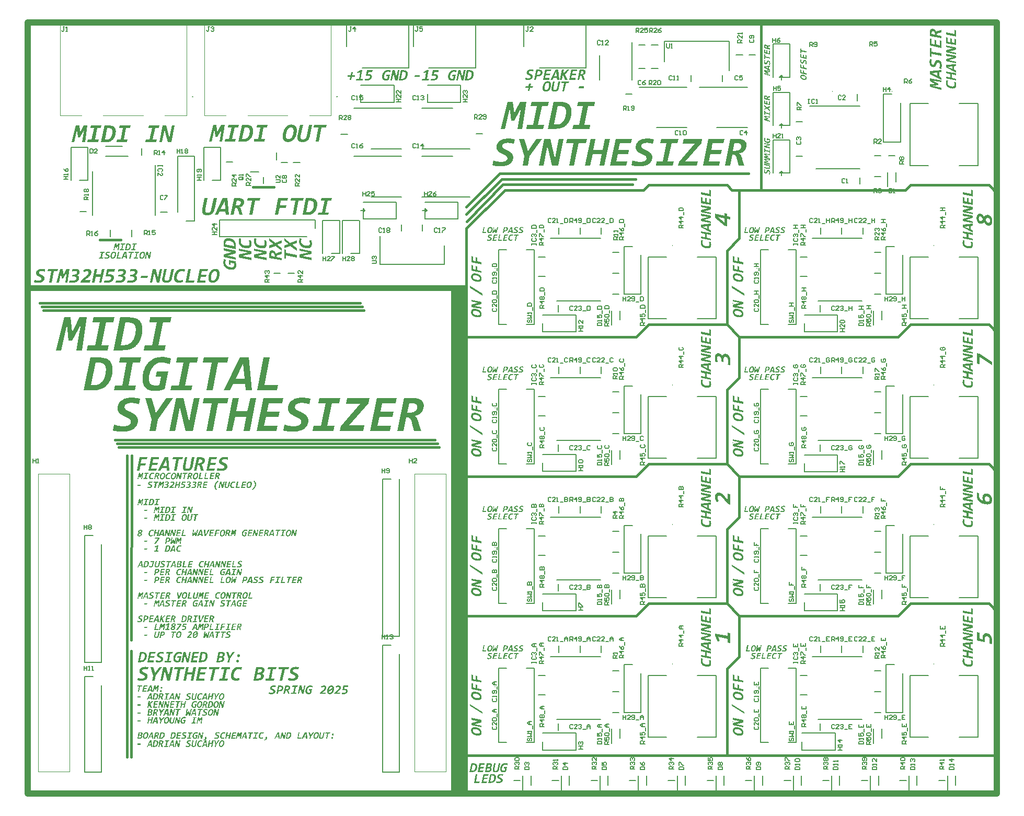
<source format=gto>
G04*
G04 #@! TF.GenerationSoftware,Altium Limited,Altium Designer,25.3.3 (18)*
G04*
G04 Layer_Color=65535*
%FSLAX25Y25*%
%MOIN*%
G70*
G04*
G04 #@! TF.SameCoordinates,DC8B543D-20DE-460C-9EE4-CAFF9BA6FB92*
G04*
G04*
G04 #@! TF.FilePolarity,Positive*
G04*
G01*
G75*
%ADD10C,0.00394*%
%ADD11C,0.00787*%
%ADD12C,0.01575*%
%ADD13C,0.03937*%
G36*
X362992Y100000D02*
X352362D01*
Y422441D01*
X80315D01*
Y426378D01*
X362992D01*
Y100000D01*
D02*
G37*
G36*
X397706Y285479D02*
X397750D01*
X397844Y285469D01*
X397864D01*
X397893Y285464D01*
X397922D01*
X397962Y285459D01*
X398006Y285454D01*
X398095Y285444D01*
X398100D01*
X398114Y285439D01*
X398139D01*
X398168Y285434D01*
X398203Y285430D01*
X398242Y285420D01*
X398326Y285405D01*
X398331D01*
X398346Y285400D01*
X398365Y285395D01*
X398390Y285390D01*
X398459Y285375D01*
X398528Y285361D01*
X398400Y284721D01*
X398395D01*
X398385Y284726D01*
X398365Y284731D01*
X398341Y284736D01*
X398311Y284746D01*
X398282Y284751D01*
X398203Y284770D01*
X398198D01*
X398183Y284775D01*
X398164Y284780D01*
X398134Y284785D01*
X398100Y284795D01*
X398060Y284800D01*
X397977Y284815D01*
X397972D01*
X397957Y284819D01*
X397932D01*
X397908Y284824D01*
X397868Y284829D01*
X397834Y284834D01*
X397745Y284844D01*
X397741D01*
X397726Y284849D01*
X397701D01*
X397672Y284854D01*
X397637D01*
X397603Y284859D01*
X397445D01*
X397396Y284854D01*
X397342Y284849D01*
X397283Y284844D01*
X397219Y284834D01*
X397160Y284819D01*
X397155D01*
X397135Y284815D01*
X397106Y284805D01*
X397076Y284795D01*
X396993Y284765D01*
X396914Y284721D01*
X396909Y284716D01*
X396899Y284711D01*
X396880Y284696D01*
X396860Y284677D01*
X396811Y284628D01*
X396791Y284603D01*
X396771Y284569D01*
Y284564D01*
X396766Y284554D01*
X396757Y284534D01*
X396751Y284514D01*
X396732Y284455D01*
X396727Y284386D01*
Y284382D01*
Y284367D01*
X396732Y284347D01*
X396737Y284318D01*
X396757Y284254D01*
X396771Y284224D01*
X396791Y284190D01*
X396796Y284185D01*
X396806Y284175D01*
X396820Y284160D01*
X396840Y284140D01*
X396865Y284116D01*
X396894Y284086D01*
X396968Y284032D01*
X396973Y284027D01*
X396988Y284022D01*
X397012Y284008D01*
X397042Y283988D01*
X397081Y283968D01*
X397120Y283944D01*
X397219Y283894D01*
X397224Y283890D01*
X397243Y283885D01*
X397273Y283870D01*
X397307Y283855D01*
X397352Y283830D01*
X397401Y283811D01*
X397509Y283757D01*
X397514Y283752D01*
X397534Y283747D01*
X397563Y283732D01*
X397603Y283712D01*
X397642Y283688D01*
X397691Y283663D01*
X397795Y283599D01*
X397799Y283594D01*
X397819Y283584D01*
X397844Y283565D01*
X397878Y283545D01*
X397918Y283516D01*
X397962Y283481D01*
X398045Y283402D01*
X398050Y283398D01*
X398065Y283383D01*
X398085Y283358D01*
X398110Y283329D01*
X398139Y283289D01*
X398168Y283245D01*
X398198Y283191D01*
X398228Y283137D01*
X398233Y283132D01*
X398237Y283112D01*
X398247Y283078D01*
X398262Y283038D01*
X398277Y282989D01*
X398287Y282930D01*
X398291Y282866D01*
X398296Y282797D01*
Y282792D01*
Y282783D01*
Y282768D01*
Y282748D01*
X398291Y282719D01*
Y282689D01*
X398282Y282615D01*
X398267Y282532D01*
X398242Y282438D01*
X398213Y282345D01*
X398168Y282251D01*
Y282246D01*
X398164Y282241D01*
X398144Y282212D01*
X398114Y282168D01*
X398075Y282108D01*
X398026Y282045D01*
X397962Y281976D01*
X397888Y281907D01*
X397804Y281838D01*
X397799D01*
X397795Y281833D01*
X397780Y281823D01*
X397760Y281808D01*
X397711Y281779D01*
X397647Y281744D01*
X397563Y281700D01*
X397465Y281656D01*
X397357Y281616D01*
X397234Y281577D01*
X397229D01*
X397219Y281572D01*
X397199Y281567D01*
X397175Y281562D01*
X397145Y281557D01*
X397106Y281548D01*
X397066Y281543D01*
X397017Y281533D01*
X396909Y281518D01*
X396781Y281503D01*
X396643Y281493D01*
X396491Y281489D01*
X396373D01*
X396294Y281493D01*
X396200Y281498D01*
X396097Y281503D01*
X395881Y281528D01*
X395866D01*
X395851Y281533D01*
X395831Y281538D01*
X395777Y281543D01*
X395708Y281557D01*
X395625Y281577D01*
X395536Y281597D01*
X395344Y281651D01*
X395482Y282335D01*
X395487D01*
X395502Y282330D01*
X395527Y282320D01*
X395561Y282310D01*
X395600Y282295D01*
X395644Y282281D01*
X395743Y282251D01*
X395748D01*
X395767Y282246D01*
X395797Y282236D01*
X395831Y282227D01*
X395876Y282217D01*
X395920Y282207D01*
X396023Y282182D01*
X396028D01*
X396048Y282177D01*
X396077Y282172D01*
X396112Y282168D01*
X396156Y282163D01*
X396205Y282158D01*
X396309Y282143D01*
X396333D01*
X396363Y282138D01*
X396437D01*
X396486Y282133D01*
X396668D01*
X396722Y282138D01*
X396781Y282143D01*
X396850Y282148D01*
X396919Y282158D01*
X396983Y282172D01*
X396993D01*
X397012Y282182D01*
X397042Y282192D01*
X397081Y282202D01*
X397126Y282222D01*
X397170Y282241D01*
X397214Y282266D01*
X397258Y282291D01*
X397263Y282295D01*
X397278Y282305D01*
X397298Y282320D01*
X397317Y282340D01*
X397372Y282394D01*
X397396Y282423D01*
X397416Y282458D01*
X397421Y282463D01*
X397426Y282477D01*
X397435Y282497D01*
X397445Y282522D01*
X397455Y282551D01*
X397460Y282586D01*
X397470Y282625D01*
Y282664D01*
Y282669D01*
Y282684D01*
X397465Y282709D01*
X397460Y282738D01*
X397440Y282807D01*
X397426Y282842D01*
X397401Y282876D01*
X397396Y282881D01*
X397386Y282891D01*
X397372Y282910D01*
X397352Y282930D01*
X397327Y282955D01*
X397298Y282984D01*
X397219Y283038D01*
X397214Y283043D01*
X397199Y283053D01*
X397180Y283063D01*
X397145Y283083D01*
X397111Y283102D01*
X397066Y283127D01*
X397022Y283152D01*
X396968Y283176D01*
X396963Y283181D01*
X396943Y283186D01*
X396919Y283201D01*
X396880Y283220D01*
X396840Y283240D01*
X396791Y283265D01*
X396683Y283314D01*
X396678Y283319D01*
X396658Y283324D01*
X396628Y283338D01*
X396594Y283358D01*
X396550Y283383D01*
X396505Y283407D01*
X396402Y283461D01*
X396397Y283466D01*
X396378Y283476D01*
X396353Y283496D01*
X396319Y283516D01*
X396279Y283545D01*
X396240Y283580D01*
X396151Y283653D01*
X396146Y283658D01*
X396132Y283673D01*
X396112Y283698D01*
X396087Y283727D01*
X396063Y283767D01*
X396033Y283811D01*
X396004Y283860D01*
X395974Y283914D01*
X395969Y283919D01*
X395964Y283939D01*
X395954Y283973D01*
X395945Y284013D01*
X395930Y284062D01*
X395920Y284121D01*
X395915Y284190D01*
X395910Y284259D01*
Y284263D01*
Y284268D01*
Y284298D01*
X395915Y284347D01*
X395925Y284406D01*
X395935Y284475D01*
X395950Y284549D01*
X395974Y284628D01*
X396009Y284711D01*
Y284716D01*
X396013Y284721D01*
X396028Y284751D01*
X396053Y284790D01*
X396082Y284844D01*
X396127Y284903D01*
X396176Y284972D01*
X396240Y285041D01*
X396309Y285105D01*
X396319Y285115D01*
X396348Y285134D01*
X396392Y285164D01*
X396451Y285203D01*
X396525Y285247D01*
X396614Y285292D01*
X396717Y285341D01*
X396830Y285380D01*
X396835D01*
X396845Y285385D01*
X396865Y285390D01*
X396889Y285395D01*
X396919Y285405D01*
X396953Y285415D01*
X396997Y285425D01*
X397047Y285434D01*
X397096Y285439D01*
X397155Y285449D01*
X397283Y285469D01*
X397430Y285479D01*
X397588Y285484D01*
X397667D01*
X397706Y285479D01*
D02*
G37*
G36*
X394380Y285479D02*
X394424D01*
X394518Y285469D01*
X394537D01*
X394567Y285464D01*
X394597D01*
X394636Y285459D01*
X394680Y285454D01*
X394769Y285444D01*
X394774D01*
X394789Y285439D01*
X394813D01*
X394843Y285434D01*
X394877Y285430D01*
X394916Y285420D01*
X395000Y285405D01*
X395005D01*
X395020Y285400D01*
X395039Y285395D01*
X395064Y285390D01*
X395133Y285375D01*
X395202Y285361D01*
X395074Y284721D01*
X395069D01*
X395059Y284726D01*
X395039Y284731D01*
X395015Y284736D01*
X394985Y284746D01*
X394956Y284751D01*
X394877Y284770D01*
X394872D01*
X394857Y284775D01*
X394838Y284780D01*
X394808Y284785D01*
X394774Y284795D01*
X394734Y284800D01*
X394651Y284815D01*
X394646D01*
X394631Y284819D01*
X394606D01*
X394582Y284824D01*
X394543Y284829D01*
X394508Y284834D01*
X394420Y284844D01*
X394414D01*
X394400Y284849D01*
X394375D01*
X394346Y284854D01*
X394311D01*
X394277Y284859D01*
X394119D01*
X394070Y284854D01*
X394016Y284849D01*
X393957Y284844D01*
X393893Y284834D01*
X393834Y284819D01*
X393829D01*
X393809Y284815D01*
X393780Y284805D01*
X393750Y284795D01*
X393667Y284765D01*
X393588Y284721D01*
X393583Y284716D01*
X393573Y284711D01*
X393553Y284696D01*
X393534Y284677D01*
X393485Y284628D01*
X393465Y284603D01*
X393445Y284569D01*
Y284564D01*
X393440Y284554D01*
X393430Y284534D01*
X393426Y284514D01*
X393406Y284455D01*
X393401Y284386D01*
Y284382D01*
Y284367D01*
X393406Y284347D01*
X393411Y284318D01*
X393430Y284254D01*
X393445Y284224D01*
X393465Y284190D01*
X393470Y284185D01*
X393480Y284175D01*
X393495Y284160D01*
X393514Y284140D01*
X393539Y284116D01*
X393568Y284086D01*
X393642Y284032D01*
X393647Y284027D01*
X393662Y284022D01*
X393686Y284008D01*
X393716Y283988D01*
X393755Y283968D01*
X393795Y283944D01*
X393893Y283894D01*
X393898Y283890D01*
X393918Y283885D01*
X393947Y283870D01*
X393982Y283855D01*
X394026Y283830D01*
X394075Y283811D01*
X394183Y283757D01*
X394188Y283752D01*
X394208Y283747D01*
X394237Y283732D01*
X394277Y283712D01*
X394316Y283688D01*
X394365Y283663D01*
X394469Y283599D01*
X394474Y283594D01*
X394493Y283584D01*
X394518Y283565D01*
X394552Y283545D01*
X394592Y283516D01*
X394636Y283481D01*
X394720Y283402D01*
X394724Y283398D01*
X394739Y283383D01*
X394759Y283358D01*
X394783Y283329D01*
X394813Y283289D01*
X394843Y283245D01*
X394872Y283191D01*
X394902Y283137D01*
X394906Y283132D01*
X394912Y283112D01*
X394921Y283078D01*
X394936Y283038D01*
X394951Y282989D01*
X394961Y282930D01*
X394966Y282866D01*
X394970Y282797D01*
Y282792D01*
Y282783D01*
Y282768D01*
Y282748D01*
X394966Y282719D01*
Y282689D01*
X394956Y282615D01*
X394941Y282532D01*
X394916Y282438D01*
X394887Y282345D01*
X394843Y282251D01*
Y282246D01*
X394838Y282241D01*
X394818Y282212D01*
X394789Y282168D01*
X394749Y282108D01*
X394700Y282045D01*
X394636Y281976D01*
X394562Y281907D01*
X394479Y281838D01*
X394474D01*
X394469Y281833D01*
X394454Y281823D01*
X394434Y281808D01*
X394385Y281779D01*
X394321Y281744D01*
X394237Y281700D01*
X394139Y281656D01*
X394031Y281616D01*
X393908Y281577D01*
X393903D01*
X393893Y281572D01*
X393873Y281567D01*
X393849Y281562D01*
X393819Y281557D01*
X393780Y281548D01*
X393741Y281543D01*
X393691Y281533D01*
X393583Y281518D01*
X393455Y281503D01*
X393317Y281493D01*
X393165Y281489D01*
X393047D01*
X392968Y281493D01*
X392875Y281498D01*
X392771Y281503D01*
X392555Y281528D01*
X392540D01*
X392525Y281533D01*
X392506Y281538D01*
X392452Y281543D01*
X392383Y281557D01*
X392299Y281577D01*
X392210Y281597D01*
X392019Y281651D01*
X392156Y282335D01*
X392161D01*
X392176Y282330D01*
X392200Y282320D01*
X392235Y282310D01*
X392274Y282295D01*
X392319Y282281D01*
X392417Y282251D01*
X392422D01*
X392442Y282246D01*
X392471Y282236D01*
X392506Y282227D01*
X392550Y282217D01*
X392594Y282207D01*
X392698Y282182D01*
X392702D01*
X392722Y282177D01*
X392752Y282172D01*
X392786Y282168D01*
X392830Y282163D01*
X392880Y282158D01*
X392983Y282143D01*
X393007D01*
X393037Y282138D01*
X393111D01*
X393160Y282133D01*
X393342D01*
X393396Y282138D01*
X393455Y282143D01*
X393524Y282148D01*
X393593Y282158D01*
X393657Y282172D01*
X393667D01*
X393686Y282182D01*
X393716Y282192D01*
X393755Y282202D01*
X393799Y282222D01*
X393844Y282241D01*
X393888Y282266D01*
X393932Y282291D01*
X393937Y282295D01*
X393952Y282305D01*
X393972Y282320D01*
X393991Y282340D01*
X394045Y282394D01*
X394070Y282423D01*
X394090Y282458D01*
X394095Y282463D01*
X394100Y282477D01*
X394110Y282497D01*
X394119Y282522D01*
X394129Y282551D01*
X394134Y282586D01*
X394144Y282625D01*
Y282664D01*
Y282669D01*
Y282684D01*
X394139Y282709D01*
X394134Y282738D01*
X394114Y282807D01*
X394100Y282842D01*
X394075Y282876D01*
X394070Y282881D01*
X394060Y282891D01*
X394045Y282910D01*
X394026Y282930D01*
X394001Y282955D01*
X393972Y282984D01*
X393893Y283038D01*
X393888Y283043D01*
X393873Y283053D01*
X393854Y283063D01*
X393819Y283083D01*
X393785Y283102D01*
X393741Y283127D01*
X393696Y283152D01*
X393642Y283176D01*
X393637Y283181D01*
X393618Y283186D01*
X393593Y283201D01*
X393553Y283220D01*
X393514Y283240D01*
X393465Y283265D01*
X393357Y283314D01*
X393352Y283319D01*
X393332Y283324D01*
X393303Y283338D01*
X393268Y283358D01*
X393224Y283383D01*
X393180Y283407D01*
X393076Y283461D01*
X393071Y283466D01*
X393052Y283476D01*
X393027Y283496D01*
X392993Y283516D01*
X392953Y283545D01*
X392914Y283580D01*
X392825Y283653D01*
X392821Y283658D01*
X392806Y283673D01*
X392786Y283698D01*
X392761Y283727D01*
X392737Y283767D01*
X392707Y283811D01*
X392678Y283860D01*
X392648Y283914D01*
X392643Y283919D01*
X392638Y283939D01*
X392629Y283973D01*
X392619Y284013D01*
X392604Y284062D01*
X392594Y284121D01*
X392589Y284190D01*
X392584Y284259D01*
Y284263D01*
Y284268D01*
Y284298D01*
X392589Y284347D01*
X392599Y284406D01*
X392609Y284475D01*
X392624Y284549D01*
X392648Y284628D01*
X392683Y284711D01*
Y284716D01*
X392688Y284721D01*
X392702Y284751D01*
X392727Y284790D01*
X392757Y284844D01*
X392801Y284903D01*
X392850Y284972D01*
X392914Y285041D01*
X392983Y285105D01*
X392993Y285115D01*
X393022Y285134D01*
X393067Y285164D01*
X393126Y285203D01*
X393199Y285247D01*
X393288Y285292D01*
X393391Y285341D01*
X393504Y285380D01*
X393509D01*
X393519Y285385D01*
X393539Y285390D01*
X393563Y285395D01*
X393593Y285405D01*
X393627Y285415D01*
X393672Y285425D01*
X393721Y285434D01*
X393770Y285439D01*
X393829Y285449D01*
X393957Y285469D01*
X394105Y285479D01*
X394262Y285484D01*
X394341D01*
X394380Y285479D01*
D02*
G37*
G36*
X381421Y281557D02*
X380599D01*
X380471Y282748D01*
X380432Y283235D01*
X380186Y282738D01*
X379556Y281557D01*
X378720D01*
X379281Y285420D01*
X379920D01*
X379507Y282940D01*
X379394Y282266D01*
X379694Y282866D01*
X380393Y284244D01*
X380855D01*
X381008Y282778D01*
X381052Y282271D01*
X381185Y282871D01*
X381795Y285420D01*
X382410D01*
X381421Y281557D01*
D02*
G37*
G36*
X391699D02*
X390931D01*
X390872Y282320D01*
X389519D01*
X389150Y281557D01*
X388397D01*
X390311Y285420D01*
X391330D01*
X391699Y281557D01*
D02*
G37*
G36*
X387458Y285415D02*
X387546Y285410D01*
X387645Y285400D01*
X387753Y285385D01*
X387861Y285366D01*
X387960Y285336D01*
X387964D01*
X387969Y285331D01*
X387984Y285326D01*
X388004Y285321D01*
X388048Y285302D01*
X388112Y285277D01*
X388176Y285247D01*
X388245Y285208D01*
X388314Y285164D01*
X388378Y285115D01*
X388383Y285110D01*
X388402Y285090D01*
X388432Y285065D01*
X388466Y285026D01*
X388506Y284982D01*
X388545Y284928D01*
X388579Y284864D01*
X388609Y284800D01*
X388614Y284790D01*
X388619Y284770D01*
X388633Y284736D01*
X388648Y284687D01*
X388658Y284632D01*
X388673Y284573D01*
X388678Y284505D01*
X388683Y284436D01*
Y284431D01*
Y284421D01*
Y284406D01*
Y284382D01*
X388678Y284352D01*
Y284318D01*
X388668Y284239D01*
X388653Y284145D01*
X388633Y284037D01*
X388609Y283929D01*
X388570Y283816D01*
Y283811D01*
X388565Y283801D01*
X388560Y283786D01*
X388550Y283767D01*
X388520Y283712D01*
X388486Y283639D01*
X388437Y283560D01*
X388378Y283471D01*
X388309Y283383D01*
X388230Y283294D01*
X388225D01*
X388220Y283284D01*
X388206Y283275D01*
X388191Y283255D01*
X388141Y283215D01*
X388073Y283166D01*
X387989Y283107D01*
X387891Y283043D01*
X387777Y282984D01*
X387654Y282930D01*
X387649D01*
X387640Y282925D01*
X387620Y282920D01*
X387595Y282910D01*
X387561Y282901D01*
X387522Y282886D01*
X387477Y282876D01*
X387423Y282866D01*
X387364Y282851D01*
X387305Y282842D01*
X387162Y282817D01*
X387010Y282802D01*
X386838Y282797D01*
X386429D01*
X386183Y281557D01*
X385460D01*
X386233Y285420D01*
X387418D01*
X387458Y285415D01*
D02*
G37*
G36*
X373200Y282182D02*
X374828D01*
X374705Y281557D01*
X372339D01*
X373111Y285420D01*
X373849D01*
X373200Y282182D01*
D02*
G37*
G36*
X377598Y285479D02*
X377652Y285474D01*
X377706Y285464D01*
X377775Y285454D01*
X377844Y285444D01*
X377992Y285400D01*
X378070Y285375D01*
X378149Y285341D01*
X378223Y285307D01*
X378297Y285257D01*
X378365Y285208D01*
X378430Y285149D01*
X378434Y285144D01*
X378444Y285134D01*
X378459Y285115D01*
X378479Y285085D01*
X378503Y285051D01*
X378533Y285011D01*
X378562Y284962D01*
X378592Y284903D01*
X378621Y284839D01*
X378651Y284765D01*
X378680Y284687D01*
X378705Y284598D01*
X378725Y284505D01*
X378739Y284406D01*
X378749Y284298D01*
X378754Y284180D01*
Y284175D01*
Y284165D01*
Y284150D01*
Y284131D01*
Y284101D01*
X378749Y284072D01*
Y283993D01*
X378739Y283899D01*
X378730Y283796D01*
X378720Y283688D01*
X378700Y283570D01*
Y283565D01*
Y283555D01*
X378695Y283540D01*
X378690Y283516D01*
X378685Y283486D01*
X378680Y283457D01*
X378661Y283373D01*
X378641Y283279D01*
X378616Y283176D01*
X378582Y283068D01*
X378548Y282955D01*
Y282950D01*
X378543Y282940D01*
X378538Y282925D01*
X378528Y282906D01*
X378518Y282876D01*
X378508Y282846D01*
X378474Y282773D01*
X378439Y282684D01*
X378390Y282591D01*
X378341Y282487D01*
X378282Y282389D01*
Y282384D01*
X378277Y282379D01*
X378267Y282364D01*
X378252Y282345D01*
X378223Y282295D01*
X378174Y282231D01*
X378119Y282158D01*
X378056Y282079D01*
X377982Y282000D01*
X377903Y281922D01*
X377893Y281912D01*
X377864Y281887D01*
X377819Y281853D01*
X377755Y281808D01*
X377682Y281759D01*
X377598Y281705D01*
X377500Y281656D01*
X377396Y281607D01*
X377391D01*
X377381Y281602D01*
X377367Y281597D01*
X377347Y281587D01*
X377318Y281577D01*
X377288Y281567D01*
X377209Y281548D01*
X377116Y281528D01*
X377008Y281508D01*
X376885Y281493D01*
X376757Y281489D01*
X376698D01*
X376658Y281493D01*
X376604Y281498D01*
X376550Y281508D01*
X376481Y281518D01*
X376412Y281528D01*
X376265Y281567D01*
X376186Y281597D01*
X376107Y281626D01*
X376033Y281666D01*
X375960Y281710D01*
X375891Y281759D01*
X375827Y281818D01*
X375822Y281823D01*
X375812Y281833D01*
X375797Y281853D01*
X375778Y281882D01*
X375753Y281917D01*
X375724Y281956D01*
X375699Y282005D01*
X375669Y282064D01*
X375635Y282128D01*
X375610Y282202D01*
X375581Y282281D01*
X375556Y282369D01*
X375536Y282463D01*
X375522Y282566D01*
X375512Y282674D01*
X375507Y282787D01*
Y282792D01*
Y282802D01*
Y282817D01*
Y282837D01*
Y282866D01*
X375512Y282896D01*
Y282974D01*
X375517Y283068D01*
X375527Y283171D01*
X375541Y283279D01*
X375556Y283398D01*
Y283402D01*
X375561Y283412D01*
Y283427D01*
X375566Y283452D01*
X375571Y283481D01*
X375576Y283511D01*
X375595Y283594D01*
X375615Y283688D01*
X375640Y283791D01*
X375674Y283899D01*
X375709Y284013D01*
Y284017D01*
X375714Y284027D01*
X375718Y284042D01*
X375728Y284062D01*
X375738Y284091D01*
X375748Y284121D01*
X375782Y284195D01*
X375817Y284283D01*
X375861Y284377D01*
X375915Y284480D01*
X375970Y284578D01*
Y284583D01*
X375979Y284588D01*
X375984Y284603D01*
X375999Y284623D01*
X376033Y284672D01*
X376078Y284736D01*
X376137Y284810D01*
X376201Y284883D01*
X376274Y284967D01*
X376353Y285041D01*
X376358D01*
X376363Y285051D01*
X376393Y285075D01*
X376437Y285110D01*
X376501Y285159D01*
X376575Y285208D01*
X376658Y285262D01*
X376757Y285311D01*
X376860Y285361D01*
X376865D01*
X376875Y285366D01*
X376889Y285370D01*
X376909Y285380D01*
X376939Y285390D01*
X376968Y285400D01*
X377047Y285425D01*
X377140Y285444D01*
X377249Y285464D01*
X377372Y285479D01*
X377500Y285484D01*
X377559D01*
X377598Y285479D01*
D02*
G37*
G36*
X377699Y280711D02*
X377743D01*
X377837Y280701D01*
X377856D01*
X377886Y280697D01*
X377915D01*
X377955Y280692D01*
X377999Y280687D01*
X378087Y280677D01*
X378092D01*
X378107Y280672D01*
X378132D01*
X378161Y280667D01*
X378196Y280662D01*
X378235Y280652D01*
X378319Y280637D01*
X378324D01*
X378338Y280632D01*
X378358Y280628D01*
X378383Y280623D01*
X378452Y280608D01*
X378520Y280593D01*
X378393Y279954D01*
X378388D01*
X378378Y279959D01*
X378358Y279963D01*
X378333Y279968D01*
X378304Y279978D01*
X378274Y279983D01*
X378196Y280003D01*
X378191D01*
X378176Y280008D01*
X378156Y280013D01*
X378127Y280017D01*
X378092Y280027D01*
X378053Y280032D01*
X377969Y280047D01*
X377964D01*
X377950Y280052D01*
X377925D01*
X377901Y280057D01*
X377861Y280062D01*
X377827Y280067D01*
X377738Y280077D01*
X377733D01*
X377718Y280082D01*
X377694D01*
X377664Y280086D01*
X377630D01*
X377595Y280091D01*
X377438D01*
X377389Y280086D01*
X377335Y280082D01*
X377276Y280077D01*
X377212Y280067D01*
X377153Y280052D01*
X377148D01*
X377128Y280047D01*
X377099Y280037D01*
X377069Y280027D01*
X376985Y279998D01*
X376907Y279954D01*
X376902Y279949D01*
X376892Y279944D01*
X376872Y279929D01*
X376853Y279909D01*
X376803Y279860D01*
X376784Y279836D01*
X376764Y279801D01*
Y279796D01*
X376759Y279786D01*
X376749Y279767D01*
X376744Y279747D01*
X376725Y279688D01*
X376720Y279619D01*
Y279614D01*
Y279599D01*
X376725Y279580D01*
X376730Y279550D01*
X376749Y279486D01*
X376764Y279457D01*
X376784Y279422D01*
X376789Y279417D01*
X376799Y279407D01*
X376813Y279393D01*
X376833Y279373D01*
X376857Y279348D01*
X376887Y279319D01*
X376961Y279265D01*
X376966Y279260D01*
X376980Y279255D01*
X377005Y279240D01*
X377035Y279221D01*
X377074Y279201D01*
X377113Y279176D01*
X377212Y279127D01*
X377217Y279122D01*
X377236Y279117D01*
X377266Y279102D01*
X377300Y279088D01*
X377345Y279063D01*
X377394Y279043D01*
X377502Y278989D01*
X377507Y278984D01*
X377527Y278979D01*
X377556Y278965D01*
X377595Y278945D01*
X377635Y278920D01*
X377684Y278896D01*
X377787Y278832D01*
X377792Y278827D01*
X377812Y278817D01*
X377837Y278797D01*
X377871Y278778D01*
X377910Y278748D01*
X377955Y278714D01*
X378038Y278635D01*
X378043Y278630D01*
X378058Y278615D01*
X378078Y278591D01*
X378102Y278561D01*
X378132Y278522D01*
X378161Y278478D01*
X378191Y278423D01*
X378220Y278369D01*
X378225Y278364D01*
X378230Y278345D01*
X378240Y278310D01*
X378255Y278271D01*
X378270Y278222D01*
X378279Y278163D01*
X378284Y278099D01*
X378289Y278030D01*
Y278025D01*
Y278015D01*
Y278000D01*
Y277981D01*
X378284Y277951D01*
Y277922D01*
X378274Y277848D01*
X378260Y277764D01*
X378235Y277671D01*
X378206Y277577D01*
X378161Y277484D01*
Y277479D01*
X378156Y277474D01*
X378137Y277444D01*
X378107Y277400D01*
X378068Y277341D01*
X378019Y277277D01*
X377955Y277208D01*
X377881Y277139D01*
X377797Y277070D01*
X377792D01*
X377787Y277065D01*
X377773Y277056D01*
X377753Y277041D01*
X377704Y277011D01*
X377640Y276977D01*
X377556Y276933D01*
X377458Y276888D01*
X377349Y276849D01*
X377226Y276810D01*
X377222D01*
X377212Y276805D01*
X377192Y276800D01*
X377168Y276795D01*
X377138Y276790D01*
X377099Y276780D01*
X377059Y276775D01*
X377010Y276765D01*
X376902Y276751D01*
X376774Y276736D01*
X376636Y276726D01*
X376484Y276721D01*
X376365D01*
X376287Y276726D01*
X376193Y276731D01*
X376090Y276736D01*
X375873Y276761D01*
X375859D01*
X375844Y276765D01*
X375824Y276770D01*
X375770Y276775D01*
X375701Y276790D01*
X375618Y276810D01*
X375529Y276829D01*
X375337Y276884D01*
X375475Y277567D01*
X375480D01*
X375495Y277562D01*
X375519Y277553D01*
X375554Y277543D01*
X375593Y277528D01*
X375637Y277513D01*
X375736Y277484D01*
X375741D01*
X375760Y277479D01*
X375790Y277469D01*
X375824Y277459D01*
X375869Y277449D01*
X375913Y277439D01*
X376016Y277415D01*
X376021D01*
X376041Y277410D01*
X376070Y277405D01*
X376105Y277400D01*
X376149Y277395D01*
X376198Y277390D01*
X376302Y277376D01*
X376326D01*
X376356Y277371D01*
X376430D01*
X376479Y277366D01*
X376661D01*
X376715Y277371D01*
X376774Y277376D01*
X376843Y277380D01*
X376912Y277390D01*
X376976Y277405D01*
X376985D01*
X377005Y277415D01*
X377035Y277425D01*
X377074Y277434D01*
X377118Y277454D01*
X377163Y277474D01*
X377207Y277499D01*
X377251Y277523D01*
X377256Y277528D01*
X377271Y277538D01*
X377291Y277553D01*
X377310Y277572D01*
X377364Y277626D01*
X377389Y277656D01*
X377409Y277690D01*
X377414Y277695D01*
X377418Y277710D01*
X377428Y277730D01*
X377438Y277754D01*
X377448Y277784D01*
X377453Y277818D01*
X377463Y277858D01*
Y277897D01*
Y277902D01*
Y277917D01*
X377458Y277941D01*
X377453Y277971D01*
X377433Y278040D01*
X377418Y278074D01*
X377394Y278109D01*
X377389Y278114D01*
X377379Y278123D01*
X377364Y278143D01*
X377345Y278163D01*
X377320Y278187D01*
X377291Y278217D01*
X377212Y278271D01*
X377207Y278276D01*
X377192Y278286D01*
X377172Y278295D01*
X377138Y278315D01*
X377103Y278335D01*
X377059Y278360D01*
X377015Y278384D01*
X376961Y278409D01*
X376956Y278414D01*
X376936Y278418D01*
X376912Y278433D01*
X376872Y278453D01*
X376833Y278473D01*
X376784Y278497D01*
X376676Y278546D01*
X376671Y278551D01*
X376651Y278556D01*
X376621Y278571D01*
X376587Y278591D01*
X376543Y278615D01*
X376498Y278640D01*
X376395Y278694D01*
X376390Y278699D01*
X376370Y278709D01*
X376346Y278729D01*
X376311Y278748D01*
X376272Y278778D01*
X376233Y278812D01*
X376144Y278886D01*
X376139Y278891D01*
X376124Y278906D01*
X376105Y278930D01*
X376080Y278960D01*
X376056Y278999D01*
X376026Y279043D01*
X375996Y279093D01*
X375967Y279147D01*
X375962Y279152D01*
X375957Y279171D01*
X375947Y279206D01*
X375938Y279245D01*
X375923Y279294D01*
X375913Y279353D01*
X375908Y279422D01*
X375903Y279491D01*
Y279496D01*
Y279501D01*
Y279530D01*
X375908Y279580D01*
X375918Y279639D01*
X375928Y279708D01*
X375942Y279781D01*
X375967Y279860D01*
X376001Y279944D01*
Y279949D01*
X376006Y279954D01*
X376021Y279983D01*
X376046Y280022D01*
X376075Y280077D01*
X376119Y280136D01*
X376169Y280205D01*
X376233Y280273D01*
X376302Y280337D01*
X376311Y280347D01*
X376341Y280367D01*
X376385Y280396D01*
X376444Y280436D01*
X376518Y280480D01*
X376607Y280524D01*
X376710Y280574D01*
X376823Y280613D01*
X376828D01*
X376838Y280618D01*
X376857Y280623D01*
X376882Y280628D01*
X376912Y280637D01*
X376946Y280647D01*
X376990Y280657D01*
X377040Y280667D01*
X377089Y280672D01*
X377148Y280682D01*
X377276Y280701D01*
X377423Y280711D01*
X377581Y280716D01*
X377660D01*
X377699Y280711D01*
D02*
G37*
G36*
X391253Y280701D02*
X391332Y280697D01*
X391416Y280692D01*
X391598Y280667D01*
X391608D01*
X391622Y280662D01*
X391642D01*
X391686Y280652D01*
X391745Y280642D01*
X391819Y280628D01*
X391893Y280613D01*
X392055Y280569D01*
X391913Y279899D01*
X391903Y279904D01*
X391883Y279909D01*
X391844Y279924D01*
X391795Y279939D01*
X391736Y279954D01*
X391667Y279973D01*
X391593Y279993D01*
X391514Y280013D01*
X391504Y280017D01*
X391475Y280022D01*
X391436Y280032D01*
X391376Y280042D01*
X391308Y280052D01*
X391234Y280057D01*
X391150Y280067D01*
X391017D01*
X390963Y280062D01*
X390899Y280052D01*
X390821Y280042D01*
X390737Y280022D01*
X390653Y279993D01*
X390570Y279959D01*
X390560Y279954D01*
X390535Y279939D01*
X390496Y279914D01*
X390447Y279885D01*
X390388Y279845D01*
X390329Y279796D01*
X390265Y279742D01*
X390206Y279683D01*
X390201Y279673D01*
X390181Y279653D01*
X390151Y279619D01*
X390117Y279575D01*
X390078Y279516D01*
X390033Y279452D01*
X389994Y279383D01*
X389955Y279304D01*
X389950Y279294D01*
X389940Y279270D01*
X389920Y279230D01*
X389900Y279176D01*
X389871Y279112D01*
X389846Y279043D01*
X389797Y278891D01*
Y278881D01*
X389787Y278856D01*
X389777Y278817D01*
X389763Y278763D01*
X389753Y278704D01*
X389738Y278640D01*
X389714Y278497D01*
Y278487D01*
X389709Y278468D01*
Y278433D01*
X389704Y278394D01*
X389699Y278345D01*
Y278295D01*
X389694Y278246D01*
Y278197D01*
Y278192D01*
Y278177D01*
Y278148D01*
X389699Y278114D01*
Y278074D01*
X389704Y278030D01*
X389714Y277926D01*
Y277922D01*
X389718Y277902D01*
X389723Y277877D01*
X389738Y277838D01*
X389748Y277799D01*
X389768Y277754D01*
X389792Y277710D01*
X389817Y277661D01*
X389822Y277656D01*
X389832Y277641D01*
X389851Y277622D01*
X389881Y277592D01*
X389910Y277562D01*
X389955Y277528D01*
X390004Y277494D01*
X390058Y277464D01*
X390068Y277459D01*
X390087Y277454D01*
X390122Y277439D01*
X390171Y277430D01*
X390235Y277415D01*
X390309Y277400D01*
X390392Y277395D01*
X390491Y277390D01*
X390555D01*
X390584Y277395D01*
X390624D01*
X390702Y277405D01*
X390707D01*
X390722Y277410D01*
X390747D01*
X390776Y277415D01*
X390811Y277425D01*
X390850Y277430D01*
X390934Y277449D01*
X390939D01*
X390953Y277454D01*
X390978Y277459D01*
X391007Y277469D01*
X391042Y277479D01*
X391081Y277489D01*
X391170Y277513D01*
X391175D01*
X391190Y277518D01*
X391214Y277528D01*
X391244Y277538D01*
X391278Y277553D01*
X391317Y277567D01*
X391396Y277602D01*
Y276947D01*
X391391D01*
X391381Y276942D01*
X391367Y276938D01*
X391347Y276928D01*
X391293Y276913D01*
X391224Y276888D01*
X391140Y276864D01*
X391052Y276834D01*
X390958Y276810D01*
X390860Y276790D01*
X390850D01*
X390835Y276785D01*
X390816Y276780D01*
X390766Y276775D01*
X390702Y276765D01*
X390624Y276755D01*
X390540Y276746D01*
X390447Y276741D01*
X390348Y276736D01*
X390279D01*
X390245Y276741D01*
X390201D01*
X390102Y276751D01*
X389994Y276765D01*
X389876Y276785D01*
X389758Y276815D01*
X389650Y276854D01*
X389645D01*
X389640Y276859D01*
X389625Y276869D01*
X389605Y276874D01*
X389556Y276903D01*
X389492Y276938D01*
X389418Y276982D01*
X389345Y277036D01*
X389276Y277095D01*
X389207Y277164D01*
X389202Y277174D01*
X389182Y277198D01*
X389153Y277238D01*
X389113Y277292D01*
X389074Y277361D01*
X389035Y277434D01*
X389000Y277518D01*
X388971Y277612D01*
Y277617D01*
X388966Y277622D01*
Y277636D01*
X388961Y277656D01*
X388951Y277705D01*
X388936Y277774D01*
X388921Y277853D01*
X388912Y277941D01*
X388907Y278035D01*
X388902Y278133D01*
Y278138D01*
Y278153D01*
Y278172D01*
Y278207D01*
X388907Y278241D01*
Y278291D01*
X388912Y278340D01*
X388916Y278399D01*
Y278409D01*
X388921Y278428D01*
Y278463D01*
X388931Y278507D01*
X388936Y278561D01*
X388946Y278625D01*
X388956Y278694D01*
X388971Y278768D01*
Y278778D01*
X388980Y278802D01*
X388990Y278842D01*
X389000Y278896D01*
X389020Y278960D01*
X389039Y279033D01*
X389059Y279107D01*
X389084Y279191D01*
Y279196D01*
X389089Y279201D01*
X389099Y279230D01*
X389113Y279275D01*
X389133Y279329D01*
X389162Y279393D01*
X389192Y279467D01*
X389271Y279624D01*
Y279629D01*
X389276Y279634D01*
X389290Y279663D01*
X389315Y279703D01*
X389349Y279757D01*
X389389Y279821D01*
X389438Y279890D01*
X389492Y279959D01*
X389551Y280032D01*
X389561Y280042D01*
X389581Y280067D01*
X389615Y280101D01*
X389664Y280150D01*
X389718Y280205D01*
X389782Y280259D01*
X389856Y280318D01*
X389935Y280377D01*
X389940D01*
X389945Y280382D01*
X389974Y280401D01*
X390019Y280431D01*
X390083Y280465D01*
X390156Y280505D01*
X390240Y280544D01*
X390338Y280583D01*
X390442Y280618D01*
X390447D01*
X390456Y280623D01*
X390471Y280628D01*
X390491Y280632D01*
X390520Y280637D01*
X390550Y280647D01*
X390629Y280662D01*
X390727Y280677D01*
X390835Y280692D01*
X390958Y280701D01*
X391091Y280706D01*
X391190D01*
X391253Y280701D01*
D02*
G37*
G36*
X395401Y280047D02*
X394338D01*
X393694Y276790D01*
X392951D01*
X393595Y280047D01*
X392543D01*
X392666Y280652D01*
X395529D01*
X395401Y280047D01*
D02*
G37*
G36*
X388518Y280037D02*
X386934D01*
X386742Y279078D01*
X388252D01*
X388134Y278478D01*
X386624D01*
X386407Y277405D01*
X387991D01*
X387868Y276790D01*
X385551D01*
X386324Y280652D01*
X388646D01*
X388518Y280037D01*
D02*
G37*
G36*
X383126Y277415D02*
X384754D01*
X384631Y276790D01*
X382265D01*
X383037Y280652D01*
X383775D01*
X383126Y277415D01*
D02*
G37*
G36*
X381866Y280037D02*
X380282D01*
X380090Y279078D01*
X381600D01*
X381482Y278478D01*
X379972D01*
X379755Y277405D01*
X381340D01*
X381217Y276790D01*
X378899D01*
X379672Y280652D01*
X381994D01*
X381866Y280037D01*
D02*
G37*
G36*
X228386Y456006D02*
X228376Y455986D01*
X228366Y455945D01*
X228336Y455864D01*
X228306Y455763D01*
X228275Y455642D01*
X228235Y455501D01*
X228194Y455349D01*
X228154Y455187D01*
X228144Y455167D01*
X228134Y455106D01*
X228114Y455025D01*
X228093Y454904D01*
X228073Y454763D01*
X228063Y454611D01*
X228043Y454439D01*
Y454166D01*
X228053Y454055D01*
X228073Y453923D01*
X228093Y453762D01*
X228134Y453590D01*
X228194Y453418D01*
X228265Y453246D01*
X228275Y453226D01*
X228306Y453175D01*
X228356Y453094D01*
X228417Y452993D01*
X228498Y452872D01*
X228599Y452751D01*
X228710Y452619D01*
X228831Y452498D01*
X228852Y452488D01*
X228892Y452447D01*
X228963Y452387D01*
X229054Y452316D01*
X229175Y452235D01*
X229306Y452144D01*
X229448Y452063D01*
X229610Y451982D01*
X229630Y451972D01*
X229680Y451952D01*
X229761Y451911D01*
X229873Y451871D01*
X230004Y451810D01*
X230146Y451760D01*
X230459Y451659D01*
X230479D01*
X230530Y451639D01*
X230611Y451618D01*
X230722Y451588D01*
X230843Y451568D01*
X230975Y451537D01*
X231268Y451487D01*
X231288D01*
X231328Y451477D01*
X231399D01*
X231480Y451467D01*
X231581Y451456D01*
X231682D01*
X231783Y451446D01*
X231885D01*
X231895D01*
X231925D01*
X231986D01*
X232056Y451456D01*
X232137D01*
X232228Y451467D01*
X232440Y451487D01*
X232451D01*
X232491Y451497D01*
X232542Y451507D01*
X232623Y451537D01*
X232703Y451558D01*
X232794Y451598D01*
X232885Y451649D01*
X232986Y451699D01*
X232997Y451709D01*
X233027Y451729D01*
X233067Y451770D01*
X233128Y451831D01*
X233189Y451891D01*
X233259Y451982D01*
X233330Y452083D01*
X233391Y452194D01*
X233401Y452215D01*
X233411Y452255D01*
X233441Y452326D01*
X233462Y452427D01*
X233492Y452559D01*
X233522Y452710D01*
X233532Y452882D01*
X233542Y453084D01*
Y453216D01*
X233532Y453276D01*
Y453357D01*
X233512Y453519D01*
Y453529D01*
X233502Y453559D01*
Y453610D01*
X233492Y453671D01*
X233472Y453741D01*
X233462Y453822D01*
X233421Y453994D01*
Y454004D01*
X233411Y454035D01*
X233401Y454085D01*
X233381Y454146D01*
X233361Y454217D01*
X233340Y454297D01*
X233290Y454479D01*
Y454490D01*
X233280Y454520D01*
X233259Y454570D01*
X233239Y454631D01*
X233209Y454702D01*
X233179Y454783D01*
X233108Y454945D01*
X234452D01*
Y454934D01*
X234462Y454914D01*
X234473Y454884D01*
X234493Y454843D01*
X234523Y454732D01*
X234574Y454591D01*
X234624Y454419D01*
X234685Y454237D01*
X234735Y454045D01*
X234776Y453842D01*
Y453822D01*
X234786Y453792D01*
X234796Y453752D01*
X234806Y453650D01*
X234826Y453519D01*
X234847Y453357D01*
X234867Y453185D01*
X234877Y452993D01*
X234887Y452791D01*
Y452649D01*
X234877Y452579D01*
Y452488D01*
X234857Y452285D01*
X234826Y452063D01*
X234786Y451821D01*
X234725Y451578D01*
X234645Y451355D01*
Y451345D01*
X234634Y451335D01*
X234614Y451305D01*
X234604Y451264D01*
X234543Y451163D01*
X234473Y451032D01*
X234382Y450880D01*
X234270Y450729D01*
X234149Y450587D01*
X234008Y450446D01*
X233987Y450435D01*
X233937Y450395D01*
X233856Y450334D01*
X233745Y450253D01*
X233603Y450173D01*
X233452Y450092D01*
X233280Y450021D01*
X233088Y449960D01*
X233078D01*
X233067Y449950D01*
X233037D01*
X232997Y449940D01*
X232895Y449920D01*
X232754Y449890D01*
X232592Y449859D01*
X232410Y449839D01*
X232218Y449829D01*
X232016Y449819D01*
X232006D01*
X231976D01*
X231935D01*
X231864D01*
X231793Y449829D01*
X231692D01*
X231591Y449839D01*
X231470Y449849D01*
X231450D01*
X231409Y449859D01*
X231339D01*
X231248Y449879D01*
X231136Y449890D01*
X231005Y449910D01*
X230863Y449930D01*
X230712Y449960D01*
X230692D01*
X230641Y449980D01*
X230560Y450001D01*
X230449Y450021D01*
X230317Y450061D01*
X230166Y450102D01*
X230014Y450142D01*
X229842Y450193D01*
X229832D01*
X229822Y450203D01*
X229761Y450223D01*
X229670Y450253D01*
X229559Y450294D01*
X229428Y450354D01*
X229276Y450415D01*
X228953Y450577D01*
X228942D01*
X228932Y450587D01*
X228872Y450617D01*
X228791Y450668D01*
X228680Y450739D01*
X228548Y450820D01*
X228407Y450921D01*
X228265Y451032D01*
X228114Y451153D01*
X228093Y451173D01*
X228043Y451214D01*
X227972Y451285D01*
X227871Y451386D01*
X227760Y451497D01*
X227648Y451628D01*
X227527Y451780D01*
X227406Y451942D01*
Y451952D01*
X227396Y451962D01*
X227355Y452023D01*
X227294Y452114D01*
X227224Y452245D01*
X227143Y452397D01*
X227062Y452569D01*
X226981Y452771D01*
X226910Y452983D01*
Y452993D01*
X226900Y453014D01*
X226890Y453044D01*
X226880Y453084D01*
X226870Y453145D01*
X226850Y453206D01*
X226819Y453367D01*
X226789Y453570D01*
X226759Y453792D01*
X226739Y454045D01*
X226728Y454318D01*
Y454520D01*
X226739Y454651D01*
X226749Y454813D01*
X226759Y454985D01*
X226809Y455359D01*
Y455379D01*
X226819Y455409D01*
Y455450D01*
X226840Y455541D01*
X226860Y455662D01*
X226890Y455814D01*
X226921Y455966D01*
X227011Y456299D01*
X228386Y456006D01*
D02*
G37*
G36*
X218640D02*
X218630Y455986D01*
X218620Y455945D01*
X218590Y455864D01*
X218560Y455763D01*
X218529Y455642D01*
X218489Y455501D01*
X218448Y455349D01*
X218408Y455187D01*
X218398Y455167D01*
X218388Y455106D01*
X218367Y455025D01*
X218347Y454904D01*
X218327Y454763D01*
X218317Y454611D01*
X218297Y454439D01*
Y454166D01*
X218307Y454055D01*
X218327Y453923D01*
X218347Y453762D01*
X218388Y453590D01*
X218448Y453418D01*
X218519Y453246D01*
X218529Y453226D01*
X218560Y453175D01*
X218610Y453094D01*
X218671Y452993D01*
X218752Y452872D01*
X218853Y452751D01*
X218964Y452619D01*
X219085Y452498D01*
X219105Y452488D01*
X219146Y452447D01*
X219217Y452387D01*
X219308Y452316D01*
X219429Y452235D01*
X219560Y452144D01*
X219702Y452063D01*
X219864Y451982D01*
X219884Y451972D01*
X219935Y451952D01*
X220015Y451911D01*
X220127Y451871D01*
X220258Y451810D01*
X220399Y451760D01*
X220713Y451659D01*
X220733D01*
X220784Y451639D01*
X220865Y451618D01*
X220976Y451588D01*
X221097Y451568D01*
X221229Y451537D01*
X221522Y451487D01*
X221542D01*
X221582Y451477D01*
X221653D01*
X221734Y451467D01*
X221835Y451456D01*
X221936D01*
X222037Y451446D01*
X222138D01*
X222148D01*
X222179D01*
X222239D01*
X222310Y451456D01*
X222391D01*
X222482Y451467D01*
X222694Y451487D01*
X222705D01*
X222745Y451497D01*
X222796Y451507D01*
X222877Y451537D01*
X222957Y451558D01*
X223048Y451598D01*
X223139Y451649D01*
X223240Y451699D01*
X223251Y451709D01*
X223281Y451729D01*
X223321Y451770D01*
X223382Y451831D01*
X223443Y451891D01*
X223513Y451982D01*
X223584Y452083D01*
X223645Y452194D01*
X223655Y452215D01*
X223665Y452255D01*
X223695Y452326D01*
X223716Y452427D01*
X223746Y452559D01*
X223776Y452710D01*
X223786Y452882D01*
X223797Y453084D01*
Y453216D01*
X223786Y453276D01*
Y453357D01*
X223766Y453519D01*
Y453529D01*
X223756Y453559D01*
Y453610D01*
X223746Y453671D01*
X223726Y453741D01*
X223716Y453822D01*
X223675Y453994D01*
Y454004D01*
X223665Y454035D01*
X223655Y454085D01*
X223635Y454146D01*
X223615Y454217D01*
X223594Y454297D01*
X223544Y454479D01*
Y454490D01*
X223534Y454520D01*
X223513Y454570D01*
X223493Y454631D01*
X223463Y454702D01*
X223432Y454783D01*
X223362Y454945D01*
X224706D01*
Y454934D01*
X224716Y454914D01*
X224727Y454884D01*
X224747Y454843D01*
X224777Y454732D01*
X224828Y454591D01*
X224878Y454419D01*
X224939Y454237D01*
X224990Y454045D01*
X225030Y453842D01*
Y453822D01*
X225040Y453792D01*
X225050Y453752D01*
X225060Y453650D01*
X225080Y453519D01*
X225101Y453357D01*
X225121Y453185D01*
X225131Y452993D01*
X225141Y452791D01*
Y452649D01*
X225131Y452579D01*
Y452488D01*
X225111Y452285D01*
X225080Y452063D01*
X225040Y451821D01*
X224979Y451578D01*
X224899Y451355D01*
Y451345D01*
X224888Y451335D01*
X224868Y451305D01*
X224858Y451264D01*
X224797Y451163D01*
X224727Y451032D01*
X224636Y450880D01*
X224524Y450729D01*
X224403Y450587D01*
X224261Y450446D01*
X224241Y450435D01*
X224191Y450395D01*
X224110Y450334D01*
X223999Y450253D01*
X223857Y450173D01*
X223706Y450092D01*
X223534Y450021D01*
X223341Y449960D01*
X223331D01*
X223321Y449950D01*
X223291D01*
X223251Y449940D01*
X223149Y449920D01*
X223008Y449890D01*
X222846Y449859D01*
X222664Y449839D01*
X222472Y449829D01*
X222270Y449819D01*
X222260D01*
X222229D01*
X222189D01*
X222118D01*
X222047Y449829D01*
X221946D01*
X221845Y449839D01*
X221724Y449849D01*
X221704D01*
X221663Y449859D01*
X221592D01*
X221501Y449879D01*
X221390Y449890D01*
X221259Y449910D01*
X221117Y449930D01*
X220966Y449960D01*
X220946D01*
X220895Y449980D01*
X220814Y450001D01*
X220703Y450021D01*
X220571Y450061D01*
X220420Y450102D01*
X220268Y450142D01*
X220096Y450193D01*
X220086D01*
X220076Y450203D01*
X220015Y450223D01*
X219924Y450253D01*
X219813Y450294D01*
X219682Y450354D01*
X219530Y450415D01*
X219207Y450577D01*
X219196D01*
X219186Y450587D01*
X219126Y450617D01*
X219045Y450668D01*
X218934Y450739D01*
X218802Y450820D01*
X218661Y450921D01*
X218519Y451032D01*
X218367Y451153D01*
X218347Y451173D01*
X218297Y451214D01*
X218226Y451285D01*
X218125Y451386D01*
X218014Y451497D01*
X217902Y451628D01*
X217781Y451780D01*
X217660Y451942D01*
Y451952D01*
X217650Y451962D01*
X217609Y452023D01*
X217548Y452114D01*
X217478Y452245D01*
X217397Y452397D01*
X217316Y452569D01*
X217235Y452771D01*
X217164Y452983D01*
Y452993D01*
X217154Y453014D01*
X217144Y453044D01*
X217134Y453084D01*
X217124Y453145D01*
X217104Y453206D01*
X217073Y453367D01*
X217043Y453570D01*
X217013Y453792D01*
X216992Y454045D01*
X216982Y454318D01*
Y454520D01*
X216992Y454651D01*
X217003Y454813D01*
X217013Y454985D01*
X217063Y455359D01*
Y455379D01*
X217073Y455409D01*
Y455450D01*
X217094Y455541D01*
X217114Y455662D01*
X217144Y455814D01*
X217174Y455966D01*
X217265Y456299D01*
X218640Y456006D01*
D02*
G37*
G36*
X257180D02*
X257170Y455986D01*
X257159Y455945D01*
X257129Y455864D01*
X257099Y455763D01*
X257068Y455642D01*
X257028Y455501D01*
X256988Y455349D01*
X256947Y455187D01*
X256937Y455167D01*
X256927Y455106D01*
X256907Y455025D01*
X256887Y454904D01*
X256866Y454763D01*
X256856Y454611D01*
X256836Y454439D01*
Y454166D01*
X256846Y454055D01*
X256866Y453923D01*
X256887Y453762D01*
X256927Y453590D01*
X256988Y453418D01*
X257058Y453246D01*
X257068Y453226D01*
X257099Y453175D01*
X257149Y453094D01*
X257210Y452993D01*
X257291Y452872D01*
X257392Y452751D01*
X257503Y452619D01*
X257625Y452498D01*
X257645Y452488D01*
X257685Y452447D01*
X257756Y452387D01*
X257847Y452316D01*
X257968Y452235D01*
X258100Y452144D01*
X258241Y452063D01*
X258403Y451982D01*
X258423Y451972D01*
X258474Y451952D01*
X258555Y451911D01*
X258666Y451871D01*
X258797Y451810D01*
X258939Y451760D01*
X259252Y451659D01*
X259273D01*
X259323Y451639D01*
X259404Y451618D01*
X259515Y451588D01*
X259636Y451568D01*
X259768Y451537D01*
X260061Y451487D01*
X260081D01*
X260122Y451477D01*
X260192D01*
X260273Y451467D01*
X260374Y451456D01*
X260476D01*
X260577Y451446D01*
X260678D01*
X260688D01*
X260718D01*
X260779D01*
X260850Y451456D01*
X260930D01*
X261021Y451467D01*
X261234Y451487D01*
X261244D01*
X261284Y451497D01*
X261335Y451507D01*
X261416Y451537D01*
X261497Y451558D01*
X261588Y451598D01*
X261679Y451649D01*
X261780Y451699D01*
X261790Y451709D01*
X261820Y451729D01*
X261861Y451770D01*
X261921Y451831D01*
X261982Y451891D01*
X262053Y451982D01*
X262123Y452083D01*
X262184Y452194D01*
X262194Y452215D01*
X262204Y452255D01*
X262235Y452326D01*
X262255Y452427D01*
X262285Y452559D01*
X262316Y452710D01*
X262326Y452882D01*
X262336Y453084D01*
Y453216D01*
X262326Y453276D01*
Y453357D01*
X262305Y453519D01*
Y453529D01*
X262295Y453559D01*
Y453610D01*
X262285Y453671D01*
X262265Y453741D01*
X262255Y453822D01*
X262214Y453994D01*
Y454004D01*
X262204Y454035D01*
X262194Y454085D01*
X262174Y454146D01*
X262154Y454217D01*
X262134Y454297D01*
X262083Y454479D01*
Y454490D01*
X262073Y454520D01*
X262053Y454570D01*
X262033Y454631D01*
X262002Y454702D01*
X261972Y454783D01*
X261901Y454945D01*
X263246D01*
Y454934D01*
X263256Y454914D01*
X263266Y454884D01*
X263286Y454843D01*
X263316Y454732D01*
X263367Y454591D01*
X263418Y454419D01*
X263478Y454237D01*
X263529Y454045D01*
X263569Y453842D01*
Y453822D01*
X263579Y453792D01*
X263589Y453752D01*
X263599Y453650D01*
X263620Y453519D01*
X263640Y453357D01*
X263660Y453185D01*
X263670Y452993D01*
X263680Y452791D01*
Y452649D01*
X263670Y452579D01*
Y452488D01*
X263650Y452285D01*
X263620Y452063D01*
X263579Y451821D01*
X263519Y451578D01*
X263438Y451355D01*
Y451345D01*
X263428Y451335D01*
X263407Y451305D01*
X263397Y451264D01*
X263337Y451163D01*
X263266Y451032D01*
X263175Y450880D01*
X263064Y450729D01*
X262942Y450587D01*
X262801Y450446D01*
X262781Y450435D01*
X262730Y450395D01*
X262649Y450334D01*
X262538Y450253D01*
X262397Y450173D01*
X262245Y450092D01*
X262073Y450021D01*
X261881Y449960D01*
X261871D01*
X261861Y449950D01*
X261830D01*
X261790Y449940D01*
X261689Y449920D01*
X261547Y449890D01*
X261385Y449859D01*
X261204Y449839D01*
X261011Y449829D01*
X260809Y449819D01*
X260799D01*
X260769D01*
X260728D01*
X260658D01*
X260587Y449829D01*
X260486D01*
X260385Y449839D01*
X260263Y449849D01*
X260243D01*
X260203Y449859D01*
X260132D01*
X260041Y449879D01*
X259930Y449890D01*
X259798Y449910D01*
X259657Y449930D01*
X259505Y449960D01*
X259485D01*
X259434Y449980D01*
X259353Y450001D01*
X259242Y450021D01*
X259111Y450061D01*
X258959Y450102D01*
X258807Y450142D01*
X258635Y450193D01*
X258625D01*
X258615Y450203D01*
X258555Y450223D01*
X258464Y450253D01*
X258352Y450294D01*
X258221Y450354D01*
X258069Y450415D01*
X257746Y450577D01*
X257736D01*
X257726Y450587D01*
X257665Y450617D01*
X257584Y450668D01*
X257473Y450739D01*
X257342Y450820D01*
X257200Y450921D01*
X257058Y451032D01*
X256907Y451153D01*
X256887Y451173D01*
X256836Y451214D01*
X256765Y451285D01*
X256664Y451386D01*
X256553Y451497D01*
X256442Y451628D01*
X256320Y451780D01*
X256199Y451942D01*
Y451952D01*
X256189Y451962D01*
X256149Y452023D01*
X256088Y452114D01*
X256017Y452245D01*
X255936Y452397D01*
X255855Y452569D01*
X255774Y452771D01*
X255704Y452983D01*
Y452993D01*
X255694Y453014D01*
X255683Y453044D01*
X255673Y453084D01*
X255663Y453145D01*
X255643Y453206D01*
X255613Y453367D01*
X255582Y453570D01*
X255552Y453792D01*
X255532Y454045D01*
X255522Y454318D01*
Y454520D01*
X255532Y454651D01*
X255542Y454813D01*
X255552Y454985D01*
X255603Y455359D01*
Y455379D01*
X255613Y455409D01*
Y455450D01*
X255633Y455541D01*
X255653Y455662D01*
X255683Y455814D01*
X255714Y455966D01*
X255805Y456299D01*
X257180Y456006D01*
D02*
G37*
G36*
X210300Y456289D02*
X210401D01*
X210512Y456279D01*
X210643Y456269D01*
X210664D01*
X210704Y456259D01*
X210775D01*
X210876Y456249D01*
X210987Y456228D01*
X211119Y456208D01*
X211270Y456188D01*
X211422Y456158D01*
X211442D01*
X211493Y456148D01*
X211574Y456127D01*
X211685Y456097D01*
X211816Y456067D01*
X211958Y456026D01*
X212119Y455976D01*
X212281Y455925D01*
X212301Y455915D01*
X212352Y455895D01*
X212443Y455864D01*
X212554Y455814D01*
X212686Y455763D01*
X212837Y455693D01*
X212989Y455612D01*
X213151Y455521D01*
X213171Y455511D01*
X213221Y455480D01*
X213302Y455430D01*
X213414Y455359D01*
X213535Y455268D01*
X213666Y455167D01*
X213818Y455056D01*
X213960Y454924D01*
X213980Y454904D01*
X214020Y454864D01*
X214101Y454783D01*
X214192Y454682D01*
X214293Y454560D01*
X214404Y454419D01*
X214526Y454257D01*
X214637Y454075D01*
Y454065D01*
X214647Y454055D01*
X214667Y454025D01*
X214687Y453984D01*
X214738Y453883D01*
X214799Y453752D01*
X214869Y453580D01*
X214950Y453387D01*
X215021Y453165D01*
X215092Y452933D01*
Y452922D01*
X215102Y452902D01*
Y452872D01*
X215112Y452821D01*
X215132Y452761D01*
X215142Y452680D01*
X215152Y452599D01*
X215173Y452508D01*
X215203Y452285D01*
X215223Y452033D01*
X215243Y451760D01*
X215253Y451456D01*
Y449384D01*
X207317Y450971D01*
Y453387D01*
X207327Y453499D01*
X207337Y453620D01*
X207358Y453762D01*
X207378Y453923D01*
X207398Y454095D01*
X207479Y454459D01*
X207540Y454651D01*
X207600Y454843D01*
X207681Y455025D01*
X207772Y455207D01*
X207873Y455369D01*
X207995Y455521D01*
X208005Y455531D01*
X208025Y455551D01*
X208065Y455591D01*
X208126Y455642D01*
X208197Y455703D01*
X208278Y455763D01*
X208389Y455834D01*
X208500Y455915D01*
X208642Y455986D01*
X208793Y456057D01*
X208955Y456117D01*
X209137Y456178D01*
X209339Y456228D01*
X209562Y456269D01*
X209784Y456289D01*
X210037Y456299D01*
X210047D01*
X210077D01*
X210138D01*
X210209D01*
X210300Y456289D01*
D02*
G37*
G36*
X249870Y453387D02*
X253934Y454965D01*
Y453135D01*
X251033Y452174D01*
X253934Y450092D01*
Y448221D01*
X249880Y451315D01*
X245998Y449960D01*
Y451628D01*
X248768Y452518D01*
X245998Y454479D01*
Y456299D01*
X249870Y453387D01*
D02*
G37*
G36*
X240347D02*
X244411Y454965D01*
Y453135D01*
X241509Y452174D01*
X244411Y450092D01*
Y448221D01*
X240357Y451315D01*
X236474Y449960D01*
Y451628D01*
X239245Y452518D01*
X236474Y454479D01*
Y456299D01*
X240347Y453387D01*
D02*
G37*
G36*
X247242Y449020D02*
Y446836D01*
X253934Y445512D01*
Y443985D01*
X247242Y445310D01*
Y443146D01*
X245998Y443399D01*
Y449283D01*
X247242Y449020D01*
D02*
G37*
G36*
X215253Y448302D02*
Y446553D01*
X210522Y445370D01*
X209501Y445138D01*
X212797Y444471D01*
X215253Y443985D01*
Y442641D01*
X207317Y444228D01*
Y445977D01*
X212089Y447190D01*
X213019Y447382D01*
X209511Y448080D01*
X207317Y448535D01*
Y449900D01*
X215253Y448302D01*
D02*
G37*
G36*
X234776Y448090D02*
Y446341D01*
X230045Y445158D01*
X229023Y444925D01*
X232319Y444258D01*
X234776Y443773D01*
Y442428D01*
X226840Y444016D01*
Y445765D01*
X231611Y446978D01*
X232542Y447170D01*
X229033Y447867D01*
X226840Y448322D01*
Y449687D01*
X234776Y448090D01*
D02*
G37*
G36*
X225030D02*
Y446341D01*
X220298Y445158D01*
X219277Y444925D01*
X222573Y444258D01*
X225030Y443773D01*
Y442428D01*
X217094Y444016D01*
Y445765D01*
X221866Y446978D01*
X222796Y447170D01*
X219287Y447867D01*
X217094Y448322D01*
Y449687D01*
X225030Y448090D01*
D02*
G37*
G36*
X263569D02*
Y446341D01*
X258838Y445158D01*
X257817Y444925D01*
X261112Y444258D01*
X263569Y443773D01*
Y442428D01*
X255633Y444016D01*
Y445765D01*
X260405Y446978D01*
X261335Y447170D01*
X257827Y447867D01*
X255633Y448322D01*
Y449687D01*
X263569Y448090D01*
D02*
G37*
G36*
X238385Y448464D02*
X238507Y448454D01*
X238638Y448434D01*
X238790Y448413D01*
X238951Y448373D01*
X239113Y448322D01*
X239133Y448312D01*
X239184Y448292D01*
X239265Y448262D01*
X239366Y448221D01*
X239477Y448161D01*
X239598Y448080D01*
X239730Y447999D01*
X239861Y447898D01*
X239871Y447888D01*
X239912Y447847D01*
X239983Y447787D01*
X240053Y447706D01*
X240144Y447605D01*
X240235Y447493D01*
X240326Y447362D01*
X240417Y447220D01*
X240427Y447200D01*
X240448Y447150D01*
X240488Y447069D01*
X240539Y446958D01*
X240589Y446826D01*
X240630Y446674D01*
X240680Y446503D01*
X240721Y446321D01*
Y446331D01*
X240741Y446351D01*
X240781Y446412D01*
X240852Y446503D01*
X240943Y446594D01*
X240953Y446604D01*
X240963Y446614D01*
X240994Y446644D01*
X241034Y446674D01*
X241135Y446755D01*
X241277Y446836D01*
X241287Y446846D01*
X241317Y446856D01*
X241357Y446877D01*
X241418Y446907D01*
X241489Y446937D01*
X241570Y446978D01*
X241671Y447008D01*
X241772Y447049D01*
X241782Y447059D01*
X241823Y447069D01*
X241883Y447089D01*
X241964Y447119D01*
X242065Y447150D01*
X242177Y447190D01*
X242308Y447241D01*
X242449Y447281D01*
X244411Y447827D01*
Y446139D01*
X242439Y445653D01*
X242419D01*
X242369Y445633D01*
X242298Y445623D01*
X242207Y445593D01*
X242106Y445562D01*
X242005Y445532D01*
X241893Y445492D01*
X241792Y445451D01*
X241782D01*
X241752Y445431D01*
X241701Y445411D01*
X241641Y445380D01*
X241509Y445299D01*
X241448Y445249D01*
X241388Y445198D01*
X241378Y445188D01*
X241368Y445178D01*
X241337Y445148D01*
X241307Y445107D01*
X241236Y445006D01*
X241186Y444885D01*
Y444875D01*
X241176Y444855D01*
X241165Y444814D01*
X241155Y444774D01*
X241145Y444713D01*
X241135Y444642D01*
X241125Y444491D01*
Y444258D01*
X244411Y443601D01*
Y442115D01*
X236474Y443702D01*
Y446179D01*
X236485Y446321D01*
X236495Y446472D01*
X236515Y446644D01*
X236545Y446826D01*
X236576Y446998D01*
Y447018D01*
X236596Y447079D01*
X236616Y447160D01*
X236646Y447271D01*
X236687Y447392D01*
X236737Y447524D01*
X236808Y447655D01*
X236879Y447787D01*
X236889Y447797D01*
X236919Y447837D01*
X236960Y447898D01*
X237020Y447979D01*
X237101Y448060D01*
X237192Y448140D01*
X237293Y448221D01*
X237415Y448292D01*
X237425Y448302D01*
X237475Y448322D01*
X237546Y448353D01*
X237637Y448383D01*
X237748Y448413D01*
X237890Y448444D01*
X238041Y448464D01*
X238213Y448474D01*
X238224D01*
X238234D01*
X238294D01*
X238385Y448464D01*
D02*
G37*
G36*
X208925Y442701D02*
X208915Y442681D01*
X208894Y442630D01*
X208874Y442550D01*
X208834Y442438D01*
X208793Y442307D01*
X208743Y442155D01*
X208702Y441983D01*
X208652Y441791D01*
Y441781D01*
X208642Y441771D01*
Y441741D01*
X208631Y441700D01*
X208611Y441599D01*
X208581Y441468D01*
X208561Y441316D01*
X208541Y441134D01*
X208530Y440942D01*
X208520Y440740D01*
Y440649D01*
X208530Y440538D01*
X208541Y440406D01*
X208571Y440255D01*
X208601Y440083D01*
X208652Y439911D01*
X208712Y439739D01*
X208722Y439719D01*
X208743Y439668D01*
X208783Y439587D01*
X208844Y439476D01*
X208915Y439355D01*
X208995Y439223D01*
X209097Y439092D01*
X209208Y438961D01*
X209218Y438950D01*
X209258Y438910D01*
X209329Y438839D01*
X209410Y438768D01*
X209511Y438678D01*
X209632Y438576D01*
X209764Y438475D01*
X209915Y438384D01*
X209936Y438374D01*
X209986Y438344D01*
X210067Y438303D01*
X210168Y438253D01*
X210290Y438192D01*
X210431Y438121D01*
X210583Y438061D01*
X210745Y438000D01*
X210765Y437990D01*
X210815Y437980D01*
X210906Y437950D01*
X211007Y437919D01*
X211139Y437879D01*
X211290Y437838D01*
X211452Y437808D01*
X211614Y437778D01*
X211634D01*
X211685Y437768D01*
X211776Y437757D01*
X211887Y437747D01*
X212008Y437737D01*
X212150Y437727D01*
X212433Y437717D01*
X212453D01*
X212504D01*
X212574Y437727D01*
X212675D01*
X212787Y437737D01*
X212898Y437757D01*
X213141Y437808D01*
X213151D01*
X213191Y437828D01*
X213242Y437849D01*
X213312Y437879D01*
X213474Y437970D01*
X213565Y438030D01*
X213646Y438101D01*
X213656Y438111D01*
X213676Y438142D01*
X213717Y438182D01*
X213757Y438243D01*
X213808Y438324D01*
X213858Y438405D01*
X213909Y438516D01*
X213960Y438627D01*
Y438637D01*
X213980Y438688D01*
X213990Y438748D01*
X214010Y438849D01*
X214030Y438961D01*
X214040Y439092D01*
X214061Y439233D01*
Y439557D01*
X214050Y439719D01*
X214030Y439871D01*
Y439881D01*
X214020Y439901D01*
Y439941D01*
X214010Y439992D01*
X213970Y440113D01*
X213929Y440255D01*
X211897Y440669D01*
Y439325D01*
X210664Y439567D01*
Y442398D01*
X214900Y441539D01*
Y441529D01*
X214910Y441508D01*
X214920Y441478D01*
X214940Y441437D01*
X214960Y441387D01*
X214991Y441316D01*
X215041Y441164D01*
X215102Y440993D01*
X215162Y440791D01*
X215223Y440578D01*
X215274Y440366D01*
Y440336D01*
X215284Y440305D01*
X215294Y440265D01*
X215304Y440214D01*
X215314Y440143D01*
X215334Y439992D01*
X215355Y439800D01*
X215375Y439577D01*
X215385Y439345D01*
X215395Y439082D01*
Y438971D01*
X215385Y438910D01*
Y438839D01*
X215375Y438667D01*
X215345Y438475D01*
X215314Y438273D01*
X215264Y438061D01*
X215203Y437849D01*
Y437838D01*
X215193Y437828D01*
X215183Y437798D01*
X215162Y437757D01*
X215122Y437656D01*
X215061Y437525D01*
X214981Y437383D01*
X214879Y437222D01*
X214768Y437070D01*
X214637Y436918D01*
X214617Y436898D01*
X214566Y436858D01*
X214485Y436787D01*
X214384Y436706D01*
X214253Y436615D01*
X214091Y436514D01*
X213919Y436423D01*
X213727Y436342D01*
X213717D01*
X213707Y436332D01*
X213676Y436322D01*
X213626Y436312D01*
X213575Y436302D01*
X213515Y436281D01*
X213363Y436251D01*
X213181Y436211D01*
X212969Y436180D01*
X212726Y436160D01*
X212473Y436150D01*
X212463D01*
X212453D01*
X212392D01*
X212291D01*
X212170Y436160D01*
X212018Y436170D01*
X211836Y436180D01*
X211644Y436201D01*
X211432Y436231D01*
X211422D01*
X211402D01*
X211371Y436241D01*
X211331Y436251D01*
X211280Y436261D01*
X211220Y436271D01*
X211068Y436302D01*
X210896Y436342D01*
X210694Y436393D01*
X210492Y436463D01*
X210269Y436534D01*
X210259D01*
X210239Y436544D01*
X210209Y436554D01*
X210168Y436575D01*
X210118Y436595D01*
X210057Y436625D01*
X209905Y436686D01*
X209734Y436767D01*
X209541Y436868D01*
X209339Y436979D01*
X209127Y437100D01*
X209117D01*
X209107Y437120D01*
X209076Y437141D01*
X209036Y437161D01*
X208925Y437242D01*
X208793Y437343D01*
X208642Y437474D01*
X208480Y437626D01*
X208308Y437788D01*
X208146Y437980D01*
X208136Y437990D01*
X208126Y438000D01*
X208106Y438030D01*
X208075Y438071D01*
X208035Y438121D01*
X207995Y438182D01*
X207893Y438334D01*
X207782Y438516D01*
X207671Y438728D01*
X207550Y438961D01*
X207449Y439223D01*
Y439233D01*
X207438Y439254D01*
X207428Y439294D01*
X207408Y439355D01*
X207388Y439416D01*
X207368Y439496D01*
X207337Y439598D01*
X207317Y439699D01*
X207297Y439820D01*
X207267Y439951D01*
X207226Y440234D01*
X207196Y440548D01*
X207186Y440892D01*
Y440983D01*
X207196Y441094D01*
Y441225D01*
X207216Y441387D01*
X207236Y441569D01*
X207257Y441761D01*
X207297Y441963D01*
Y441983D01*
X207307Y442014D01*
X207317Y442054D01*
X207337Y442165D01*
X207368Y442297D01*
X207398Y442459D01*
X207449Y442630D01*
X207550Y442994D01*
X208925Y442701D01*
D02*
G37*
G36*
X397706Y374455D02*
X397750D01*
X397844Y374445D01*
X397864D01*
X397893Y374440D01*
X397922D01*
X397962Y374435D01*
X398006Y374430D01*
X398095Y374421D01*
X398100D01*
X398114Y374416D01*
X398139D01*
X398168Y374411D01*
X398203Y374406D01*
X398242Y374396D01*
X398326Y374381D01*
X398331D01*
X398346Y374376D01*
X398365Y374372D01*
X398390Y374367D01*
X398459Y374352D01*
X398528Y374337D01*
X398400Y373697D01*
X398395D01*
X398385Y373702D01*
X398365Y373707D01*
X398341Y373712D01*
X398311Y373722D01*
X398282Y373727D01*
X398203Y373747D01*
X398198D01*
X398183Y373751D01*
X398164Y373757D01*
X398134Y373761D01*
X398100Y373771D01*
X398060Y373776D01*
X397977Y373791D01*
X397972D01*
X397957Y373796D01*
X397932D01*
X397908Y373801D01*
X397868Y373806D01*
X397834Y373811D01*
X397745Y373820D01*
X397741D01*
X397726Y373825D01*
X397701D01*
X397672Y373830D01*
X397637D01*
X397603Y373835D01*
X397445D01*
X397396Y373830D01*
X397342Y373825D01*
X397283Y373820D01*
X397219Y373811D01*
X397160Y373796D01*
X397155D01*
X397135Y373791D01*
X397106Y373781D01*
X397076Y373771D01*
X396993Y373742D01*
X396914Y373697D01*
X396909Y373692D01*
X396899Y373688D01*
X396880Y373673D01*
X396860Y373653D01*
X396811Y373604D01*
X396791Y373579D01*
X396771Y373545D01*
Y373540D01*
X396766Y373530D01*
X396757Y373511D01*
X396751Y373491D01*
X396732Y373432D01*
X396727Y373363D01*
Y373358D01*
Y373343D01*
X396732Y373323D01*
X396737Y373294D01*
X396757Y373230D01*
X396771Y373200D01*
X396791Y373166D01*
X396796Y373161D01*
X396806Y373151D01*
X396820Y373136D01*
X396840Y373117D01*
X396865Y373092D01*
X396894Y373063D01*
X396968Y373009D01*
X396973Y373004D01*
X396988Y372999D01*
X397012Y372984D01*
X397042Y372964D01*
X397081Y372945D01*
X397120Y372920D01*
X397219Y372871D01*
X397224Y372866D01*
X397243Y372861D01*
X397273Y372846D01*
X397307Y372832D01*
X397352Y372807D01*
X397401Y372787D01*
X397509Y372733D01*
X397514Y372728D01*
X397534Y372723D01*
X397563Y372709D01*
X397603Y372689D01*
X397642Y372664D01*
X397691Y372640D01*
X397795Y372576D01*
X397799Y372571D01*
X397819Y372561D01*
X397844Y372541D01*
X397878Y372521D01*
X397918Y372492D01*
X397962Y372458D01*
X398045Y372379D01*
X398050Y372374D01*
X398065Y372359D01*
X398085Y372335D01*
X398110Y372305D01*
X398139Y372266D01*
X398168Y372221D01*
X398198Y372167D01*
X398228Y372113D01*
X398233Y372108D01*
X398237Y372089D01*
X398247Y372054D01*
X398262Y372015D01*
X398277Y371966D01*
X398287Y371907D01*
X398291Y371843D01*
X398296Y371774D01*
Y371769D01*
Y371759D01*
Y371744D01*
Y371725D01*
X398291Y371695D01*
Y371666D01*
X398282Y371592D01*
X398267Y371508D01*
X398242Y371415D01*
X398213Y371321D01*
X398168Y371228D01*
Y371223D01*
X398164Y371218D01*
X398144Y371188D01*
X398114Y371144D01*
X398075Y371085D01*
X398026Y371021D01*
X397962Y370952D01*
X397888Y370883D01*
X397804Y370814D01*
X397799D01*
X397795Y370809D01*
X397780Y370799D01*
X397760Y370785D01*
X397711Y370755D01*
X397647Y370721D01*
X397563Y370676D01*
X397465Y370632D01*
X397357Y370593D01*
X397234Y370553D01*
X397229D01*
X397219Y370549D01*
X397199Y370544D01*
X397175Y370539D01*
X397145Y370534D01*
X397106Y370524D01*
X397066Y370519D01*
X397017Y370509D01*
X396909Y370495D01*
X396781Y370480D01*
X396643Y370470D01*
X396491Y370465D01*
X396373D01*
X396294Y370470D01*
X396200Y370475D01*
X396097Y370480D01*
X395881Y370504D01*
X395866D01*
X395851Y370509D01*
X395831Y370514D01*
X395777Y370519D01*
X395708Y370534D01*
X395625Y370553D01*
X395536Y370573D01*
X395344Y370627D01*
X395482Y371311D01*
X395487D01*
X395502Y371306D01*
X395527Y371297D01*
X395561Y371287D01*
X395600Y371272D01*
X395644Y371257D01*
X395743Y371228D01*
X395748D01*
X395767Y371223D01*
X395797Y371213D01*
X395831Y371203D01*
X395876Y371193D01*
X395920Y371183D01*
X396023Y371159D01*
X396028D01*
X396048Y371154D01*
X396077Y371149D01*
X396112Y371144D01*
X396156Y371139D01*
X396205Y371134D01*
X396309Y371119D01*
X396333D01*
X396363Y371114D01*
X396437D01*
X396486Y371110D01*
X396668D01*
X396722Y371114D01*
X396781Y371119D01*
X396850Y371124D01*
X396919Y371134D01*
X396983Y371149D01*
X396993D01*
X397012Y371159D01*
X397042Y371168D01*
X397081Y371178D01*
X397126Y371198D01*
X397170Y371218D01*
X397214Y371242D01*
X397258Y371267D01*
X397263Y371272D01*
X397278Y371282D01*
X397298Y371297D01*
X397317Y371316D01*
X397372Y371370D01*
X397396Y371400D01*
X397416Y371434D01*
X397421Y371439D01*
X397426Y371454D01*
X397435Y371474D01*
X397445Y371498D01*
X397455Y371528D01*
X397460Y371562D01*
X397470Y371602D01*
Y371641D01*
Y371646D01*
Y371661D01*
X397465Y371685D01*
X397460Y371715D01*
X397440Y371784D01*
X397426Y371818D01*
X397401Y371852D01*
X397396Y371857D01*
X397386Y371867D01*
X397372Y371887D01*
X397352Y371906D01*
X397327Y371931D01*
X397298Y371961D01*
X397219Y372015D01*
X397214Y372020D01*
X397199Y372029D01*
X397180Y372039D01*
X397145Y372059D01*
X397111Y372079D01*
X397066Y372103D01*
X397022Y372128D01*
X396968Y372152D01*
X396963Y372158D01*
X396943Y372162D01*
X396919Y372177D01*
X396880Y372197D01*
X396840Y372217D01*
X396791Y372241D01*
X396683Y372290D01*
X396678Y372295D01*
X396658Y372300D01*
X396628Y372315D01*
X396594Y372335D01*
X396550Y372359D01*
X396505Y372384D01*
X396402Y372438D01*
X396397Y372443D01*
X396378Y372453D01*
X396353Y372472D01*
X396319Y372492D01*
X396279Y372521D01*
X396240Y372556D01*
X396151Y372630D01*
X396146Y372635D01*
X396132Y372650D01*
X396112Y372674D01*
X396087Y372704D01*
X396063Y372743D01*
X396033Y372787D01*
X396004Y372836D01*
X395974Y372890D01*
X395969Y372896D01*
X395964Y372915D01*
X395954Y372950D01*
X395945Y372989D01*
X395930Y373038D01*
X395920Y373097D01*
X395915Y373166D01*
X395910Y373235D01*
Y373240D01*
Y373245D01*
Y373274D01*
X395915Y373323D01*
X395925Y373382D01*
X395935Y373451D01*
X395950Y373525D01*
X395974Y373604D01*
X396009Y373688D01*
Y373692D01*
X396013Y373697D01*
X396028Y373727D01*
X396053Y373766D01*
X396082Y373820D01*
X396127Y373880D01*
X396176Y373948D01*
X396240Y374017D01*
X396309Y374081D01*
X396319Y374091D01*
X396348Y374111D01*
X396392Y374140D01*
X396451Y374180D01*
X396525Y374224D01*
X396614Y374268D01*
X396717Y374317D01*
X396830Y374357D01*
X396835D01*
X396845Y374362D01*
X396865Y374366D01*
X396889Y374372D01*
X396919Y374381D01*
X396953Y374391D01*
X396997Y374401D01*
X397047Y374411D01*
X397096Y374416D01*
X397155Y374426D01*
X397283Y374445D01*
X397430Y374455D01*
X397588Y374460D01*
X397667D01*
X397706Y374455D01*
D02*
G37*
G36*
X394380Y374455D02*
X394424D01*
X394518Y374445D01*
X394537D01*
X394567Y374440D01*
X394597D01*
X394636Y374435D01*
X394680Y374430D01*
X394769Y374421D01*
X394774D01*
X394789Y374416D01*
X394813D01*
X394843Y374411D01*
X394877Y374406D01*
X394916Y374396D01*
X395000Y374381D01*
X395005D01*
X395020Y374376D01*
X395039Y374372D01*
X395064Y374366D01*
X395133Y374352D01*
X395202Y374337D01*
X395074Y373697D01*
X395069D01*
X395059Y373702D01*
X395039Y373707D01*
X395015Y373712D01*
X394985Y373722D01*
X394956Y373727D01*
X394877Y373747D01*
X394872D01*
X394857Y373751D01*
X394838Y373757D01*
X394808Y373761D01*
X394774Y373771D01*
X394734Y373776D01*
X394651Y373791D01*
X394646D01*
X394631Y373796D01*
X394606D01*
X394582Y373801D01*
X394543Y373806D01*
X394508Y373811D01*
X394420Y373820D01*
X394414D01*
X394400Y373825D01*
X394375D01*
X394346Y373830D01*
X394311D01*
X394277Y373835D01*
X394119D01*
X394070Y373830D01*
X394016Y373825D01*
X393957Y373820D01*
X393893Y373811D01*
X393834Y373796D01*
X393829D01*
X393809Y373791D01*
X393780Y373781D01*
X393750Y373771D01*
X393667Y373742D01*
X393588Y373697D01*
X393583Y373692D01*
X393573Y373688D01*
X393553Y373673D01*
X393534Y373653D01*
X393485Y373604D01*
X393465Y373579D01*
X393445Y373545D01*
Y373540D01*
X393440Y373530D01*
X393430Y373511D01*
X393426Y373491D01*
X393406Y373432D01*
X393401Y373363D01*
Y373358D01*
Y373343D01*
X393406Y373323D01*
X393411Y373294D01*
X393430Y373230D01*
X393445Y373200D01*
X393465Y373166D01*
X393470Y373161D01*
X393480Y373151D01*
X393495Y373136D01*
X393514Y373117D01*
X393539Y373092D01*
X393568Y373063D01*
X393642Y373009D01*
X393647Y373004D01*
X393662Y372999D01*
X393686Y372984D01*
X393716Y372964D01*
X393755Y372945D01*
X393795Y372920D01*
X393893Y372871D01*
X393898Y372866D01*
X393918Y372861D01*
X393947Y372846D01*
X393982Y372832D01*
X394026Y372807D01*
X394075Y372787D01*
X394183Y372733D01*
X394188Y372728D01*
X394208Y372723D01*
X394237Y372709D01*
X394277Y372689D01*
X394316Y372664D01*
X394365Y372640D01*
X394469Y372576D01*
X394474Y372571D01*
X394493Y372561D01*
X394518Y372541D01*
X394552Y372521D01*
X394592Y372492D01*
X394636Y372458D01*
X394720Y372379D01*
X394724Y372374D01*
X394739Y372359D01*
X394759Y372335D01*
X394783Y372305D01*
X394813Y372266D01*
X394843Y372221D01*
X394872Y372167D01*
X394902Y372113D01*
X394906Y372108D01*
X394912Y372089D01*
X394921Y372054D01*
X394936Y372015D01*
X394951Y371966D01*
X394961Y371906D01*
X394966Y371843D01*
X394970Y371774D01*
Y371769D01*
Y371759D01*
Y371744D01*
Y371725D01*
X394966Y371695D01*
Y371666D01*
X394956Y371592D01*
X394941Y371508D01*
X394916Y371414D01*
X394887Y371321D01*
X394843Y371228D01*
Y371223D01*
X394838Y371218D01*
X394818Y371188D01*
X394789Y371144D01*
X394749Y371085D01*
X394700Y371021D01*
X394636Y370952D01*
X394562Y370883D01*
X394479Y370814D01*
X394474D01*
X394469Y370809D01*
X394454Y370799D01*
X394434Y370785D01*
X394385Y370755D01*
X394321Y370721D01*
X394237Y370676D01*
X394139Y370632D01*
X394031Y370593D01*
X393908Y370553D01*
X393903D01*
X393893Y370549D01*
X393873Y370544D01*
X393849Y370539D01*
X393819Y370534D01*
X393780Y370524D01*
X393741Y370519D01*
X393691Y370509D01*
X393583Y370495D01*
X393455Y370480D01*
X393317Y370470D01*
X393165Y370465D01*
X393047D01*
X392968Y370470D01*
X392875Y370475D01*
X392771Y370480D01*
X392555Y370504D01*
X392540D01*
X392525Y370509D01*
X392506Y370514D01*
X392452Y370519D01*
X392383Y370534D01*
X392299Y370553D01*
X392210Y370573D01*
X392019Y370627D01*
X392156Y371311D01*
X392161D01*
X392176Y371306D01*
X392200Y371297D01*
X392235Y371287D01*
X392274Y371272D01*
X392319Y371257D01*
X392417Y371228D01*
X392422D01*
X392442Y371223D01*
X392471Y371213D01*
X392506Y371203D01*
X392550Y371193D01*
X392594Y371183D01*
X392698Y371159D01*
X392702D01*
X392722Y371154D01*
X392752Y371149D01*
X392786Y371144D01*
X392830Y371139D01*
X392880Y371134D01*
X392983Y371119D01*
X393007D01*
X393037Y371114D01*
X393111D01*
X393160Y371110D01*
X393342D01*
X393396Y371114D01*
X393455Y371119D01*
X393524Y371124D01*
X393593Y371134D01*
X393657Y371149D01*
X393667D01*
X393686Y371159D01*
X393716Y371168D01*
X393755Y371178D01*
X393799Y371198D01*
X393844Y371218D01*
X393888Y371242D01*
X393932Y371267D01*
X393937Y371272D01*
X393952Y371282D01*
X393972Y371297D01*
X393991Y371316D01*
X394045Y371370D01*
X394070Y371400D01*
X394090Y371434D01*
X394095Y371439D01*
X394100Y371454D01*
X394110Y371474D01*
X394119Y371498D01*
X394129Y371528D01*
X394134Y371562D01*
X394144Y371602D01*
Y371641D01*
Y371646D01*
Y371660D01*
X394139Y371685D01*
X394134Y371715D01*
X394114Y371783D01*
X394100Y371818D01*
X394075Y371852D01*
X394070Y371857D01*
X394060Y371867D01*
X394045Y371887D01*
X394026Y371906D01*
X394001Y371931D01*
X393972Y371961D01*
X393893Y372015D01*
X393888Y372020D01*
X393873Y372029D01*
X393854Y372039D01*
X393819Y372059D01*
X393785Y372079D01*
X393741Y372103D01*
X393696Y372128D01*
X393642Y372152D01*
X393637Y372158D01*
X393618Y372162D01*
X393593Y372177D01*
X393553Y372197D01*
X393514Y372217D01*
X393465Y372241D01*
X393357Y372290D01*
X393352Y372295D01*
X393332Y372300D01*
X393303Y372315D01*
X393268Y372335D01*
X393224Y372359D01*
X393180Y372384D01*
X393076Y372438D01*
X393071Y372443D01*
X393052Y372453D01*
X393027Y372472D01*
X392993Y372492D01*
X392953Y372521D01*
X392914Y372556D01*
X392825Y372630D01*
X392821Y372635D01*
X392806Y372650D01*
X392786Y372674D01*
X392761Y372704D01*
X392737Y372743D01*
X392707Y372787D01*
X392678Y372836D01*
X392648Y372890D01*
X392643Y372896D01*
X392638Y372915D01*
X392629Y372950D01*
X392619Y372989D01*
X392604Y373038D01*
X392594Y373097D01*
X392589Y373166D01*
X392584Y373235D01*
Y373240D01*
Y373245D01*
Y373274D01*
X392589Y373323D01*
X392599Y373382D01*
X392609Y373451D01*
X392624Y373525D01*
X392648Y373604D01*
X392683Y373688D01*
Y373692D01*
X392688Y373697D01*
X392702Y373727D01*
X392727Y373766D01*
X392757Y373820D01*
X392801Y373880D01*
X392850Y373948D01*
X392914Y374017D01*
X392983Y374081D01*
X392993Y374091D01*
X393022Y374111D01*
X393067Y374140D01*
X393126Y374180D01*
X393199Y374224D01*
X393288Y374268D01*
X393391Y374317D01*
X393504Y374357D01*
X393509D01*
X393519Y374362D01*
X393539Y374366D01*
X393563Y374372D01*
X393593Y374381D01*
X393627Y374391D01*
X393672Y374401D01*
X393721Y374411D01*
X393770Y374416D01*
X393829Y374426D01*
X393957Y374445D01*
X394105Y374455D01*
X394262Y374460D01*
X394341D01*
X394380Y374455D01*
D02*
G37*
G36*
X381421Y370534D02*
X380599D01*
X380471Y371725D01*
X380432Y372212D01*
X380186Y371715D01*
X379556Y370534D01*
X378720D01*
X379281Y374396D01*
X379920D01*
X379507Y371916D01*
X379394Y371242D01*
X379694Y371843D01*
X380393Y373220D01*
X380855D01*
X381008Y371754D01*
X381052Y371247D01*
X381185Y371848D01*
X381795Y374396D01*
X382410D01*
X381421Y370534D01*
D02*
G37*
G36*
X391699D02*
X390931D01*
X390872Y371297D01*
X389519D01*
X389150Y370534D01*
X388397D01*
X390311Y374396D01*
X391330D01*
X391699Y370534D01*
D02*
G37*
G36*
X387458Y374391D02*
X387546Y374386D01*
X387645Y374376D01*
X387753Y374362D01*
X387861Y374342D01*
X387960Y374312D01*
X387964D01*
X387969Y374307D01*
X387984Y374303D01*
X388004Y374298D01*
X388048Y374278D01*
X388112Y374253D01*
X388176Y374224D01*
X388245Y374184D01*
X388314Y374140D01*
X388378Y374091D01*
X388383Y374086D01*
X388402Y374066D01*
X388432Y374042D01*
X388466Y374003D01*
X388506Y373958D01*
X388545Y373904D01*
X388579Y373840D01*
X388609Y373776D01*
X388614Y373766D01*
X388619Y373747D01*
X388633Y373712D01*
X388648Y373663D01*
X388658Y373609D01*
X388673Y373550D01*
X388678Y373481D01*
X388683Y373412D01*
Y373407D01*
Y373397D01*
Y373382D01*
Y373358D01*
X388678Y373328D01*
Y373294D01*
X388668Y373215D01*
X388653Y373122D01*
X388633Y373013D01*
X388609Y372905D01*
X388570Y372792D01*
Y372787D01*
X388565Y372777D01*
X388560Y372763D01*
X388550Y372743D01*
X388520Y372689D01*
X388486Y372615D01*
X388437Y372536D01*
X388378Y372448D01*
X388309Y372359D01*
X388230Y372271D01*
X388225D01*
X388220Y372261D01*
X388206Y372251D01*
X388191Y372231D01*
X388141Y372192D01*
X388073Y372143D01*
X387989Y372084D01*
X387891Y372020D01*
X387777Y371961D01*
X387654Y371906D01*
X387649D01*
X387640Y371902D01*
X387620Y371897D01*
X387595Y371887D01*
X387561Y371877D01*
X387522Y371862D01*
X387477Y371852D01*
X387423Y371843D01*
X387364Y371828D01*
X387305Y371818D01*
X387162Y371793D01*
X387010Y371779D01*
X386838Y371774D01*
X386429D01*
X386183Y370534D01*
X385460D01*
X386233Y374396D01*
X387418D01*
X387458Y374391D01*
D02*
G37*
G36*
X373200Y371159D02*
X374828D01*
X374705Y370534D01*
X372339D01*
X373111Y374396D01*
X373849D01*
X373200Y371159D01*
D02*
G37*
G36*
X377598Y374455D02*
X377652Y374450D01*
X377706Y374440D01*
X377775Y374430D01*
X377844Y374421D01*
X377992Y374376D01*
X378070Y374352D01*
X378149Y374317D01*
X378223Y374283D01*
X378297Y374234D01*
X378365Y374184D01*
X378430Y374126D01*
X378434Y374120D01*
X378444Y374111D01*
X378459Y374091D01*
X378479Y374061D01*
X378503Y374027D01*
X378533Y373988D01*
X378562Y373938D01*
X378592Y373880D01*
X378621Y373815D01*
X378651Y373742D01*
X378680Y373663D01*
X378705Y373574D01*
X378725Y373481D01*
X378739Y373382D01*
X378749Y373274D01*
X378754Y373156D01*
Y373151D01*
Y373142D01*
Y373127D01*
Y373107D01*
Y373078D01*
X378749Y373048D01*
Y372969D01*
X378739Y372876D01*
X378730Y372773D01*
X378720Y372664D01*
X378700Y372546D01*
Y372541D01*
Y372531D01*
X378695Y372517D01*
X378690Y372492D01*
X378685Y372463D01*
X378680Y372433D01*
X378661Y372349D01*
X378641Y372256D01*
X378616Y372152D01*
X378582Y372044D01*
X378548Y371931D01*
Y371926D01*
X378543Y371916D01*
X378538Y371902D01*
X378528Y371882D01*
X378518Y371852D01*
X378508Y371823D01*
X378474Y371749D01*
X378439Y371660D01*
X378390Y371567D01*
X378341Y371464D01*
X378282Y371365D01*
Y371360D01*
X378277Y371356D01*
X378267Y371341D01*
X378252Y371321D01*
X378223Y371272D01*
X378174Y371208D01*
X378119Y371134D01*
X378056Y371055D01*
X377982Y370977D01*
X377903Y370898D01*
X377893Y370888D01*
X377864Y370864D01*
X377819Y370829D01*
X377755Y370785D01*
X377682Y370736D01*
X377598Y370682D01*
X377500Y370632D01*
X377396Y370583D01*
X377391D01*
X377381Y370578D01*
X377367Y370573D01*
X377347Y370563D01*
X377318Y370553D01*
X377288Y370544D01*
X377209Y370524D01*
X377116Y370504D01*
X377008Y370485D01*
X376885Y370470D01*
X376757Y370465D01*
X376698D01*
X376658Y370470D01*
X376604Y370475D01*
X376550Y370485D01*
X376481Y370495D01*
X376412Y370504D01*
X376265Y370544D01*
X376186Y370573D01*
X376107Y370603D01*
X376033Y370642D01*
X375960Y370686D01*
X375891Y370736D01*
X375827Y370795D01*
X375822Y370799D01*
X375812Y370809D01*
X375797Y370829D01*
X375778Y370859D01*
X375753Y370893D01*
X375724Y370932D01*
X375699Y370982D01*
X375669Y371041D01*
X375635Y371105D01*
X375610Y371178D01*
X375581Y371257D01*
X375556Y371346D01*
X375536Y371439D01*
X375522Y371543D01*
X375512Y371651D01*
X375507Y371764D01*
Y371769D01*
Y371779D01*
Y371793D01*
Y371813D01*
Y371843D01*
X375512Y371872D01*
Y371951D01*
X375517Y372044D01*
X375527Y372148D01*
X375541Y372256D01*
X375556Y372374D01*
Y372379D01*
X375561Y372389D01*
Y372404D01*
X375566Y372428D01*
X375571Y372458D01*
X375576Y372487D01*
X375595Y372571D01*
X375615Y372664D01*
X375640Y372767D01*
X375674Y372876D01*
X375709Y372989D01*
Y372994D01*
X375714Y373004D01*
X375718Y373019D01*
X375728Y373038D01*
X375738Y373068D01*
X375748Y373097D01*
X375782Y373171D01*
X375817Y373259D01*
X375861Y373353D01*
X375915Y373456D01*
X375970Y373555D01*
Y373560D01*
X375979Y373565D01*
X375984Y373579D01*
X375999Y373599D01*
X376033Y373648D01*
X376078Y373712D01*
X376137Y373786D01*
X376201Y373860D01*
X376274Y373943D01*
X376353Y374017D01*
X376358D01*
X376363Y374027D01*
X376393Y374052D01*
X376437Y374086D01*
X376501Y374135D01*
X376575Y374184D01*
X376658Y374239D01*
X376757Y374288D01*
X376860Y374337D01*
X376865D01*
X376875Y374342D01*
X376889Y374347D01*
X376909Y374357D01*
X376939Y374366D01*
X376968Y374376D01*
X377047Y374401D01*
X377140Y374421D01*
X377249Y374440D01*
X377372Y374455D01*
X377500Y374460D01*
X377559D01*
X377598Y374455D01*
D02*
G37*
G36*
X377699Y369688D02*
X377743D01*
X377837Y369678D01*
X377856D01*
X377886Y369673D01*
X377915D01*
X377955Y369668D01*
X377999Y369663D01*
X378087Y369653D01*
X378092D01*
X378107Y369648D01*
X378132D01*
X378161Y369643D01*
X378196Y369638D01*
X378235Y369629D01*
X378319Y369614D01*
X378324D01*
X378338Y369609D01*
X378358Y369604D01*
X378383Y369599D01*
X378452Y369584D01*
X378520Y369569D01*
X378393Y368930D01*
X378388D01*
X378378Y368935D01*
X378358Y368940D01*
X378333Y368945D01*
X378304Y368954D01*
X378274Y368959D01*
X378196Y368979D01*
X378191D01*
X378176Y368984D01*
X378156Y368989D01*
X378127Y368994D01*
X378092Y369004D01*
X378053Y369009D01*
X377969Y369023D01*
X377964D01*
X377950Y369028D01*
X377925D01*
X377901Y369033D01*
X377861Y369038D01*
X377827Y369043D01*
X377738Y369053D01*
X377733D01*
X377718Y369058D01*
X377694D01*
X377664Y369063D01*
X377630D01*
X377595Y369068D01*
X377438D01*
X377389Y369063D01*
X377335Y369058D01*
X377276Y369053D01*
X377212Y369043D01*
X377153Y369028D01*
X377148D01*
X377128Y369023D01*
X377099Y369014D01*
X377069Y369004D01*
X376985Y368974D01*
X376907Y368930D01*
X376902Y368925D01*
X376892Y368920D01*
X376872Y368905D01*
X376853Y368886D01*
X376803Y368836D01*
X376784Y368812D01*
X376764Y368777D01*
Y368773D01*
X376759Y368763D01*
X376749Y368743D01*
X376744Y368723D01*
X376725Y368664D01*
X376720Y368595D01*
Y368590D01*
Y368576D01*
X376725Y368556D01*
X376730Y368527D01*
X376749Y368462D01*
X376764Y368433D01*
X376784Y368399D01*
X376789Y368394D01*
X376799Y368384D01*
X376813Y368369D01*
X376833Y368349D01*
X376857Y368325D01*
X376887Y368295D01*
X376961Y368241D01*
X376966Y368236D01*
X376980Y368231D01*
X377005Y368216D01*
X377035Y368197D01*
X377074Y368177D01*
X377113Y368153D01*
X377212Y368103D01*
X377217Y368098D01*
X377236Y368093D01*
X377266Y368079D01*
X377300Y368064D01*
X377345Y368039D01*
X377394Y368020D01*
X377502Y367966D01*
X377507Y367961D01*
X377527Y367956D01*
X377556Y367941D01*
X377595Y367921D01*
X377635Y367897D01*
X377684Y367872D01*
X377787Y367808D01*
X377792Y367803D01*
X377812Y367793D01*
X377837Y367774D01*
X377871Y367754D01*
X377910Y367724D01*
X377955Y367690D01*
X378038Y367611D01*
X378043Y367606D01*
X378058Y367592D01*
X378078Y367567D01*
X378102Y367538D01*
X378132Y367498D01*
X378161Y367454D01*
X378191Y367400D01*
X378220Y367346D01*
X378225Y367341D01*
X378230Y367321D01*
X378240Y367287D01*
X378255Y367247D01*
X378270Y367198D01*
X378279Y367139D01*
X378284Y367075D01*
X378289Y367006D01*
Y367001D01*
Y366991D01*
Y366977D01*
Y366957D01*
X378284Y366928D01*
Y366898D01*
X378274Y366824D01*
X378260Y366740D01*
X378235Y366647D01*
X378206Y366554D01*
X378161Y366460D01*
Y366455D01*
X378156Y366450D01*
X378137Y366421D01*
X378107Y366376D01*
X378068Y366317D01*
X378019Y366253D01*
X377955Y366185D01*
X377881Y366116D01*
X377797Y366047D01*
X377792D01*
X377787Y366042D01*
X377773Y366032D01*
X377753Y366017D01*
X377704Y365988D01*
X377640Y365953D01*
X377556Y365909D01*
X377458Y365865D01*
X377349Y365825D01*
X377226Y365786D01*
X377222D01*
X377212Y365781D01*
X377192Y365776D01*
X377168Y365771D01*
X377138Y365766D01*
X377099Y365757D01*
X377059Y365752D01*
X377010Y365742D01*
X376902Y365727D01*
X376774Y365712D01*
X376636Y365702D01*
X376484Y365698D01*
X376365D01*
X376287Y365702D01*
X376193Y365707D01*
X376090Y365712D01*
X375873Y365737D01*
X375859D01*
X375844Y365742D01*
X375824Y365747D01*
X375770Y365752D01*
X375701Y365766D01*
X375618Y365786D01*
X375529Y365806D01*
X375337Y365860D01*
X375475Y366544D01*
X375480D01*
X375495Y366539D01*
X375519Y366529D01*
X375554Y366519D01*
X375593Y366504D01*
X375637Y366490D01*
X375736Y366460D01*
X375741D01*
X375760Y366455D01*
X375790Y366445D01*
X375824Y366436D01*
X375869Y366426D01*
X375913Y366416D01*
X376016Y366391D01*
X376021D01*
X376041Y366386D01*
X376070Y366381D01*
X376105Y366376D01*
X376149Y366371D01*
X376198Y366367D01*
X376302Y366352D01*
X376326D01*
X376356Y366347D01*
X376430D01*
X376479Y366342D01*
X376661D01*
X376715Y366347D01*
X376774Y366352D01*
X376843Y366357D01*
X376912Y366367D01*
X376976Y366381D01*
X376985D01*
X377005Y366391D01*
X377035Y366401D01*
X377074Y366411D01*
X377118Y366431D01*
X377163Y366450D01*
X377207Y366475D01*
X377251Y366499D01*
X377256Y366504D01*
X377271Y366514D01*
X377291Y366529D01*
X377310Y366549D01*
X377364Y366603D01*
X377389Y366632D01*
X377409Y366667D01*
X377414Y366672D01*
X377418Y366686D01*
X377428Y366706D01*
X377438Y366731D01*
X377448Y366760D01*
X377453Y366795D01*
X377463Y366834D01*
Y366873D01*
Y366878D01*
Y366893D01*
X377458Y366918D01*
X377453Y366947D01*
X377433Y367016D01*
X377418Y367051D01*
X377394Y367085D01*
X377389Y367090D01*
X377379Y367100D01*
X377364Y367119D01*
X377345Y367139D01*
X377320Y367164D01*
X377291Y367193D01*
X377212Y367247D01*
X377207Y367252D01*
X377192Y367262D01*
X377172Y367272D01*
X377138Y367292D01*
X377103Y367311D01*
X377059Y367336D01*
X377015Y367360D01*
X376961Y367385D01*
X376956Y367390D01*
X376936Y367395D01*
X376912Y367410D01*
X376872Y367429D01*
X376833Y367449D01*
X376784Y367474D01*
X376676Y367523D01*
X376671Y367528D01*
X376651Y367533D01*
X376621Y367547D01*
X376587Y367567D01*
X376543Y367592D01*
X376498Y367616D01*
X376395Y367670D01*
X376390Y367675D01*
X376370Y367685D01*
X376346Y367705D01*
X376311Y367724D01*
X376272Y367754D01*
X376233Y367789D01*
X376144Y367862D01*
X376139Y367867D01*
X376124Y367882D01*
X376105Y367907D01*
X376080Y367936D01*
X376056Y367975D01*
X376026Y368020D01*
X375996Y368069D01*
X375967Y368123D01*
X375962Y368128D01*
X375957Y368148D01*
X375947Y368182D01*
X375938Y368221D01*
X375923Y368271D01*
X375913Y368330D01*
X375908Y368399D01*
X375903Y368467D01*
Y368472D01*
Y368477D01*
Y368507D01*
X375908Y368556D01*
X375918Y368615D01*
X375928Y368684D01*
X375942Y368758D01*
X375967Y368836D01*
X376001Y368920D01*
Y368925D01*
X376006Y368930D01*
X376021Y368959D01*
X376046Y368999D01*
X376075Y369053D01*
X376119Y369112D01*
X376169Y369181D01*
X376233Y369250D01*
X376302Y369314D01*
X376311Y369323D01*
X376341Y369343D01*
X376385Y369373D01*
X376444Y369412D01*
X376518Y369456D01*
X376607Y369501D01*
X376710Y369550D01*
X376823Y369589D01*
X376828D01*
X376838Y369594D01*
X376857Y369599D01*
X376882Y369604D01*
X376912Y369614D01*
X376946Y369624D01*
X376990Y369634D01*
X377040Y369643D01*
X377089Y369648D01*
X377148Y369658D01*
X377276Y369678D01*
X377423Y369688D01*
X377581Y369692D01*
X377660D01*
X377699Y369688D01*
D02*
G37*
G36*
X391253Y369678D02*
X391332Y369673D01*
X391416Y369668D01*
X391598Y369643D01*
X391608D01*
X391622Y369638D01*
X391642D01*
X391686Y369629D01*
X391745Y369619D01*
X391819Y369604D01*
X391893Y369589D01*
X392055Y369545D01*
X391913Y368876D01*
X391903Y368881D01*
X391883Y368886D01*
X391844Y368900D01*
X391795Y368915D01*
X391736Y368930D01*
X391667Y368950D01*
X391593Y368969D01*
X391514Y368989D01*
X391504Y368994D01*
X391475Y368999D01*
X391436Y369009D01*
X391376Y369019D01*
X391308Y369028D01*
X391234Y369033D01*
X391150Y369043D01*
X391017D01*
X390963Y369038D01*
X390899Y369028D01*
X390821Y369019D01*
X390737Y368999D01*
X390653Y368969D01*
X390570Y368935D01*
X390560Y368930D01*
X390535Y368915D01*
X390496Y368891D01*
X390447Y368861D01*
X390388Y368822D01*
X390329Y368773D01*
X390265Y368718D01*
X390206Y368659D01*
X390201Y368650D01*
X390181Y368630D01*
X390151Y368595D01*
X390117Y368551D01*
X390078Y368492D01*
X390033Y368428D01*
X389994Y368359D01*
X389955Y368281D01*
X389950Y368271D01*
X389940Y368246D01*
X389920Y368207D01*
X389900Y368153D01*
X389871Y368089D01*
X389846Y368020D01*
X389797Y367867D01*
Y367857D01*
X389787Y367833D01*
X389777Y367793D01*
X389763Y367739D01*
X389753Y367680D01*
X389738Y367616D01*
X389714Y367474D01*
Y367464D01*
X389709Y367444D01*
Y367410D01*
X389704Y367370D01*
X389699Y367321D01*
Y367272D01*
X389694Y367223D01*
Y367174D01*
Y367169D01*
Y367154D01*
Y367124D01*
X389699Y367090D01*
Y367051D01*
X389704Y367006D01*
X389714Y366903D01*
Y366898D01*
X389718Y366878D01*
X389723Y366854D01*
X389738Y366814D01*
X389748Y366775D01*
X389768Y366731D01*
X389792Y366686D01*
X389817Y366637D01*
X389822Y366632D01*
X389832Y366617D01*
X389851Y366598D01*
X389881Y366568D01*
X389910Y366539D01*
X389955Y366504D01*
X390004Y366470D01*
X390058Y366440D01*
X390068Y366436D01*
X390087Y366431D01*
X390122Y366416D01*
X390171Y366406D01*
X390235Y366391D01*
X390309Y366376D01*
X390392Y366371D01*
X390491Y366367D01*
X390555D01*
X390584Y366371D01*
X390624D01*
X390702Y366381D01*
X390707D01*
X390722Y366386D01*
X390747D01*
X390776Y366391D01*
X390811Y366401D01*
X390850Y366406D01*
X390934Y366426D01*
X390939D01*
X390953Y366431D01*
X390978Y366436D01*
X391007Y366445D01*
X391042Y366455D01*
X391081Y366465D01*
X391170Y366490D01*
X391175D01*
X391190Y366494D01*
X391214Y366504D01*
X391244Y366514D01*
X391278Y366529D01*
X391317Y366544D01*
X391396Y366578D01*
Y365924D01*
X391391D01*
X391381Y365919D01*
X391367Y365914D01*
X391347Y365904D01*
X391293Y365889D01*
X391224Y365865D01*
X391140Y365840D01*
X391052Y365811D01*
X390958Y365786D01*
X390860Y365766D01*
X390850D01*
X390835Y365761D01*
X390816Y365757D01*
X390766Y365752D01*
X390702Y365742D01*
X390624Y365732D01*
X390540Y365722D01*
X390447Y365717D01*
X390348Y365712D01*
X390279D01*
X390245Y365717D01*
X390201D01*
X390102Y365727D01*
X389994Y365742D01*
X389876Y365761D01*
X389758Y365791D01*
X389650Y365830D01*
X389645D01*
X389640Y365835D01*
X389625Y365845D01*
X389605Y365850D01*
X389556Y365880D01*
X389492Y365914D01*
X389418Y365958D01*
X389345Y366012D01*
X389276Y366071D01*
X389207Y366140D01*
X389202Y366150D01*
X389182Y366175D01*
X389153Y366214D01*
X389113Y366268D01*
X389074Y366337D01*
X389035Y366411D01*
X389000Y366494D01*
X388971Y366588D01*
Y366593D01*
X388966Y366598D01*
Y366613D01*
X388961Y366632D01*
X388951Y366682D01*
X388936Y366750D01*
X388921Y366829D01*
X388912Y366918D01*
X388907Y367011D01*
X388902Y367109D01*
Y367114D01*
Y367129D01*
Y367149D01*
Y367183D01*
X388907Y367218D01*
Y367267D01*
X388912Y367316D01*
X388916Y367375D01*
Y367385D01*
X388921Y367405D01*
Y367439D01*
X388931Y367483D01*
X388936Y367538D01*
X388946Y367601D01*
X388956Y367670D01*
X388971Y367744D01*
Y367754D01*
X388980Y367779D01*
X388990Y367818D01*
X389000Y367872D01*
X389020Y367936D01*
X389039Y368010D01*
X389059Y368084D01*
X389084Y368167D01*
Y368172D01*
X389089Y368177D01*
X389099Y368207D01*
X389113Y368251D01*
X389133Y368305D01*
X389162Y368369D01*
X389192Y368443D01*
X389271Y368600D01*
Y368605D01*
X389276Y368610D01*
X389290Y368640D01*
X389315Y368679D01*
X389349Y368733D01*
X389389Y368797D01*
X389438Y368866D01*
X389492Y368935D01*
X389551Y369009D01*
X389561Y369019D01*
X389581Y369043D01*
X389615Y369077D01*
X389664Y369127D01*
X389718Y369181D01*
X389782Y369235D01*
X389856Y369294D01*
X389935Y369353D01*
X389940D01*
X389945Y369358D01*
X389974Y369378D01*
X390019Y369407D01*
X390083Y369442D01*
X390156Y369481D01*
X390240Y369520D01*
X390338Y369560D01*
X390442Y369594D01*
X390447D01*
X390456Y369599D01*
X390471Y369604D01*
X390491Y369609D01*
X390520Y369614D01*
X390550Y369624D01*
X390629Y369638D01*
X390727Y369653D01*
X390835Y369668D01*
X390958Y369678D01*
X391091Y369683D01*
X391190D01*
X391253Y369678D01*
D02*
G37*
G36*
X395401Y369023D02*
X394338D01*
X393694Y365766D01*
X392951D01*
X393595Y369023D01*
X392543D01*
X392666Y369629D01*
X395529D01*
X395401Y369023D01*
D02*
G37*
G36*
X388518Y369014D02*
X386934D01*
X386742Y368054D01*
X388252D01*
X388134Y367454D01*
X386624D01*
X386407Y366381D01*
X387991D01*
X387868Y365766D01*
X385551D01*
X386324Y369629D01*
X388646D01*
X388518Y369014D01*
D02*
G37*
G36*
X383126Y366391D02*
X384754D01*
X384631Y365766D01*
X382265D01*
X383037Y369629D01*
X383775D01*
X383126Y366391D01*
D02*
G37*
G36*
X381866Y369014D02*
X380282D01*
X380090Y368054D01*
X381600D01*
X381482Y367454D01*
X379972D01*
X379755Y366381D01*
X381340D01*
X381217Y365766D01*
X378899D01*
X379672Y369629D01*
X381994D01*
X381866Y369014D01*
D02*
G37*
G36*
X167868Y192297D02*
X167942D01*
X168098Y192281D01*
X168131D01*
X168180Y192273D01*
X168229D01*
X168295Y192265D01*
X168369Y192256D01*
X168516Y192240D01*
X168525D01*
X168549Y192232D01*
X168590D01*
X168639Y192224D01*
X168697Y192215D01*
X168762Y192199D01*
X168902Y192174D01*
X168910D01*
X168935Y192166D01*
X168967Y192158D01*
X169008Y192150D01*
X169123Y192125D01*
X169238Y192101D01*
X169025Y191035D01*
X169017D01*
X169000Y191043D01*
X168967Y191051D01*
X168926Y191059D01*
X168877Y191076D01*
X168828Y191084D01*
X168697Y191117D01*
X168688D01*
X168664Y191125D01*
X168631Y191133D01*
X168582Y191141D01*
X168525Y191158D01*
X168459Y191166D01*
X168319Y191190D01*
X168311D01*
X168287Y191199D01*
X168246D01*
X168205Y191207D01*
X168139Y191215D01*
X168082Y191223D01*
X167934Y191240D01*
X167926D01*
X167901Y191248D01*
X167860D01*
X167811Y191256D01*
X167754D01*
X167696Y191264D01*
X167434D01*
X167352Y191256D01*
X167262Y191248D01*
X167163Y191240D01*
X167057Y191223D01*
X166958Y191199D01*
X166950D01*
X166917Y191190D01*
X166868Y191174D01*
X166819Y191158D01*
X166680Y191108D01*
X166548Y191035D01*
X166540Y191026D01*
X166524Y191018D01*
X166491Y190994D01*
X166458Y190961D01*
X166376Y190879D01*
X166343Y190838D01*
X166311Y190780D01*
Y190772D01*
X166302Y190756D01*
X166286Y190723D01*
X166278Y190690D01*
X166245Y190592D01*
X166237Y190477D01*
Y190469D01*
Y190444D01*
X166245Y190411D01*
X166253Y190362D01*
X166286Y190256D01*
X166311Y190206D01*
X166343Y190149D01*
X166351Y190141D01*
X166368Y190124D01*
X166393Y190100D01*
X166425Y190067D01*
X166466Y190026D01*
X166516Y189977D01*
X166639Y189887D01*
X166647Y189878D01*
X166671Y189870D01*
X166712Y189846D01*
X166762Y189813D01*
X166827Y189780D01*
X166893Y189739D01*
X167057Y189657D01*
X167065Y189649D01*
X167098Y189641D01*
X167147Y189616D01*
X167204Y189591D01*
X167278Y189550D01*
X167360Y189518D01*
X167541Y189427D01*
X167549Y189419D01*
X167581Y189411D01*
X167631Y189386D01*
X167696Y189354D01*
X167762Y189313D01*
X167844Y189272D01*
X168016Y189165D01*
X168024Y189157D01*
X168057Y189140D01*
X168098Y189108D01*
X168156Y189075D01*
X168221Y189026D01*
X168295Y188968D01*
X168434Y188837D01*
X168442Y188829D01*
X168467Y188804D01*
X168500Y188763D01*
X168541Y188714D01*
X168590Y188648D01*
X168639Y188575D01*
X168688Y188484D01*
X168738Y188394D01*
X168746Y188386D01*
X168754Y188353D01*
X168771Y188296D01*
X168795Y188230D01*
X168820Y188148D01*
X168836Y188050D01*
X168844Y187943D01*
X168852Y187828D01*
Y187820D01*
Y187804D01*
Y187779D01*
Y187746D01*
X168844Y187697D01*
Y187648D01*
X168828Y187525D01*
X168803Y187386D01*
X168762Y187230D01*
X168713Y187074D01*
X168639Y186918D01*
Y186910D01*
X168631Y186902D01*
X168598Y186853D01*
X168549Y186779D01*
X168483Y186680D01*
X168402Y186574D01*
X168295Y186459D01*
X168172Y186344D01*
X168033Y186229D01*
X168024D01*
X168016Y186221D01*
X167991Y186205D01*
X167959Y186180D01*
X167877Y186131D01*
X167770Y186074D01*
X167631Y186000D01*
X167467Y185926D01*
X167286Y185860D01*
X167081Y185795D01*
X167073D01*
X167057Y185787D01*
X167024Y185778D01*
X166983Y185770D01*
X166934Y185762D01*
X166868Y185746D01*
X166803Y185737D01*
X166720Y185721D01*
X166540Y185696D01*
X166327Y185672D01*
X166097Y185655D01*
X165843Y185647D01*
X165646D01*
X165515Y185655D01*
X165359Y185664D01*
X165187Y185672D01*
X164826Y185713D01*
X164802D01*
X164777Y185721D01*
X164744Y185729D01*
X164654Y185737D01*
X164539Y185762D01*
X164400Y185795D01*
X164252Y185828D01*
X163933Y185918D01*
X164162Y187058D01*
X164170D01*
X164195Y187049D01*
X164236Y187033D01*
X164293Y187017D01*
X164359Y186992D01*
X164433Y186967D01*
X164597Y186918D01*
X164605D01*
X164638Y186910D01*
X164687Y186894D01*
X164744Y186877D01*
X164818Y186861D01*
X164892Y186844D01*
X165064Y186803D01*
X165072D01*
X165105Y186795D01*
X165154Y186787D01*
X165212Y186779D01*
X165286Y186771D01*
X165367Y186762D01*
X165540Y186738D01*
X165581D01*
X165630Y186730D01*
X165753D01*
X165835Y186721D01*
X166138D01*
X166228Y186730D01*
X166327Y186738D01*
X166442Y186746D01*
X166557Y186762D01*
X166663Y186787D01*
X166680D01*
X166712Y186803D01*
X166762Y186820D01*
X166827Y186836D01*
X166901Y186869D01*
X166975Y186902D01*
X167049Y186943D01*
X167122Y186984D01*
X167130Y186992D01*
X167155Y187008D01*
X167188Y187033D01*
X167221Y187066D01*
X167311Y187156D01*
X167352Y187205D01*
X167385Y187263D01*
X167393Y187271D01*
X167401Y187295D01*
X167418Y187328D01*
X167434Y187369D01*
X167450Y187418D01*
X167458Y187476D01*
X167475Y187541D01*
Y187607D01*
Y187615D01*
Y187640D01*
X167467Y187681D01*
X167458Y187730D01*
X167426Y187845D01*
X167401Y187902D01*
X167360Y187960D01*
X167352Y187968D01*
X167335Y187984D01*
X167311Y188017D01*
X167278Y188050D01*
X167237Y188091D01*
X167188Y188140D01*
X167057Y188230D01*
X167049Y188238D01*
X167024Y188255D01*
X166991Y188271D01*
X166934Y188304D01*
X166876Y188337D01*
X166803Y188378D01*
X166729Y188419D01*
X166639Y188460D01*
X166630Y188468D01*
X166597Y188476D01*
X166557Y188501D01*
X166491Y188534D01*
X166425Y188566D01*
X166343Y188607D01*
X166163Y188689D01*
X166155Y188698D01*
X166122Y188706D01*
X166073Y188730D01*
X166015Y188763D01*
X165942Y188804D01*
X165868Y188845D01*
X165696Y188935D01*
X165687Y188944D01*
X165655Y188960D01*
X165613Y188993D01*
X165556Y189026D01*
X165490Y189075D01*
X165425Y189132D01*
X165277Y189255D01*
X165269Y189263D01*
X165244Y189288D01*
X165212Y189329D01*
X165171Y189378D01*
X165130Y189444D01*
X165080Y189518D01*
X165031Y189600D01*
X164982Y189690D01*
X164974Y189698D01*
X164966Y189731D01*
X164949Y189788D01*
X164933Y189854D01*
X164908Y189936D01*
X164892Y190034D01*
X164884Y190149D01*
X164875Y190264D01*
Y190272D01*
Y190280D01*
Y190329D01*
X164884Y190411D01*
X164900Y190510D01*
X164917Y190625D01*
X164941Y190748D01*
X164982Y190879D01*
X165040Y191018D01*
Y191026D01*
X165048Y191035D01*
X165072Y191084D01*
X165113Y191149D01*
X165163Y191240D01*
X165236Y191338D01*
X165318Y191453D01*
X165425Y191568D01*
X165540Y191674D01*
X165556Y191691D01*
X165605Y191723D01*
X165679Y191773D01*
X165778Y191838D01*
X165901Y191912D01*
X166048Y191986D01*
X166220Y192068D01*
X166409Y192133D01*
X166417D01*
X166434Y192142D01*
X166466Y192150D01*
X166507Y192158D01*
X166557Y192174D01*
X166614Y192191D01*
X166688Y192207D01*
X166770Y192224D01*
X166852Y192232D01*
X166950Y192248D01*
X167163Y192281D01*
X167409Y192297D01*
X167672Y192306D01*
X167803D01*
X167868Y192297D01*
D02*
G37*
G36*
X179291D02*
X179398D01*
X179529Y192281D01*
X179676Y192265D01*
X179832Y192248D01*
X179996Y192215D01*
X180013D01*
X180037Y192207D01*
X180070Y192199D01*
X180160Y192183D01*
X180267Y192158D01*
X180398Y192133D01*
X180537Y192092D01*
X180833Y192010D01*
X180595Y190895D01*
X180578Y190903D01*
X180537Y190920D01*
X180472Y190936D01*
X180382Y190969D01*
X180275Y191002D01*
X180152Y191043D01*
X180013Y191076D01*
X179857Y191117D01*
X179849D01*
X179841Y191125D01*
X179816D01*
X179783Y191133D01*
X179701Y191149D01*
X179595Y191174D01*
X179472Y191190D01*
X179324Y191207D01*
X179168Y191215D01*
X179004Y191223D01*
X178930D01*
X178840Y191215D01*
X178734Y191207D01*
X178611Y191182D01*
X178471Y191158D01*
X178332Y191117D01*
X178192Y191067D01*
X178176Y191059D01*
X178135Y191043D01*
X178069Y191010D01*
X177979Y190961D01*
X177881Y190903D01*
X177774Y190838D01*
X177667Y190756D01*
X177561Y190666D01*
X177553Y190657D01*
X177520Y190625D01*
X177462Y190567D01*
X177405Y190502D01*
X177331Y190420D01*
X177249Y190321D01*
X177167Y190215D01*
X177094Y190092D01*
X177085Y190075D01*
X177061Y190034D01*
X177028Y189969D01*
X176987Y189887D01*
X176938Y189788D01*
X176880Y189673D01*
X176831Y189550D01*
X176782Y189419D01*
X176774Y189403D01*
X176766Y189362D01*
X176741Y189288D01*
X176716Y189206D01*
X176683Y189099D01*
X176651Y188976D01*
X176626Y188845D01*
X176602Y188714D01*
Y188698D01*
X176593Y188657D01*
X176585Y188583D01*
X176577Y188493D01*
X176569Y188394D01*
X176560Y188279D01*
X176552Y188050D01*
Y188033D01*
Y187992D01*
X176560Y187935D01*
Y187853D01*
X176569Y187763D01*
X176585Y187673D01*
X176626Y187476D01*
Y187468D01*
X176643Y187435D01*
X176659Y187394D01*
X176683Y187336D01*
X176757Y187205D01*
X176806Y187131D01*
X176864Y187066D01*
X176872Y187058D01*
X176897Y187041D01*
X176929Y187008D01*
X176979Y186976D01*
X177044Y186935D01*
X177110Y186894D01*
X177200Y186853D01*
X177290Y186812D01*
X177298D01*
X177339Y186795D01*
X177389Y186787D01*
X177471Y186771D01*
X177561Y186754D01*
X177667Y186746D01*
X177782Y186730D01*
X178045D01*
X178176Y186738D01*
X178299Y186754D01*
X178307D01*
X178323Y186762D01*
X178356D01*
X178397Y186771D01*
X178496Y186803D01*
X178611Y186836D01*
X178947Y188484D01*
X177856D01*
X178053Y189485D01*
X180349D01*
X179652Y186049D01*
X179644D01*
X179627Y186041D01*
X179603Y186033D01*
X179570Y186016D01*
X179529Y186000D01*
X179472Y185975D01*
X179349Y185934D01*
X179209Y185885D01*
X179045Y185836D01*
X178873Y185787D01*
X178701Y185746D01*
X178676D01*
X178651Y185737D01*
X178619Y185729D01*
X178578Y185721D01*
X178520Y185713D01*
X178397Y185696D01*
X178242Y185680D01*
X178061Y185664D01*
X177873Y185655D01*
X177659Y185647D01*
X177569D01*
X177520Y185655D01*
X177462D01*
X177323Y185664D01*
X177167Y185688D01*
X177003Y185713D01*
X176831Y185754D01*
X176659Y185803D01*
X176651D01*
X176643Y185811D01*
X176618Y185819D01*
X176585Y185836D01*
X176503Y185869D01*
X176397Y185918D01*
X176282Y185983D01*
X176151Y186065D01*
X176028Y186156D01*
X175905Y186262D01*
X175888Y186279D01*
X175855Y186320D01*
X175798Y186385D01*
X175732Y186467D01*
X175659Y186574D01*
X175576Y186705D01*
X175503Y186844D01*
X175437Y187000D01*
Y187008D01*
X175429Y187017D01*
X175421Y187041D01*
X175412Y187082D01*
X175404Y187123D01*
X175388Y187172D01*
X175363Y187295D01*
X175330Y187443D01*
X175306Y187615D01*
X175289Y187812D01*
X175281Y188017D01*
Y188025D01*
Y188033D01*
Y188083D01*
Y188165D01*
X175289Y188263D01*
X175298Y188386D01*
X175306Y188534D01*
X175322Y188689D01*
X175347Y188862D01*
Y188870D01*
Y188886D01*
X175355Y188911D01*
X175363Y188944D01*
X175372Y188985D01*
X175380Y189034D01*
X175404Y189157D01*
X175437Y189296D01*
X175478Y189460D01*
X175536Y189624D01*
X175593Y189805D01*
Y189813D01*
X175601Y189829D01*
X175609Y189854D01*
X175626Y189887D01*
X175642Y189928D01*
X175667Y189977D01*
X175716Y190100D01*
X175782Y190239D01*
X175864Y190395D01*
X175954Y190559D01*
X176052Y190731D01*
Y190739D01*
X176068Y190748D01*
X176085Y190772D01*
X176101Y190805D01*
X176167Y190895D01*
X176249Y191002D01*
X176356Y191125D01*
X176479Y191256D01*
X176610Y191395D01*
X176766Y191527D01*
X176774Y191535D01*
X176782Y191543D01*
X176806Y191559D01*
X176839Y191584D01*
X176880Y191617D01*
X176929Y191650D01*
X177052Y191732D01*
X177200Y191822D01*
X177372Y191912D01*
X177561Y192010D01*
X177774Y192092D01*
X177782D01*
X177799Y192101D01*
X177831Y192109D01*
X177881Y192125D01*
X177930Y192142D01*
X177996Y192158D01*
X178077Y192183D01*
X178159Y192199D01*
X178258Y192215D01*
X178365Y192240D01*
X178594Y192273D01*
X178848Y192297D01*
X179127Y192306D01*
X179201D01*
X179291Y192297D01*
D02*
G37*
G36*
X211583Y188042D02*
X211140Y185762D01*
X209910D01*
X210369Y188025D01*
X209106Y192199D01*
X210369D01*
X210935Y190206D01*
X211173Y189231D01*
X211821Y190231D01*
X213182Y192199D01*
X214543D01*
X211583Y188042D01*
D02*
G37*
G36*
X217069Y190805D02*
X217175Y190780D01*
X217298Y190739D01*
X217306D01*
X217323Y190731D01*
X217355Y190715D01*
X217388Y190690D01*
X217478Y190633D01*
X217561Y190559D01*
X217569Y190551D01*
X217577Y190543D01*
X217601Y190518D01*
X217626Y190485D01*
X217684Y190395D01*
X217741Y190288D01*
Y190280D01*
X217749Y190264D01*
X217765Y190231D01*
X217774Y190190D01*
X217798Y190083D01*
X217807Y189960D01*
Y189952D01*
Y189928D01*
Y189887D01*
X217798Y189837D01*
X217774Y189723D01*
X217733Y189591D01*
Y189583D01*
X217716Y189567D01*
X217700Y189534D01*
X217684Y189493D01*
X217618Y189395D01*
X217528Y189296D01*
X217519Y189288D01*
X217503Y189280D01*
X217478Y189255D01*
X217446Y189231D01*
X217355Y189165D01*
X217232Y189108D01*
X217224D01*
X217208Y189099D01*
X217175Y189091D01*
X217126Y189075D01*
X217077Y189067D01*
X217019Y189050D01*
X216888Y189042D01*
X216823D01*
X216773Y189050D01*
X216667Y189067D01*
X216544Y189108D01*
X216535D01*
X216519Y189124D01*
X216486Y189132D01*
X216454Y189157D01*
X216363Y189214D01*
X216273Y189288D01*
X216265Y189296D01*
X216257Y189313D01*
X216232Y189337D01*
X216208Y189370D01*
X216150Y189452D01*
X216093Y189559D01*
Y189567D01*
X216085Y189583D01*
X216076Y189616D01*
X216068Y189657D01*
X216043Y189764D01*
X216035Y189887D01*
Y189895D01*
Y189919D01*
X216043Y189960D01*
Y190010D01*
X216068Y190124D01*
X216109Y190247D01*
Y190256D01*
X216125Y190280D01*
X216142Y190305D01*
X216158Y190346D01*
X216224Y190444D01*
X216306Y190543D01*
X216314Y190551D01*
X216331Y190567D01*
X216355Y190592D01*
X216396Y190616D01*
X216486Y190682D01*
X216601Y190739D01*
X216609D01*
X216634Y190748D01*
X216667Y190764D01*
X216708Y190780D01*
X216765Y190789D01*
X216823Y190805D01*
X216954Y190813D01*
X217019D01*
X217069Y190805D01*
D02*
G37*
G36*
X185138Y185762D02*
X183719D01*
X182760Y189600D01*
X182571Y190428D01*
X182030Y187755D01*
X181636Y185762D01*
X180546Y185762D01*
X181833Y192199D01*
X183252D01*
X184236Y188329D01*
X184391Y187574D01*
X184957Y190420D01*
X185326Y192199D01*
X186433D01*
X185138Y185762D01*
D02*
G37*
G36*
X206359Y192191D02*
X206482Y192183D01*
X206630Y192174D01*
X206786Y192158D01*
X206933Y192125D01*
X207081Y192092D01*
X207089D01*
X207097Y192084D01*
X207147Y192076D01*
X207212Y192051D01*
X207302Y192019D01*
X207393Y191986D01*
X207499Y191937D01*
X207597Y191879D01*
X207688Y191822D01*
X207696Y191814D01*
X207729Y191789D01*
X207770Y191756D01*
X207819Y191707D01*
X207876Y191650D01*
X207934Y191584D01*
X207983Y191502D01*
X208032Y191420D01*
X208040Y191412D01*
X208049Y191379D01*
X208065Y191330D01*
X208089Y191272D01*
X208106Y191199D01*
X208122Y191117D01*
X208131Y191026D01*
X208139Y190928D01*
Y190912D01*
Y190871D01*
X208131Y190813D01*
Y190731D01*
X208114Y190641D01*
X208098Y190534D01*
X208073Y190428D01*
X208040Y190321D01*
X208032Y190305D01*
X208024Y190272D01*
X207999Y190215D01*
X207966Y190149D01*
X207934Y190067D01*
X207885Y189977D01*
X207770Y189796D01*
X207762Y189788D01*
X207737Y189755D01*
X207704Y189714D01*
X207655Y189657D01*
X207597Y189600D01*
X207532Y189526D01*
X207450Y189452D01*
X207368Y189386D01*
X207360Y189378D01*
X207327Y189362D01*
X207278Y189329D01*
X207220Y189288D01*
X207147Y189247D01*
X207056Y189206D01*
X206958Y189165D01*
X206859Y189124D01*
X206868D01*
X206901Y189116D01*
X206942Y189108D01*
X206991Y189091D01*
X207122Y189042D01*
X207253Y188976D01*
X207261Y188968D01*
X207286Y188960D01*
X207319Y188935D01*
X207360Y188911D01*
X207458Y188829D01*
X207548Y188722D01*
X207557Y188714D01*
X207573Y188698D01*
X207589Y188665D01*
X207622Y188624D01*
X207647Y188575D01*
X207680Y188517D01*
X207737Y188386D01*
Y188378D01*
X207745Y188353D01*
X207762Y188312D01*
X207770Y188271D01*
X207786Y188206D01*
X207794Y188148D01*
X207803Y188001D01*
Y187992D01*
Y187968D01*
Y187927D01*
X207794Y187878D01*
Y187812D01*
X207786Y187738D01*
X207762Y187574D01*
Y187566D01*
X207753Y187533D01*
X207745Y187484D01*
X207729Y187427D01*
X207704Y187353D01*
X207680Y187263D01*
X207606Y187082D01*
X207597Y187074D01*
X207581Y187041D01*
X207557Y186992D01*
X207524Y186926D01*
X207474Y186853D01*
X207425Y186771D01*
X207360Y186689D01*
X207286Y186598D01*
X207278Y186590D01*
X207253Y186557D01*
X207204Y186516D01*
X207147Y186459D01*
X207065Y186393D01*
X206974Y186320D01*
X206868Y186246D01*
X206753Y186172D01*
X206736Y186164D01*
X206696Y186139D01*
X206622Y186106D01*
X206532Y186065D01*
X206417Y186016D01*
X206277Y185967D01*
X206130Y185918D01*
X205958Y185869D01*
X205949D01*
X205933Y185860D01*
X205908D01*
X205875Y185852D01*
X205826Y185844D01*
X205777Y185836D01*
X205712Y185828D01*
X205646Y185819D01*
X205482Y185795D01*
X205293Y185778D01*
X205080Y185770D01*
X204851Y185762D01*
X202858D01*
X204153Y192199D01*
X206302D01*
X206359Y192191D01*
D02*
G37*
G36*
X194896D02*
X194994Y192183D01*
X195109Y192166D01*
X195240Y192150D01*
X195379Y192133D01*
X195675Y192068D01*
X195831Y192019D01*
X195986Y191969D01*
X196134Y191904D01*
X196282Y191830D01*
X196413Y191748D01*
X196536Y191650D01*
X196544Y191641D01*
X196560Y191625D01*
X196593Y191592D01*
X196634Y191543D01*
X196683Y191486D01*
X196732Y191420D01*
X196790Y191330D01*
X196855Y191240D01*
X196913Y191125D01*
X196970Y191002D01*
X197020Y190871D01*
X197069Y190723D01*
X197110Y190559D01*
X197143Y190379D01*
X197159Y190198D01*
X197167Y189993D01*
Y189985D01*
Y189960D01*
Y189911D01*
Y189854D01*
X197159Y189780D01*
Y189698D01*
X197151Y189608D01*
X197143Y189501D01*
Y189485D01*
X197134Y189452D01*
Y189395D01*
X197126Y189313D01*
X197110Y189222D01*
X197093Y189116D01*
X197077Y188993D01*
X197052Y188870D01*
Y188853D01*
X197044Y188812D01*
X197028Y188747D01*
X197003Y188657D01*
X196978Y188550D01*
X196946Y188435D01*
X196905Y188304D01*
X196864Y188173D01*
X196855Y188156D01*
X196839Y188115D01*
X196815Y188042D01*
X196774Y187951D01*
X196732Y187845D01*
X196675Y187722D01*
X196609Y187599D01*
X196536Y187468D01*
X196528Y187451D01*
X196503Y187410D01*
X196462Y187345D01*
X196405Y187254D01*
X196331Y187156D01*
X196249Y187049D01*
X196159Y186926D01*
X196052Y186812D01*
X196036Y186795D01*
X196003Y186762D01*
X195937Y186697D01*
X195855Y186623D01*
X195757Y186541D01*
X195642Y186451D01*
X195511Y186352D01*
X195363Y186262D01*
X195355D01*
X195347Y186254D01*
X195322Y186238D01*
X195289Y186221D01*
X195207Y186180D01*
X195101Y186131D01*
X194961Y186074D01*
X194806Y186008D01*
X194625Y185951D01*
X194437Y185893D01*
X194428D01*
X194412Y185885D01*
X194387D01*
X194346Y185877D01*
X194297Y185860D01*
X194231Y185852D01*
X194166Y185844D01*
X194092Y185828D01*
X193912Y185803D01*
X193707Y185787D01*
X193485Y185770D01*
X193239Y185762D01*
X191558D01*
X192846Y192199D01*
X194806D01*
X194896Y192191D01*
D02*
G37*
G36*
X191444Y191174D02*
X188803D01*
X188483Y189575D01*
X191001D01*
X190804Y188575D01*
X188286D01*
X187926Y186787D01*
X190566D01*
X190361Y185762D01*
X186499D01*
X187786Y192199D01*
X191657D01*
X191444Y191174D01*
D02*
G37*
G36*
X174863Y191207D02*
X173436D01*
X172543Y186754D01*
X173961D01*
X173764Y185762D01*
X169697D01*
X169886Y186754D01*
X171312D01*
X172214Y191207D01*
X170788D01*
X170984Y192199D01*
X175068D01*
X174863Y191207D01*
D02*
G37*
G36*
X163727Y191174D02*
X161087D01*
X160767Y189575D01*
X163285D01*
X163088Y188575D01*
X160571D01*
X160210Y186787D01*
X162850D01*
X162645Y185762D01*
X158783D01*
X160070Y192199D01*
X163941D01*
X163727Y191174D01*
D02*
G37*
G36*
X156093Y192191D02*
X156192Y192183D01*
X156307Y192166D01*
X156438Y192150D01*
X156577Y192133D01*
X156872Y192068D01*
X157028Y192019D01*
X157184Y191969D01*
X157332Y191904D01*
X157479Y191830D01*
X157610Y191748D01*
X157733Y191650D01*
X157741Y191641D01*
X157758Y191625D01*
X157791Y191592D01*
X157832Y191543D01*
X157881Y191486D01*
X157930Y191420D01*
X157987Y191330D01*
X158053Y191240D01*
X158110Y191125D01*
X158168Y191002D01*
X158217Y190871D01*
X158266Y190723D01*
X158307Y190559D01*
X158340Y190379D01*
X158356Y190198D01*
X158365Y189993D01*
Y189985D01*
Y189960D01*
Y189911D01*
Y189854D01*
X158356Y189780D01*
Y189698D01*
X158348Y189608D01*
X158340Y189501D01*
Y189485D01*
X158332Y189452D01*
Y189395D01*
X158324Y189313D01*
X158307Y189222D01*
X158291Y189116D01*
X158274Y188993D01*
X158250Y188870D01*
Y188853D01*
X158242Y188812D01*
X158225Y188747D01*
X158201Y188657D01*
X158176Y188550D01*
X158143Y188435D01*
X158102Y188304D01*
X158061Y188173D01*
X158053Y188156D01*
X158037Y188115D01*
X158012Y188042D01*
X157971Y187951D01*
X157930Y187845D01*
X157873Y187722D01*
X157807Y187599D01*
X157733Y187468D01*
X157725Y187451D01*
X157701Y187410D01*
X157659Y187345D01*
X157602Y187254D01*
X157528Y187156D01*
X157446Y187049D01*
X157356Y186926D01*
X157249Y186812D01*
X157233Y186795D01*
X157200Y186762D01*
X157135Y186697D01*
X157053Y186623D01*
X156954Y186541D01*
X156840Y186451D01*
X156708Y186352D01*
X156561Y186262D01*
X156553D01*
X156544Y186254D01*
X156520Y186238D01*
X156487Y186221D01*
X156405Y186180D01*
X156298Y186131D01*
X156159Y186074D01*
X156003Y186008D01*
X155823Y185951D01*
X155634Y185893D01*
X155626D01*
X155610Y185885D01*
X155585D01*
X155544Y185877D01*
X155495Y185860D01*
X155429Y185852D01*
X155364Y185844D01*
X155290Y185828D01*
X155109Y185803D01*
X154904Y185787D01*
X154683Y185770D01*
X154437Y185762D01*
X152756D01*
X154043Y192199D01*
X156003D01*
X156093Y192191D01*
D02*
G37*
G36*
X216380Y187418D02*
X216494Y187394D01*
X216609Y187353D01*
X216617D01*
X216634Y187345D01*
X216667Y187328D01*
X216708Y187304D01*
X216790Y187246D01*
X216880Y187164D01*
X216888Y187156D01*
X216896Y187148D01*
X216921Y187123D01*
X216946Y187090D01*
X216995Y187000D01*
X217052Y186894D01*
Y186885D01*
X217060Y186869D01*
X217077Y186836D01*
X217085Y186795D01*
X217109Y186697D01*
X217118Y186574D01*
Y186566D01*
Y186541D01*
Y186500D01*
X217109Y186451D01*
X217085Y186328D01*
X217044Y186197D01*
Y186188D01*
X217027Y186172D01*
X217011Y186139D01*
X216995Y186098D01*
X216929Y186000D01*
X216847Y185901D01*
X216839Y185893D01*
X216823Y185885D01*
X216798Y185860D01*
X216765Y185836D01*
X216675Y185770D01*
X216552Y185713D01*
X216544D01*
X216527Y185705D01*
X216486Y185696D01*
X216445Y185680D01*
X216396Y185672D01*
X216331Y185655D01*
X216199Y185647D01*
X216134D01*
X216085Y185655D01*
X215978Y185672D01*
X215855Y185713D01*
X215847D01*
X215830Y185729D01*
X215797Y185737D01*
X215765Y185762D01*
X215674Y185819D01*
X215584Y185893D01*
X215576Y185901D01*
X215568Y185918D01*
X215543Y185942D01*
X215519Y185975D01*
X215461Y186057D01*
X215404Y186164D01*
Y186172D01*
X215396Y186188D01*
X215388Y186221D01*
X215379Y186262D01*
X215355Y186369D01*
X215347Y186492D01*
Y186500D01*
Y186525D01*
X215355Y186566D01*
Y186615D01*
X215379Y186738D01*
X215420Y186861D01*
Y186869D01*
X215437Y186894D01*
X215453Y186918D01*
X215470Y186959D01*
X215535Y187058D01*
X215617Y187156D01*
X215625Y187164D01*
X215642Y187181D01*
X215666Y187205D01*
X215707Y187230D01*
X215797Y187295D01*
X215912Y187353D01*
X215920D01*
X215945Y187361D01*
X215978Y187377D01*
X216019Y187394D01*
X216076Y187402D01*
X216134Y187418D01*
X216273Y187427D01*
X216339D01*
X216380Y187418D01*
D02*
G37*
G36*
X387198Y121276D02*
X387291D01*
X387404Y121262D01*
X387532Y121248D01*
X387667Y121233D01*
X387809Y121205D01*
X387823D01*
X387844Y121198D01*
X387873Y121191D01*
X387951Y121177D01*
X388043Y121155D01*
X388157Y121134D01*
X388278Y121099D01*
X388533Y121028D01*
X388327Y120062D01*
X388313Y120069D01*
X388278Y120083D01*
X388221Y120097D01*
X388143Y120126D01*
X388050Y120154D01*
X387944Y120190D01*
X387823Y120218D01*
X387688Y120254D01*
X387681D01*
X387674Y120261D01*
X387653D01*
X387624Y120268D01*
X387553Y120282D01*
X387461Y120303D01*
X387355Y120318D01*
X387227Y120332D01*
X387092Y120339D01*
X386950Y120346D01*
X386886D01*
X386808Y120339D01*
X386716Y120332D01*
X386609Y120310D01*
X386488Y120289D01*
X386368Y120254D01*
X386247Y120211D01*
X386233Y120204D01*
X386197Y120190D01*
X386140Y120161D01*
X386062Y120119D01*
X385977Y120069D01*
X385885Y120012D01*
X385792Y119941D01*
X385700Y119863D01*
X385693Y119856D01*
X385665Y119828D01*
X385615Y119778D01*
X385565Y119721D01*
X385502Y119650D01*
X385431Y119565D01*
X385360Y119473D01*
X385296Y119366D01*
X385289Y119352D01*
X385267Y119316D01*
X385239Y119260D01*
X385203Y119189D01*
X385161Y119104D01*
X385111Y119004D01*
X385068Y118898D01*
X385026Y118784D01*
X385019Y118770D01*
X385012Y118734D01*
X384990Y118670D01*
X384969Y118599D01*
X384941Y118507D01*
X384912Y118401D01*
X384891Y118287D01*
X384870Y118173D01*
Y118159D01*
X384862Y118124D01*
X384855Y118060D01*
X384848Y117982D01*
X384841Y117896D01*
X384834Y117797D01*
X384827Y117598D01*
Y117584D01*
Y117549D01*
X384834Y117499D01*
Y117428D01*
X384841Y117350D01*
X384855Y117272D01*
X384891Y117101D01*
Y117094D01*
X384905Y117066D01*
X384919Y117030D01*
X384941Y116981D01*
X385004Y116867D01*
X385047Y116803D01*
X385097Y116746D01*
X385104Y116739D01*
X385125Y116725D01*
X385154Y116697D01*
X385196Y116668D01*
X385253Y116633D01*
X385310Y116597D01*
X385388Y116562D01*
X385466Y116526D01*
X385473D01*
X385509Y116512D01*
X385551Y116505D01*
X385622Y116491D01*
X385700Y116477D01*
X385792Y116469D01*
X385892Y116455D01*
X386119D01*
X386233Y116462D01*
X386339Y116477D01*
X386346D01*
X386361Y116484D01*
X386389D01*
X386424Y116491D01*
X386510Y116519D01*
X386609Y116548D01*
X386900Y117975D01*
X385956D01*
X386126Y118841D01*
X388114D01*
X387511Y115866D01*
X387504D01*
X387489Y115859D01*
X387468Y115852D01*
X387440Y115838D01*
X387404Y115823D01*
X387355Y115802D01*
X387248Y115767D01*
X387127Y115724D01*
X386985Y115681D01*
X386836Y115639D01*
X386687Y115603D01*
X386666D01*
X386645Y115596D01*
X386616Y115589D01*
X386581Y115582D01*
X386531Y115575D01*
X386424Y115561D01*
X386290Y115546D01*
X386133Y115532D01*
X385970Y115525D01*
X385785Y115518D01*
X385707D01*
X385665Y115525D01*
X385615D01*
X385494Y115532D01*
X385360Y115553D01*
X385217Y115575D01*
X385068Y115610D01*
X384919Y115653D01*
X384912D01*
X384905Y115660D01*
X384884Y115667D01*
X384855Y115681D01*
X384784Y115710D01*
X384692Y115752D01*
X384593Y115809D01*
X384479Y115880D01*
X384373Y115958D01*
X384266Y116051D01*
X384252Y116065D01*
X384224Y116100D01*
X384174Y116157D01*
X384117Y116228D01*
X384053Y116320D01*
X383982Y116434D01*
X383918Y116555D01*
X383861Y116690D01*
Y116697D01*
X383854Y116704D01*
X383847Y116725D01*
X383840Y116761D01*
X383833Y116796D01*
X383819Y116839D01*
X383797Y116945D01*
X383769Y117073D01*
X383748Y117222D01*
X383734Y117392D01*
X383727Y117570D01*
Y117577D01*
Y117584D01*
Y117627D01*
Y117698D01*
X383734Y117783D01*
X383741Y117889D01*
X383748Y118017D01*
X383762Y118152D01*
X383783Y118301D01*
Y118308D01*
Y118323D01*
X383790Y118344D01*
X383797Y118372D01*
X383805Y118408D01*
X383812Y118450D01*
X383833Y118557D01*
X383861Y118677D01*
X383897Y118819D01*
X383946Y118962D01*
X383996Y119118D01*
Y119125D01*
X384003Y119139D01*
X384010Y119160D01*
X384025Y119189D01*
X384039Y119224D01*
X384060Y119267D01*
X384103Y119373D01*
X384159Y119494D01*
X384230Y119629D01*
X384309Y119771D01*
X384394Y119920D01*
Y119927D01*
X384408Y119934D01*
X384422Y119956D01*
X384436Y119984D01*
X384493Y120062D01*
X384564Y120154D01*
X384657Y120261D01*
X384763Y120374D01*
X384877Y120495D01*
X385012Y120609D01*
X385019Y120616D01*
X385026Y120623D01*
X385047Y120637D01*
X385075Y120658D01*
X385111Y120687D01*
X385154Y120715D01*
X385260Y120786D01*
X385388Y120864D01*
X385537Y120942D01*
X385700Y121028D01*
X385885Y121099D01*
X385892D01*
X385906Y121106D01*
X385934Y121113D01*
X385977Y121127D01*
X386020Y121141D01*
X386076Y121155D01*
X386148Y121177D01*
X386219Y121191D01*
X386304Y121205D01*
X386396Y121226D01*
X386595Y121255D01*
X386815Y121276D01*
X387056Y121283D01*
X387120D01*
X387198Y121276D01*
D02*
G37*
G36*
X383073Y117577D02*
Y117570D01*
X383066Y117556D01*
X383059Y117527D01*
X383052Y117485D01*
X383045Y117442D01*
X383031Y117385D01*
X382995Y117265D01*
X382953Y117115D01*
X382896Y116966D01*
X382832Y116803D01*
X382761Y116654D01*
Y116647D01*
X382754Y116640D01*
X382740Y116619D01*
X382725Y116590D01*
X382683Y116519D01*
X382626Y116427D01*
X382548Y116327D01*
X382463Y116214D01*
X382363Y116107D01*
X382257Y116008D01*
X382242Y115994D01*
X382200Y115965D01*
X382136Y115923D01*
X382051Y115866D01*
X381951Y115809D01*
X381831Y115745D01*
X381696Y115688D01*
X381547Y115639D01*
X381540D01*
X381525Y115632D01*
X381504Y115624D01*
X381476Y115617D01*
X381440Y115610D01*
X381398Y115603D01*
X381284Y115582D01*
X381156Y115553D01*
X381007Y115539D01*
X380837Y115525D01*
X380659Y115518D01*
X380546D01*
X380503Y115525D01*
X380397Y115532D01*
X380269Y115539D01*
X380141Y115561D01*
X380006Y115582D01*
X379878Y115617D01*
X379864Y115624D01*
X379821Y115639D01*
X379765Y115660D01*
X379686Y115688D01*
X379601Y115731D01*
X379516Y115781D01*
X379424Y115845D01*
X379339Y115909D01*
X379332Y115916D01*
X379303Y115944D01*
X379268Y115987D01*
X379218Y116036D01*
X379168Y116107D01*
X379119Y116185D01*
X379076Y116271D01*
X379033Y116370D01*
Y116384D01*
X379019Y116420D01*
X379005Y116477D01*
X378991Y116548D01*
X378976Y116633D01*
X378962Y116739D01*
X378955Y116853D01*
X378948Y116973D01*
Y116988D01*
Y117023D01*
X378955Y117080D01*
Y117158D01*
X378962Y117243D01*
X378976Y117350D01*
X378998Y117456D01*
X379019Y117577D01*
X379743Y121191D01*
X380787D01*
X380063Y117556D01*
Y117542D01*
X380056Y117513D01*
X380049Y117463D01*
X380042Y117400D01*
X380027Y117321D01*
X380020Y117243D01*
X380013Y117087D01*
Y117080D01*
Y117059D01*
Y117023D01*
X380020Y116988D01*
X380034Y116888D01*
X380056Y116782D01*
Y116775D01*
X380063Y116761D01*
X380077Y116732D01*
X380091Y116704D01*
X380127Y116633D01*
X380184Y116555D01*
X380191D01*
X380198Y116540D01*
X380219Y116526D01*
X380247Y116505D01*
X380326Y116462D01*
X380425Y116427D01*
X380432D01*
X380453Y116420D01*
X380489Y116413D01*
X380531Y116405D01*
X380581Y116398D01*
X380645Y116391D01*
X380716Y116384D01*
X380837D01*
X380887Y116391D01*
X380950D01*
X381014Y116398D01*
X381092Y116413D01*
X381248Y116448D01*
X381256D01*
X381284Y116462D01*
X381319Y116477D01*
X381369Y116498D01*
X381426Y116526D01*
X381483Y116562D01*
X381547Y116611D01*
X381604Y116661D01*
X381611Y116668D01*
X381632Y116690D01*
X381660Y116718D01*
X381696Y116768D01*
X381731Y116817D01*
X381781Y116881D01*
X381817Y116959D01*
X381859Y117037D01*
X381866Y117044D01*
X381880Y117080D01*
X381895Y117130D01*
X381923Y117194D01*
X381944Y117272D01*
X381973Y117364D01*
X382001Y117471D01*
X382030Y117591D01*
X382754Y121191D01*
X383805D01*
X383073Y117577D01*
D02*
G37*
G36*
X377038Y121184D02*
X377145Y121177D01*
X377273Y121170D01*
X377408Y121155D01*
X377535Y121127D01*
X377663Y121099D01*
X377670D01*
X377677Y121091D01*
X377720Y121084D01*
X377777Y121063D01*
X377855Y121035D01*
X377933Y121006D01*
X378025Y120964D01*
X378110Y120914D01*
X378188Y120864D01*
X378196Y120857D01*
X378224Y120836D01*
X378259Y120808D01*
X378302Y120765D01*
X378352Y120715D01*
X378401Y120658D01*
X378444Y120587D01*
X378487Y120516D01*
X378494Y120509D01*
X378501Y120481D01*
X378515Y120438D01*
X378536Y120389D01*
X378551Y120325D01*
X378565Y120254D01*
X378572Y120176D01*
X378579Y120090D01*
Y120076D01*
Y120041D01*
X378572Y119991D01*
Y119920D01*
X378558Y119842D01*
X378543Y119750D01*
X378522Y119657D01*
X378494Y119565D01*
X378487Y119551D01*
X378480Y119522D01*
X378458Y119473D01*
X378430Y119416D01*
X378401Y119345D01*
X378359Y119267D01*
X378259Y119111D01*
X378252Y119104D01*
X378231Y119075D01*
X378203Y119040D01*
X378160Y118990D01*
X378110Y118940D01*
X378053Y118876D01*
X377982Y118812D01*
X377911Y118756D01*
X377904Y118748D01*
X377876Y118734D01*
X377833Y118706D01*
X377784Y118670D01*
X377720Y118635D01*
X377642Y118599D01*
X377557Y118564D01*
X377471Y118528D01*
X377479D01*
X377507Y118521D01*
X377542Y118514D01*
X377585Y118500D01*
X377698Y118457D01*
X377812Y118401D01*
X377819Y118394D01*
X377840Y118386D01*
X377869Y118365D01*
X377904Y118344D01*
X377990Y118273D01*
X378068Y118181D01*
X378075Y118173D01*
X378089Y118159D01*
X378103Y118131D01*
X378132Y118095D01*
X378153Y118053D01*
X378181Y118003D01*
X378231Y117889D01*
Y117882D01*
X378238Y117861D01*
X378252Y117825D01*
X378259Y117790D01*
X378274Y117733D01*
X378281Y117683D01*
X378288Y117556D01*
Y117549D01*
Y117527D01*
Y117492D01*
X378281Y117449D01*
Y117392D01*
X378274Y117329D01*
X378252Y117186D01*
Y117179D01*
X378245Y117151D01*
X378238Y117108D01*
X378224Y117059D01*
X378203Y116995D01*
X378181Y116917D01*
X378117Y116761D01*
X378110Y116753D01*
X378096Y116725D01*
X378075Y116682D01*
X378046Y116626D01*
X378004Y116562D01*
X377961Y116491D01*
X377904Y116420D01*
X377840Y116342D01*
X377833Y116334D01*
X377812Y116306D01*
X377769Y116271D01*
X377720Y116221D01*
X377649Y116164D01*
X377571Y116100D01*
X377479Y116036D01*
X377379Y115972D01*
X377365Y115965D01*
X377329Y115944D01*
X377266Y115916D01*
X377187Y115880D01*
X377088Y115838D01*
X376967Y115795D01*
X376839Y115752D01*
X376690Y115710D01*
X376683D01*
X376669Y115703D01*
X376648D01*
X376619Y115696D01*
X376577Y115688D01*
X376534Y115681D01*
X376477Y115674D01*
X376421Y115667D01*
X376278Y115646D01*
X376115Y115632D01*
X375931Y115624D01*
X375732Y115617D01*
X374007D01*
X375128Y121191D01*
X376989D01*
X377038Y121184D01*
D02*
G37*
G36*
X373723Y120303D02*
X371436D01*
X371160Y118919D01*
X373339D01*
X373169Y118053D01*
X370989D01*
X370677Y116505D01*
X372963D01*
X372785Y115617D01*
X369441D01*
X370556Y121191D01*
X373907D01*
X373723Y120303D01*
D02*
G37*
G36*
X367112Y121184D02*
X367198Y121177D01*
X367297Y121162D01*
X367411Y121148D01*
X367531Y121134D01*
X367787Y121077D01*
X367922Y121035D01*
X368057Y120992D01*
X368184Y120935D01*
X368312Y120871D01*
X368426Y120800D01*
X368532Y120715D01*
X368540Y120708D01*
X368554Y120694D01*
X368582Y120666D01*
X368618Y120623D01*
X368660Y120573D01*
X368703Y120516D01*
X368753Y120438D01*
X368809Y120360D01*
X368859Y120261D01*
X368909Y120154D01*
X368951Y120041D01*
X368994Y119913D01*
X369029Y119771D01*
X369058Y119615D01*
X369072Y119458D01*
X369079Y119281D01*
Y119274D01*
Y119253D01*
Y119210D01*
Y119160D01*
X369072Y119096D01*
Y119025D01*
X369065Y118947D01*
X369058Y118855D01*
Y118841D01*
X369051Y118812D01*
Y118763D01*
X369044Y118692D01*
X369029Y118614D01*
X369015Y118521D01*
X369001Y118415D01*
X368980Y118308D01*
Y118294D01*
X368973Y118259D01*
X368958Y118202D01*
X368937Y118124D01*
X368916Y118031D01*
X368887Y117932D01*
X368852Y117818D01*
X368816Y117705D01*
X368809Y117691D01*
X368795Y117655D01*
X368774Y117591D01*
X368738Y117513D01*
X368703Y117421D01*
X368653Y117314D01*
X368596Y117208D01*
X368532Y117094D01*
X368525Y117080D01*
X368504Y117044D01*
X368469Y116988D01*
X368419Y116910D01*
X368355Y116824D01*
X368284Y116732D01*
X368206Y116626D01*
X368113Y116526D01*
X368099Y116512D01*
X368071Y116484D01*
X368014Y116427D01*
X367943Y116363D01*
X367858Y116292D01*
X367759Y116214D01*
X367645Y116129D01*
X367517Y116051D01*
X367510D01*
X367503Y116043D01*
X367482Y116029D01*
X367453Y116015D01*
X367382Y115980D01*
X367290Y115937D01*
X367169Y115887D01*
X367034Y115830D01*
X366878Y115781D01*
X366715Y115731D01*
X366708D01*
X366694Y115724D01*
X366672D01*
X366637Y115717D01*
X366594Y115703D01*
X366537Y115696D01*
X366480Y115688D01*
X366417Y115674D01*
X366260Y115653D01*
X366083Y115639D01*
X365891Y115624D01*
X365678Y115617D01*
X364223D01*
X365337Y121191D01*
X367034D01*
X367112Y121184D01*
D02*
G37*
G36*
X384490Y114396D02*
X384554D01*
X384688Y114382D01*
X384717D01*
X384759Y114375D01*
X384802D01*
X384859Y114368D01*
X384923Y114361D01*
X385051Y114347D01*
X385058D01*
X385079Y114339D01*
X385115D01*
X385157Y114332D01*
X385207Y114325D01*
X385264Y114311D01*
X385384Y114290D01*
X385391D01*
X385413Y114283D01*
X385441Y114276D01*
X385477Y114268D01*
X385576Y114247D01*
X385675Y114226D01*
X385491Y113303D01*
X385484D01*
X385470Y113310D01*
X385441Y113317D01*
X385406Y113324D01*
X385363Y113338D01*
X385320Y113345D01*
X385207Y113374D01*
X385200D01*
X385178Y113381D01*
X385150Y113388D01*
X385107Y113395D01*
X385058Y113409D01*
X385001Y113416D01*
X384880Y113438D01*
X384873D01*
X384852Y113445D01*
X384816D01*
X384781Y113452D01*
X384724Y113459D01*
X384674Y113466D01*
X384546Y113480D01*
X384539D01*
X384518Y113487D01*
X384483D01*
X384440Y113495D01*
X384390D01*
X384341Y113502D01*
X384113D01*
X384042Y113495D01*
X383964Y113487D01*
X383879Y113480D01*
X383787Y113466D01*
X383702Y113445D01*
X383695D01*
X383666Y113438D01*
X383624Y113424D01*
X383581Y113409D01*
X383460Y113367D01*
X383347Y113303D01*
X383340Y113296D01*
X383325Y113289D01*
X383297Y113267D01*
X383268Y113239D01*
X383197Y113168D01*
X383169Y113132D01*
X383141Y113083D01*
Y113076D01*
X383134Y113061D01*
X383119Y113033D01*
X383112Y113005D01*
X383084Y112919D01*
X383077Y112820D01*
Y112813D01*
Y112792D01*
X383084Y112763D01*
X383091Y112721D01*
X383119Y112628D01*
X383141Y112586D01*
X383169Y112536D01*
X383176Y112529D01*
X383190Y112515D01*
X383212Y112493D01*
X383240Y112465D01*
X383276Y112429D01*
X383318Y112387D01*
X383425Y112309D01*
X383432Y112302D01*
X383453Y112295D01*
X383489Y112273D01*
X383531Y112245D01*
X383588Y112216D01*
X383645Y112181D01*
X383787Y112110D01*
X383794Y112103D01*
X383822Y112096D01*
X383865Y112074D01*
X383915Y112053D01*
X383979Y112018D01*
X384050Y111989D01*
X384206Y111911D01*
X384213Y111904D01*
X384241Y111897D01*
X384284Y111876D01*
X384341Y111847D01*
X384397Y111812D01*
X384468Y111776D01*
X384617Y111684D01*
X384625Y111677D01*
X384653Y111663D01*
X384688Y111634D01*
X384738Y111606D01*
X384795Y111563D01*
X384859Y111514D01*
X384980Y111400D01*
X384987Y111393D01*
X385008Y111372D01*
X385036Y111336D01*
X385072Y111293D01*
X385115Y111237D01*
X385157Y111173D01*
X385200Y111095D01*
X385242Y111017D01*
X385249Y111010D01*
X385257Y110981D01*
X385271Y110931D01*
X385292Y110875D01*
X385313Y110804D01*
X385328Y110718D01*
X385335Y110626D01*
X385342Y110527D01*
Y110520D01*
Y110505D01*
Y110484D01*
Y110456D01*
X385335Y110413D01*
Y110371D01*
X385320Y110264D01*
X385299Y110143D01*
X385264Y110008D01*
X385221Y109873D01*
X385157Y109739D01*
Y109731D01*
X385150Y109724D01*
X385122Y109682D01*
X385079Y109618D01*
X385022Y109533D01*
X384951Y109440D01*
X384859Y109341D01*
X384752Y109242D01*
X384632Y109142D01*
X384625D01*
X384617Y109135D01*
X384596Y109121D01*
X384568Y109100D01*
X384497Y109057D01*
X384404Y109007D01*
X384284Y108943D01*
X384142Y108879D01*
X383986Y108823D01*
X383808Y108766D01*
X383801D01*
X383787Y108759D01*
X383758Y108752D01*
X383723Y108745D01*
X383680Y108738D01*
X383624Y108723D01*
X383567Y108716D01*
X383496Y108702D01*
X383340Y108681D01*
X383155Y108659D01*
X382956Y108645D01*
X382736Y108638D01*
X382566D01*
X382452Y108645D01*
X382317Y108652D01*
X382168Y108659D01*
X381856Y108695D01*
X381834D01*
X381813Y108702D01*
X381785Y108709D01*
X381707Y108716D01*
X381607Y108738D01*
X381486Y108766D01*
X381359Y108794D01*
X381082Y108872D01*
X381280Y109859D01*
X381288D01*
X381309Y109852D01*
X381344Y109838D01*
X381394Y109824D01*
X381451Y109802D01*
X381515Y109781D01*
X381657Y109739D01*
X381664D01*
X381692Y109731D01*
X381735Y109717D01*
X381785Y109703D01*
X381849Y109689D01*
X381912Y109675D01*
X382062Y109639D01*
X382069D01*
X382097Y109632D01*
X382140Y109625D01*
X382189Y109618D01*
X382253Y109611D01*
X382324Y109604D01*
X382473Y109582D01*
X382509D01*
X382551Y109575D01*
X382658D01*
X382729Y109568D01*
X382992D01*
X383070Y109575D01*
X383155Y109582D01*
X383254Y109590D01*
X383354Y109604D01*
X383446Y109625D01*
X383460D01*
X383489Y109639D01*
X383531Y109653D01*
X383588Y109668D01*
X383652Y109696D01*
X383716Y109724D01*
X383780Y109760D01*
X383844Y109795D01*
X383851Y109802D01*
X383872Y109817D01*
X383900Y109838D01*
X383929Y109866D01*
X384007Y109944D01*
X384042Y109987D01*
X384071Y110037D01*
X384078Y110044D01*
X384085Y110065D01*
X384099Y110094D01*
X384113Y110129D01*
X384128Y110172D01*
X384135Y110221D01*
X384149Y110278D01*
Y110335D01*
Y110342D01*
Y110363D01*
X384142Y110399D01*
X384135Y110442D01*
X384106Y110541D01*
X384085Y110591D01*
X384050Y110640D01*
X384042Y110647D01*
X384028Y110662D01*
X384007Y110690D01*
X383979Y110718D01*
X383943Y110754D01*
X383900Y110796D01*
X383787Y110875D01*
X383780Y110882D01*
X383758Y110896D01*
X383730Y110910D01*
X383680Y110939D01*
X383631Y110967D01*
X383567Y111002D01*
X383503Y111038D01*
X383425Y111073D01*
X383418Y111081D01*
X383389Y111088D01*
X383354Y111109D01*
X383297Y111137D01*
X383240Y111166D01*
X383169Y111201D01*
X383013Y111272D01*
X383006Y111279D01*
X382977Y111286D01*
X382935Y111308D01*
X382885Y111336D01*
X382821Y111372D01*
X382757Y111407D01*
X382608Y111485D01*
X382601Y111492D01*
X382573Y111506D01*
X382537Y111535D01*
X382488Y111563D01*
X382431Y111606D01*
X382374Y111656D01*
X382246Y111762D01*
X382239Y111769D01*
X382218Y111791D01*
X382189Y111826D01*
X382154Y111869D01*
X382118Y111925D01*
X382076Y111989D01*
X382033Y112060D01*
X381991Y112138D01*
X381983Y112145D01*
X381976Y112174D01*
X381962Y112224D01*
X381948Y112280D01*
X381927Y112351D01*
X381912Y112437D01*
X381905Y112536D01*
X381898Y112635D01*
Y112643D01*
Y112650D01*
Y112692D01*
X381905Y112763D01*
X381920Y112848D01*
X381934Y112948D01*
X381955Y113054D01*
X381991Y113168D01*
X382040Y113289D01*
Y113296D01*
X382047Y113303D01*
X382069Y113345D01*
X382104Y113402D01*
X382147Y113480D01*
X382211Y113566D01*
X382282Y113665D01*
X382374Y113764D01*
X382473Y113857D01*
X382488Y113871D01*
X382530Y113899D01*
X382594Y113942D01*
X382679Y113999D01*
X382786Y114062D01*
X382913Y114126D01*
X383063Y114197D01*
X383226Y114254D01*
X383233D01*
X383247Y114261D01*
X383276Y114268D01*
X383311Y114276D01*
X383354Y114290D01*
X383403Y114304D01*
X383467Y114318D01*
X383538Y114332D01*
X383609Y114339D01*
X383695Y114354D01*
X383879Y114382D01*
X384092Y114396D01*
X384319Y114403D01*
X384433D01*
X384490Y114396D01*
D02*
G37*
G36*
X379094Y114304D02*
X379179Y114297D01*
X379278Y114283D01*
X379392Y114268D01*
X379513Y114254D01*
X379768Y114197D01*
X379903Y114155D01*
X380038Y114112D01*
X380166Y114055D01*
X380294Y113991D01*
X380407Y113920D01*
X380514Y113835D01*
X380521Y113828D01*
X380535Y113814D01*
X380563Y113786D01*
X380599Y113743D01*
X380642Y113693D01*
X380684Y113637D01*
X380734Y113558D01*
X380791Y113480D01*
X380840Y113381D01*
X380890Y113274D01*
X380933Y113161D01*
X380975Y113033D01*
X381011Y112891D01*
X381039Y112735D01*
X381053Y112579D01*
X381060Y112401D01*
Y112394D01*
Y112373D01*
Y112330D01*
Y112280D01*
X381053Y112216D01*
Y112145D01*
X381046Y112067D01*
X381039Y111975D01*
Y111961D01*
X381032Y111933D01*
Y111883D01*
X381025Y111812D01*
X381011Y111734D01*
X380996Y111641D01*
X380982Y111535D01*
X380961Y111428D01*
Y111414D01*
X380954Y111379D01*
X380940Y111322D01*
X380918Y111244D01*
X380897Y111152D01*
X380869Y111052D01*
X380833Y110939D01*
X380798Y110825D01*
X380791Y110811D01*
X380776Y110775D01*
X380755Y110711D01*
X380720Y110633D01*
X380684Y110541D01*
X380634Y110434D01*
X380578Y110328D01*
X380514Y110214D01*
X380507Y110200D01*
X380485Y110165D01*
X380450Y110108D01*
X380400Y110030D01*
X380336Y109944D01*
X380265Y109852D01*
X380187Y109746D01*
X380095Y109646D01*
X380081Y109632D01*
X380052Y109604D01*
X379995Y109547D01*
X379924Y109483D01*
X379839Y109412D01*
X379740Y109334D01*
X379626Y109249D01*
X379498Y109171D01*
X379491D01*
X379484Y109163D01*
X379463Y109149D01*
X379434Y109135D01*
X379363Y109100D01*
X379271Y109057D01*
X379151Y109007D01*
X379016Y108950D01*
X378859Y108901D01*
X378696Y108851D01*
X378689D01*
X378675Y108844D01*
X378654D01*
X378618Y108837D01*
X378575Y108823D01*
X378519Y108816D01*
X378462Y108809D01*
X378398Y108794D01*
X378242Y108773D01*
X378064Y108759D01*
X377872Y108745D01*
X377660Y108738D01*
X376204D01*
X377319Y114311D01*
X379016D01*
X379094Y114304D01*
D02*
G37*
G36*
X376105Y113424D02*
X373818D01*
X373541Y112039D01*
X375721D01*
X375551Y111173D01*
X373371D01*
X373059Y109625D01*
X375345D01*
X375167Y108738D01*
X371823D01*
X372938Y114311D01*
X376289D01*
X376105Y113424D01*
D02*
G37*
G36*
X368323Y109639D02*
X370673D01*
X370496Y108738D01*
X367080D01*
X368195Y114311D01*
X369260D01*
X368323Y109639D01*
D02*
G37*
G36*
X564635Y285479D02*
X564679D01*
X564773Y285469D01*
X564793D01*
X564822Y285464D01*
X564852D01*
X564891Y285459D01*
X564935Y285454D01*
X565024Y285444D01*
X565029D01*
X565043Y285439D01*
X565068D01*
X565098Y285434D01*
X565132Y285430D01*
X565171Y285420D01*
X565255Y285405D01*
X565260D01*
X565275Y285400D01*
X565294Y285395D01*
X565319Y285390D01*
X565388Y285375D01*
X565457Y285361D01*
X565329Y284721D01*
X565324D01*
X565314Y284726D01*
X565294Y284731D01*
X565270Y284736D01*
X565240Y284746D01*
X565211Y284751D01*
X565132Y284770D01*
X565127D01*
X565112Y284775D01*
X565093Y284780D01*
X565063Y284785D01*
X565029Y284795D01*
X564989Y284800D01*
X564906Y284815D01*
X564901D01*
X564886Y284819D01*
X564861D01*
X564837Y284824D01*
X564797Y284829D01*
X564763Y284834D01*
X564675Y284844D01*
X564670D01*
X564655Y284849D01*
X564630D01*
X564601Y284854D01*
X564566D01*
X564532Y284859D01*
X564374D01*
X564325Y284854D01*
X564271Y284849D01*
X564212Y284844D01*
X564148Y284834D01*
X564089Y284819D01*
X564084D01*
X564064Y284815D01*
X564035Y284805D01*
X564005Y284795D01*
X563922Y284765D01*
X563843Y284721D01*
X563838Y284716D01*
X563828Y284711D01*
X563809Y284696D01*
X563789Y284677D01*
X563740Y284628D01*
X563720Y284603D01*
X563700Y284569D01*
Y284564D01*
X563695Y284554D01*
X563686Y284534D01*
X563681Y284514D01*
X563661Y284455D01*
X563656Y284386D01*
Y284382D01*
Y284367D01*
X563661Y284347D01*
X563666Y284318D01*
X563686Y284254D01*
X563700Y284224D01*
X563720Y284190D01*
X563725Y284185D01*
X563735Y284175D01*
X563750Y284160D01*
X563769Y284140D01*
X563794Y284116D01*
X563823Y284086D01*
X563897Y284032D01*
X563902Y284027D01*
X563917Y284022D01*
X563941Y284008D01*
X563971Y283988D01*
X564010Y283968D01*
X564050Y283944D01*
X564148Y283894D01*
X564153Y283890D01*
X564173Y283885D01*
X564202Y283870D01*
X564237Y283855D01*
X564281Y283830D01*
X564330Y283811D01*
X564438Y283757D01*
X564443Y283752D01*
X564463Y283747D01*
X564493Y283732D01*
X564532Y283712D01*
X564571Y283688D01*
X564620Y283663D01*
X564724Y283599D01*
X564729Y283594D01*
X564748Y283584D01*
X564773Y283565D01*
X564807Y283545D01*
X564847Y283516D01*
X564891Y283481D01*
X564975Y283402D01*
X564980Y283398D01*
X564994Y283383D01*
X565014Y283358D01*
X565039Y283329D01*
X565068Y283289D01*
X565098Y283245D01*
X565127Y283191D01*
X565157Y283137D01*
X565162Y283132D01*
X565167Y283112D01*
X565176Y283078D01*
X565191Y283038D01*
X565206Y282989D01*
X565216Y282930D01*
X565221Y282866D01*
X565226Y282797D01*
Y282792D01*
Y282783D01*
Y282768D01*
Y282748D01*
X565221Y282719D01*
Y282689D01*
X565211Y282615D01*
X565196Y282532D01*
X565171Y282438D01*
X565142Y282345D01*
X565098Y282251D01*
Y282246D01*
X565093Y282241D01*
X565073Y282212D01*
X565043Y282168D01*
X565004Y282108D01*
X564955Y282045D01*
X564891Y281976D01*
X564817Y281907D01*
X564734Y281838D01*
X564729D01*
X564724Y281833D01*
X564709Y281823D01*
X564689Y281808D01*
X564640Y281779D01*
X564576Y281744D01*
X564493Y281700D01*
X564394Y281656D01*
X564286Y281616D01*
X564163Y281577D01*
X564158D01*
X564148Y281572D01*
X564128Y281567D01*
X564104Y281562D01*
X564074Y281557D01*
X564035Y281548D01*
X563996Y281543D01*
X563946Y281533D01*
X563838Y281518D01*
X563710Y281503D01*
X563572Y281493D01*
X563420Y281489D01*
X563302D01*
X563223Y281493D01*
X563130Y281498D01*
X563026Y281503D01*
X562810Y281528D01*
X562795D01*
X562780Y281533D01*
X562761Y281538D01*
X562707Y281543D01*
X562638Y281557D01*
X562554Y281577D01*
X562465Y281597D01*
X562274Y281651D01*
X562411Y282335D01*
X562416D01*
X562431Y282330D01*
X562456Y282320D01*
X562490Y282310D01*
X562529Y282295D01*
X562574Y282281D01*
X562672Y282251D01*
X562677D01*
X562697Y282246D01*
X562726Y282236D01*
X562761Y282227D01*
X562805Y282217D01*
X562849Y282207D01*
X562953Y282182D01*
X562957D01*
X562977Y282177D01*
X563007Y282172D01*
X563041Y282168D01*
X563085Y282163D01*
X563135Y282158D01*
X563238Y282143D01*
X563263D01*
X563292Y282138D01*
X563366D01*
X563415Y282133D01*
X563597D01*
X563651Y282138D01*
X563710Y282143D01*
X563779Y282148D01*
X563848Y282158D01*
X563912Y282172D01*
X563922D01*
X563941Y282182D01*
X563971Y282192D01*
X564010Y282202D01*
X564055Y282222D01*
X564099Y282241D01*
X564143Y282266D01*
X564187Y282291D01*
X564192Y282295D01*
X564207Y282305D01*
X564227Y282320D01*
X564247Y282340D01*
X564301Y282394D01*
X564325Y282423D01*
X564345Y282458D01*
X564350Y282463D01*
X564355Y282477D01*
X564364Y282497D01*
X564374Y282522D01*
X564384Y282551D01*
X564389Y282586D01*
X564399Y282625D01*
Y282664D01*
Y282669D01*
Y282684D01*
X564394Y282709D01*
X564389Y282738D01*
X564369Y282807D01*
X564355Y282842D01*
X564330Y282876D01*
X564325Y282881D01*
X564315Y282891D01*
X564301Y282910D01*
X564281Y282930D01*
X564256Y282955D01*
X564227Y282984D01*
X564148Y283038D01*
X564143Y283043D01*
X564128Y283053D01*
X564109Y283063D01*
X564074Y283083D01*
X564040Y283102D01*
X563996Y283127D01*
X563951Y283152D01*
X563897Y283176D01*
X563892Y283181D01*
X563872Y283186D01*
X563848Y283201D01*
X563809Y283220D01*
X563769Y283240D01*
X563720Y283265D01*
X563612Y283314D01*
X563607Y283319D01*
X563587Y283324D01*
X563558Y283338D01*
X563523Y283358D01*
X563479Y283383D01*
X563435Y283407D01*
X563331Y283461D01*
X563326Y283466D01*
X563307Y283476D01*
X563282Y283496D01*
X563248Y283516D01*
X563208Y283545D01*
X563169Y283580D01*
X563080Y283653D01*
X563075Y283658D01*
X563061Y283673D01*
X563041Y283698D01*
X563017Y283727D01*
X562992Y283767D01*
X562962Y283811D01*
X562933Y283860D01*
X562903Y283914D01*
X562898Y283919D01*
X562893Y283939D01*
X562884Y283973D01*
X562874Y284013D01*
X562859Y284062D01*
X562849Y284121D01*
X562844Y284190D01*
X562839Y284259D01*
Y284263D01*
Y284268D01*
Y284298D01*
X562844Y284347D01*
X562854Y284406D01*
X562864Y284475D01*
X562879Y284549D01*
X562903Y284628D01*
X562938Y284711D01*
Y284716D01*
X562943Y284721D01*
X562957Y284751D01*
X562982Y284790D01*
X563012Y284844D01*
X563056Y284903D01*
X563105Y284972D01*
X563169Y285041D01*
X563238Y285105D01*
X563248Y285115D01*
X563277Y285134D01*
X563321Y285164D01*
X563381Y285203D01*
X563454Y285247D01*
X563543Y285292D01*
X563646Y285341D01*
X563759Y285380D01*
X563764D01*
X563774Y285385D01*
X563794Y285390D01*
X563818Y285395D01*
X563848Y285405D01*
X563882Y285415D01*
X563927Y285425D01*
X563976Y285434D01*
X564025Y285439D01*
X564084Y285449D01*
X564212Y285469D01*
X564360Y285479D01*
X564517Y285484D01*
X564596D01*
X564635Y285479D01*
D02*
G37*
G36*
X561309Y285479D02*
X561353D01*
X561447Y285469D01*
X561467D01*
X561496Y285464D01*
X561526D01*
X561565Y285459D01*
X561609Y285454D01*
X561698Y285444D01*
X561703D01*
X561718Y285439D01*
X561742D01*
X561772Y285434D01*
X561806Y285430D01*
X561845Y285420D01*
X561929Y285405D01*
X561934D01*
X561949Y285400D01*
X561969Y285395D01*
X561993Y285390D01*
X562062Y285375D01*
X562131Y285361D01*
X562003Y284721D01*
X561998D01*
X561988Y284726D01*
X561969Y284731D01*
X561944Y284736D01*
X561914Y284746D01*
X561885Y284751D01*
X561806Y284770D01*
X561801D01*
X561787Y284775D01*
X561767Y284780D01*
X561737Y284785D01*
X561703Y284795D01*
X561663Y284800D01*
X561580Y284815D01*
X561575D01*
X561560Y284819D01*
X561536D01*
X561511Y284824D01*
X561472Y284829D01*
X561437Y284834D01*
X561349Y284844D01*
X561344D01*
X561329Y284849D01*
X561304D01*
X561275Y284854D01*
X561240D01*
X561206Y284859D01*
X561049D01*
X560999Y284854D01*
X560945Y284849D01*
X560886Y284844D01*
X560822Y284834D01*
X560763Y284819D01*
X560758D01*
X560739Y284815D01*
X560709Y284805D01*
X560679Y284795D01*
X560596Y284765D01*
X560517Y284721D01*
X560512Y284716D01*
X560502Y284711D01*
X560483Y284696D01*
X560463Y284677D01*
X560414Y284628D01*
X560394Y284603D01*
X560374Y284569D01*
Y284564D01*
X560369Y284554D01*
X560360Y284534D01*
X560355Y284514D01*
X560335Y284455D01*
X560330Y284386D01*
Y284382D01*
Y284367D01*
X560335Y284347D01*
X560340Y284318D01*
X560360Y284254D01*
X560374Y284224D01*
X560394Y284190D01*
X560399Y284185D01*
X560409Y284175D01*
X560424Y284160D01*
X560443Y284140D01*
X560468Y284116D01*
X560497Y284086D01*
X560571Y284032D01*
X560576Y284027D01*
X560591Y284022D01*
X560615Y284008D01*
X560645Y283988D01*
X560684Y283968D01*
X560724Y283944D01*
X560822Y283894D01*
X560827Y283890D01*
X560847Y283885D01*
X560876Y283870D01*
X560911Y283855D01*
X560955Y283830D01*
X561004Y283811D01*
X561112Y283757D01*
X561117Y283752D01*
X561137Y283747D01*
X561167Y283732D01*
X561206Y283712D01*
X561245Y283688D01*
X561295Y283663D01*
X561398Y283599D01*
X561403Y283594D01*
X561422Y283584D01*
X561447Y283565D01*
X561481Y283545D01*
X561521Y283516D01*
X561565Y283481D01*
X561649Y283402D01*
X561654Y283398D01*
X561668Y283383D01*
X561688Y283358D01*
X561713Y283329D01*
X561742Y283289D01*
X561772Y283245D01*
X561801Y283191D01*
X561831Y283137D01*
X561836Y283132D01*
X561841Y283112D01*
X561850Y283078D01*
X561865Y283038D01*
X561880Y282989D01*
X561890Y282930D01*
X561895Y282866D01*
X561900Y282797D01*
Y282792D01*
Y282783D01*
Y282768D01*
Y282748D01*
X561895Y282719D01*
Y282689D01*
X561885Y282615D01*
X561870Y282532D01*
X561845Y282438D01*
X561816Y282345D01*
X561772Y282251D01*
Y282246D01*
X561767Y282241D01*
X561747Y282212D01*
X561718Y282168D01*
X561678Y282108D01*
X561629Y282045D01*
X561565Y281976D01*
X561491Y281907D01*
X561408Y281838D01*
X561403D01*
X561398Y281833D01*
X561383Y281823D01*
X561363Y281808D01*
X561314Y281779D01*
X561250Y281744D01*
X561167Y281700D01*
X561068Y281656D01*
X560960Y281616D01*
X560837Y281577D01*
X560832D01*
X560822Y281572D01*
X560803Y281567D01*
X560778Y281562D01*
X560748Y281557D01*
X560709Y281548D01*
X560670Y281543D01*
X560620Y281533D01*
X560512Y281518D01*
X560384Y281503D01*
X560247Y281493D01*
X560094Y281489D01*
X559976D01*
X559897Y281493D01*
X559804Y281498D01*
X559700Y281503D01*
X559484Y281528D01*
X559469D01*
X559454Y281533D01*
X559435Y281538D01*
X559381Y281543D01*
X559312Y281557D01*
X559228Y281577D01*
X559139Y281597D01*
X558948Y281651D01*
X559085Y282335D01*
X559090D01*
X559105Y282330D01*
X559130Y282320D01*
X559164Y282310D01*
X559203Y282295D01*
X559248Y282281D01*
X559346Y282251D01*
X559351D01*
X559371Y282246D01*
X559400Y282236D01*
X559435Y282227D01*
X559479Y282217D01*
X559523Y282207D01*
X559627Y282182D01*
X559631D01*
X559651Y282177D01*
X559681Y282172D01*
X559715Y282168D01*
X559759Y282163D01*
X559809Y282158D01*
X559912Y282143D01*
X559937D01*
X559966Y282138D01*
X560040D01*
X560089Y282133D01*
X560271D01*
X560325Y282138D01*
X560384Y282143D01*
X560453Y282148D01*
X560522Y282158D01*
X560586Y282172D01*
X560596D01*
X560615Y282182D01*
X560645Y282192D01*
X560684Y282202D01*
X560729Y282222D01*
X560773Y282241D01*
X560817Y282266D01*
X560861Y282291D01*
X560866Y282295D01*
X560881Y282305D01*
X560901Y282320D01*
X560921Y282340D01*
X560975Y282394D01*
X560999Y282423D01*
X561019Y282458D01*
X561024Y282463D01*
X561029Y282477D01*
X561039Y282497D01*
X561049Y282522D01*
X561058Y282551D01*
X561063Y282586D01*
X561073Y282625D01*
Y282664D01*
Y282669D01*
Y282684D01*
X561068Y282709D01*
X561063Y282738D01*
X561044Y282807D01*
X561029Y282842D01*
X561004Y282876D01*
X560999Y282881D01*
X560989Y282891D01*
X560975Y282910D01*
X560955Y282930D01*
X560930Y282955D01*
X560901Y282984D01*
X560822Y283038D01*
X560817Y283043D01*
X560803Y283053D01*
X560783Y283063D01*
X560748Y283083D01*
X560714Y283102D01*
X560670Y283127D01*
X560625Y283152D01*
X560571Y283176D01*
X560566Y283181D01*
X560547Y283186D01*
X560522Y283201D01*
X560483Y283220D01*
X560443Y283240D01*
X560394Y283265D01*
X560286Y283314D01*
X560281Y283319D01*
X560261Y283324D01*
X560232Y283338D01*
X560197Y283358D01*
X560153Y283383D01*
X560109Y283407D01*
X560005Y283461D01*
X560001Y283466D01*
X559981Y283476D01*
X559956Y283496D01*
X559922Y283516D01*
X559882Y283545D01*
X559843Y283580D01*
X559755Y283653D01*
X559750Y283658D01*
X559735Y283673D01*
X559715Y283698D01*
X559691Y283727D01*
X559666Y283767D01*
X559636Y283811D01*
X559607Y283860D01*
X559577Y283914D01*
X559573Y283919D01*
X559568Y283939D01*
X559558Y283973D01*
X559548Y284013D01*
X559533Y284062D01*
X559523Y284121D01*
X559518Y284190D01*
X559513Y284259D01*
Y284263D01*
Y284268D01*
Y284298D01*
X559518Y284347D01*
X559528Y284406D01*
X559538Y284475D01*
X559553Y284549D01*
X559577Y284628D01*
X559612Y284711D01*
Y284716D01*
X559617Y284721D01*
X559631Y284751D01*
X559656Y284790D01*
X559686Y284844D01*
X559730Y284903D01*
X559779Y284972D01*
X559843Y285041D01*
X559912Y285105D01*
X559922Y285115D01*
X559951Y285134D01*
X559996Y285164D01*
X560055Y285203D01*
X560128Y285247D01*
X560217Y285292D01*
X560320Y285341D01*
X560433Y285380D01*
X560438D01*
X560448Y285385D01*
X560468Y285390D01*
X560493Y285395D01*
X560522Y285405D01*
X560557Y285415D01*
X560601Y285425D01*
X560650Y285434D01*
X560699Y285439D01*
X560758Y285449D01*
X560886Y285469D01*
X561034Y285479D01*
X561191Y285484D01*
X561270D01*
X561309Y285479D01*
D02*
G37*
G36*
X548350Y281557D02*
X547528D01*
X547400Y282748D01*
X547361Y283235D01*
X547115Y282738D01*
X546485Y281557D01*
X545649D01*
X546210Y285420D01*
X546849D01*
X546436Y282940D01*
X546323Y282266D01*
X546623Y282866D01*
X547322Y284244D01*
X547784D01*
X547937Y282778D01*
X547981Y282271D01*
X548114Y282871D01*
X548724Y285420D01*
X549339D01*
X548350Y281557D01*
D02*
G37*
G36*
X558628D02*
X557860D01*
X557801Y282320D01*
X556448D01*
X556079Y281557D01*
X555327D01*
X557240Y285420D01*
X558259D01*
X558628Y281557D01*
D02*
G37*
G36*
X554387Y285415D02*
X554475Y285410D01*
X554574Y285400D01*
X554682Y285385D01*
X554790Y285366D01*
X554889Y285336D01*
X554893D01*
X554899Y285331D01*
X554913Y285326D01*
X554933Y285321D01*
X554977Y285302D01*
X555041Y285277D01*
X555105Y285247D01*
X555174Y285208D01*
X555243Y285164D01*
X555307Y285115D01*
X555312Y285110D01*
X555331Y285090D01*
X555361Y285065D01*
X555395Y285026D01*
X555435Y284982D01*
X555474Y284928D01*
X555509Y284864D01*
X555538Y284800D01*
X555543Y284790D01*
X555548Y284770D01*
X555563Y284736D01*
X555577Y284687D01*
X555587Y284632D01*
X555602Y284573D01*
X555607Y284505D01*
X555612Y284436D01*
Y284431D01*
Y284421D01*
Y284406D01*
Y284382D01*
X555607Y284352D01*
Y284318D01*
X555597Y284239D01*
X555582Y284145D01*
X555563Y284037D01*
X555538Y283929D01*
X555499Y283816D01*
Y283811D01*
X555494Y283801D01*
X555489Y283786D01*
X555479Y283767D01*
X555449Y283712D01*
X555415Y283639D01*
X555366Y283560D01*
X555307Y283471D01*
X555238Y283383D01*
X555159Y283294D01*
X555154D01*
X555149Y283284D01*
X555135Y283275D01*
X555120Y283255D01*
X555071Y283215D01*
X555002Y283166D01*
X554918Y283107D01*
X554820Y283043D01*
X554707Y282984D01*
X554584Y282930D01*
X554579D01*
X554569Y282925D01*
X554549Y282920D01*
X554525Y282910D01*
X554490Y282901D01*
X554451Y282886D01*
X554406Y282876D01*
X554352Y282866D01*
X554293Y282851D01*
X554234Y282842D01*
X554092Y282817D01*
X553939Y282802D01*
X553767Y282797D01*
X553359D01*
X553113Y281557D01*
X552389D01*
X553162Y285420D01*
X554347D01*
X554387Y285415D01*
D02*
G37*
G36*
X540129Y282182D02*
X541757D01*
X541634Y281557D01*
X539268D01*
X540040Y285420D01*
X540778D01*
X540129Y282182D01*
D02*
G37*
G36*
X544527Y285479D02*
X544581Y285474D01*
X544635Y285464D01*
X544704Y285454D01*
X544773Y285444D01*
X544921Y285400D01*
X544999Y285375D01*
X545078Y285341D01*
X545152Y285307D01*
X545226Y285257D01*
X545295Y285208D01*
X545359Y285149D01*
X545364Y285144D01*
X545373Y285134D01*
X545388Y285115D01*
X545408Y285085D01*
X545432Y285051D01*
X545462Y285011D01*
X545491Y284962D01*
X545521Y284903D01*
X545550Y284839D01*
X545580Y284765D01*
X545610Y284687D01*
X545634Y284598D01*
X545654Y284505D01*
X545669Y284406D01*
X545678Y284298D01*
X545683Y284180D01*
Y284175D01*
Y284165D01*
Y284150D01*
Y284131D01*
Y284101D01*
X545678Y284072D01*
Y283993D01*
X545669Y283899D01*
X545659Y283796D01*
X545649Y283688D01*
X545629Y283570D01*
Y283565D01*
Y283555D01*
X545624Y283540D01*
X545619Y283516D01*
X545614Y283486D01*
X545610Y283457D01*
X545590Y283373D01*
X545570Y283279D01*
X545546Y283176D01*
X545511Y283068D01*
X545477Y282955D01*
Y282950D01*
X545472Y282940D01*
X545467Y282925D01*
X545457Y282906D01*
X545447Y282876D01*
X545437Y282846D01*
X545403Y282773D01*
X545368Y282684D01*
X545319Y282591D01*
X545270Y282487D01*
X545211Y282389D01*
Y282384D01*
X545206Y282379D01*
X545196Y282364D01*
X545182Y282345D01*
X545152Y282295D01*
X545103Y282231D01*
X545049Y282158D01*
X544985Y282079D01*
X544911Y282000D01*
X544832Y281922D01*
X544822Y281912D01*
X544793Y281887D01*
X544748Y281853D01*
X544685Y281808D01*
X544611Y281759D01*
X544527Y281705D01*
X544429Y281656D01*
X544325Y281607D01*
X544320D01*
X544311Y281602D01*
X544296Y281597D01*
X544276Y281587D01*
X544247Y281577D01*
X544217Y281567D01*
X544138Y281548D01*
X544045Y281528D01*
X543937Y281508D01*
X543814Y281493D01*
X543686Y281489D01*
X543627D01*
X543587Y281493D01*
X543533Y281498D01*
X543479Y281508D01*
X543410Y281518D01*
X543341Y281528D01*
X543194Y281567D01*
X543115Y281597D01*
X543036Y281626D01*
X542963Y281666D01*
X542889Y281710D01*
X542820Y281759D01*
X542756Y281818D01*
X542751Y281823D01*
X542741Y281833D01*
X542726Y281853D01*
X542707Y281882D01*
X542682Y281917D01*
X542653Y281956D01*
X542628Y282005D01*
X542598Y282064D01*
X542564Y282128D01*
X542539Y282202D01*
X542510Y282281D01*
X542485Y282369D01*
X542466Y282463D01*
X542451Y282566D01*
X542441Y282674D01*
X542436Y282787D01*
Y282792D01*
Y282802D01*
Y282817D01*
Y282837D01*
Y282866D01*
X542441Y282896D01*
Y282974D01*
X542446Y283068D01*
X542456Y283171D01*
X542471Y283279D01*
X542485Y283398D01*
Y283402D01*
X542490Y283412D01*
Y283427D01*
X542495Y283452D01*
X542500Y283481D01*
X542505Y283511D01*
X542525Y283594D01*
X542544Y283688D01*
X542569Y283791D01*
X542603Y283899D01*
X542638Y284013D01*
Y284017D01*
X542643Y284027D01*
X542648Y284042D01*
X542658Y284062D01*
X542667Y284091D01*
X542677Y284121D01*
X542712Y284195D01*
X542746Y284283D01*
X542790Y284377D01*
X542844Y284480D01*
X542899Y284578D01*
Y284583D01*
X542908Y284588D01*
X542913Y284603D01*
X542928Y284623D01*
X542963Y284672D01*
X543007Y284736D01*
X543066Y284810D01*
X543130Y284883D01*
X543204Y284967D01*
X543282Y285041D01*
X543287D01*
X543292Y285051D01*
X543322Y285075D01*
X543366Y285110D01*
X543430Y285159D01*
X543504Y285208D01*
X543587Y285262D01*
X543686Y285311D01*
X543789Y285361D01*
X543794D01*
X543804Y285366D01*
X543819Y285370D01*
X543838Y285380D01*
X543868Y285390D01*
X543897Y285400D01*
X543976Y285425D01*
X544069Y285444D01*
X544178Y285464D01*
X544301Y285479D01*
X544429Y285484D01*
X544488D01*
X544527Y285479D01*
D02*
G37*
G36*
X544628Y280711D02*
X544672D01*
X544766Y280701D01*
X544785D01*
X544815Y280697D01*
X544844D01*
X544884Y280692D01*
X544928Y280687D01*
X545017Y280677D01*
X545022D01*
X545036Y280672D01*
X545061D01*
X545090Y280667D01*
X545125Y280662D01*
X545164Y280652D01*
X545248Y280637D01*
X545253D01*
X545268Y280632D01*
X545287Y280628D01*
X545312Y280623D01*
X545381Y280608D01*
X545450Y280593D01*
X545322Y279954D01*
X545317D01*
X545307Y279958D01*
X545287Y279963D01*
X545263Y279968D01*
X545233Y279978D01*
X545204Y279983D01*
X545125Y280003D01*
X545120D01*
X545105Y280008D01*
X545085Y280013D01*
X545056Y280017D01*
X545022Y280027D01*
X544982Y280032D01*
X544899Y280047D01*
X544894D01*
X544879Y280052D01*
X544854D01*
X544830Y280057D01*
X544790Y280062D01*
X544756Y280067D01*
X544667Y280077D01*
X544662D01*
X544648Y280081D01*
X544623D01*
X544593Y280086D01*
X544559D01*
X544525Y280091D01*
X544367D01*
X544318Y280086D01*
X544264Y280081D01*
X544205Y280077D01*
X544141Y280067D01*
X544082Y280052D01*
X544077D01*
X544057Y280047D01*
X544028Y280037D01*
X543998Y280027D01*
X543915Y279998D01*
X543836Y279954D01*
X543831Y279949D01*
X543821Y279944D01*
X543801Y279929D01*
X543782Y279909D01*
X543733Y279860D01*
X543713Y279835D01*
X543693Y279801D01*
Y279796D01*
X543688Y279786D01*
X543678Y279767D01*
X543674Y279747D01*
X543654Y279688D01*
X543649Y279619D01*
Y279614D01*
Y279599D01*
X543654Y279580D01*
X543659Y279550D01*
X543678Y279486D01*
X543693Y279457D01*
X543713Y279422D01*
X543718Y279417D01*
X543728Y279407D01*
X543742Y279393D01*
X543762Y279373D01*
X543787Y279348D01*
X543816Y279319D01*
X543890Y279265D01*
X543895Y279260D01*
X543910Y279255D01*
X543934Y279240D01*
X543964Y279220D01*
X544003Y279201D01*
X544042Y279176D01*
X544141Y279127D01*
X544146Y279122D01*
X544166Y279117D01*
X544195Y279102D01*
X544229Y279088D01*
X544274Y279063D01*
X544323Y279043D01*
X544431Y278989D01*
X544436Y278984D01*
X544456Y278979D01*
X544485Y278965D01*
X544525Y278945D01*
X544564Y278920D01*
X544613Y278896D01*
X544717Y278832D01*
X544722Y278827D01*
X544741Y278817D01*
X544766Y278797D01*
X544800Y278778D01*
X544839Y278748D01*
X544884Y278714D01*
X544968Y278635D01*
X544972Y278630D01*
X544987Y278615D01*
X545007Y278591D01*
X545031Y278561D01*
X545061Y278522D01*
X545090Y278478D01*
X545120Y278423D01*
X545150Y278369D01*
X545154Y278364D01*
X545159Y278345D01*
X545169Y278310D01*
X545184Y278271D01*
X545199Y278222D01*
X545209Y278163D01*
X545214Y278099D01*
X545218Y278030D01*
Y278025D01*
Y278015D01*
Y278000D01*
Y277981D01*
X545214Y277951D01*
Y277922D01*
X545204Y277848D01*
X545189Y277764D01*
X545164Y277671D01*
X545135Y277577D01*
X545090Y277484D01*
Y277479D01*
X545085Y277474D01*
X545066Y277444D01*
X545036Y277400D01*
X544997Y277341D01*
X544948Y277277D01*
X544884Y277208D01*
X544810Y277139D01*
X544726Y277070D01*
X544722D01*
X544717Y277065D01*
X544702Y277056D01*
X544682Y277041D01*
X544633Y277011D01*
X544569Y276977D01*
X544485Y276933D01*
X544387Y276888D01*
X544279Y276849D01*
X544156Y276810D01*
X544151D01*
X544141Y276805D01*
X544121Y276800D01*
X544097Y276795D01*
X544067Y276790D01*
X544028Y276780D01*
X543988Y276775D01*
X543939Y276765D01*
X543831Y276751D01*
X543703Y276736D01*
X543565Y276726D01*
X543413Y276721D01*
X543295D01*
X543216Y276726D01*
X543122Y276731D01*
X543019Y276736D01*
X542803Y276760D01*
X542788D01*
X542773Y276765D01*
X542753Y276770D01*
X542699Y276775D01*
X542630Y276790D01*
X542547Y276810D01*
X542458Y276829D01*
X542266Y276883D01*
X542404Y277567D01*
X542409D01*
X542424Y277562D01*
X542448Y277553D01*
X542483Y277543D01*
X542522Y277528D01*
X542566Y277513D01*
X542665Y277484D01*
X542670D01*
X542690Y277479D01*
X542719Y277469D01*
X542753Y277459D01*
X542798Y277449D01*
X542842Y277439D01*
X542945Y277415D01*
X542950D01*
X542970Y277410D01*
X542999Y277405D01*
X543034Y277400D01*
X543078Y277395D01*
X543127Y277390D01*
X543231Y277376D01*
X543255D01*
X543285Y277371D01*
X543359D01*
X543408Y277366D01*
X543590D01*
X543644Y277371D01*
X543703Y277376D01*
X543772Y277380D01*
X543841Y277390D01*
X543905Y277405D01*
X543915D01*
X543934Y277415D01*
X543964Y277425D01*
X544003Y277434D01*
X544047Y277454D01*
X544092Y277474D01*
X544136Y277499D01*
X544180Y277523D01*
X544185Y277528D01*
X544200Y277538D01*
X544220Y277553D01*
X544239Y277572D01*
X544293Y277626D01*
X544318Y277656D01*
X544338Y277690D01*
X544343Y277695D01*
X544347Y277710D01*
X544357Y277730D01*
X544367Y277754D01*
X544377Y277784D01*
X544382Y277818D01*
X544392Y277858D01*
Y277897D01*
Y277902D01*
Y277917D01*
X544387Y277941D01*
X544382Y277971D01*
X544362Y278040D01*
X544347Y278074D01*
X544323Y278109D01*
X544318Y278114D01*
X544308Y278123D01*
X544293Y278143D01*
X544274Y278163D01*
X544249Y278187D01*
X544220Y278217D01*
X544141Y278271D01*
X544136Y278276D01*
X544121Y278286D01*
X544101Y278295D01*
X544067Y278315D01*
X544033Y278335D01*
X543988Y278360D01*
X543944Y278384D01*
X543890Y278409D01*
X543885Y278414D01*
X543865Y278418D01*
X543841Y278433D01*
X543801Y278453D01*
X543762Y278473D01*
X543713Y278497D01*
X543605Y278546D01*
X543600Y278551D01*
X543580Y278556D01*
X543550Y278571D01*
X543516Y278591D01*
X543472Y278615D01*
X543428Y278640D01*
X543324Y278694D01*
X543319Y278699D01*
X543300Y278709D01*
X543275Y278729D01*
X543240Y278748D01*
X543201Y278778D01*
X543162Y278812D01*
X543073Y278886D01*
X543068Y278891D01*
X543054Y278906D01*
X543034Y278930D01*
X543009Y278960D01*
X542985Y278999D01*
X542955Y279043D01*
X542926Y279093D01*
X542896Y279147D01*
X542891Y279152D01*
X542886Y279171D01*
X542876Y279206D01*
X542867Y279245D01*
X542852Y279294D01*
X542842Y279353D01*
X542837Y279422D01*
X542832Y279491D01*
Y279496D01*
Y279501D01*
Y279530D01*
X542837Y279580D01*
X542847Y279639D01*
X542857Y279708D01*
X542872Y279781D01*
X542896Y279860D01*
X542931Y279944D01*
Y279949D01*
X542936Y279954D01*
X542950Y279983D01*
X542975Y280022D01*
X543004Y280077D01*
X543049Y280136D01*
X543098Y280204D01*
X543162Y280273D01*
X543231Y280337D01*
X543240Y280347D01*
X543270Y280367D01*
X543314Y280396D01*
X543373Y280436D01*
X543447Y280480D01*
X543536Y280524D01*
X543639Y280574D01*
X543752Y280613D01*
X543757D01*
X543767Y280618D01*
X543787Y280623D01*
X543811Y280628D01*
X543841Y280637D01*
X543875Y280647D01*
X543920Y280657D01*
X543969Y280667D01*
X544018Y280672D01*
X544077Y280682D01*
X544205Y280701D01*
X544352Y280711D01*
X544510Y280716D01*
X544589D01*
X544628Y280711D01*
D02*
G37*
G36*
X558183Y280701D02*
X558261Y280697D01*
X558345Y280692D01*
X558527Y280667D01*
X558537D01*
X558552Y280662D01*
X558571D01*
X558615Y280652D01*
X558675Y280642D01*
X558748Y280628D01*
X558822Y280613D01*
X558985Y280569D01*
X558842Y279899D01*
X558832Y279904D01*
X558812Y279909D01*
X558773Y279924D01*
X558724Y279939D01*
X558665Y279954D01*
X558596Y279973D01*
X558522Y279993D01*
X558443Y280013D01*
X558433Y280017D01*
X558404Y280022D01*
X558365Y280032D01*
X558306Y280042D01*
X558237Y280052D01*
X558163Y280057D01*
X558079Y280067D01*
X557946D01*
X557892Y280062D01*
X557828Y280052D01*
X557750Y280042D01*
X557666Y280022D01*
X557582Y279993D01*
X557499Y279958D01*
X557489Y279954D01*
X557464Y279939D01*
X557425Y279914D01*
X557376Y279885D01*
X557317Y279845D01*
X557258Y279796D01*
X557194Y279742D01*
X557135Y279683D01*
X557130Y279673D01*
X557110Y279653D01*
X557081Y279619D01*
X557046Y279575D01*
X557007Y279516D01*
X556962Y279452D01*
X556923Y279383D01*
X556884Y279304D01*
X556879Y279294D01*
X556869Y279270D01*
X556849Y279230D01*
X556830Y279176D01*
X556800Y279112D01*
X556776Y279043D01*
X556726Y278891D01*
Y278881D01*
X556716Y278856D01*
X556707Y278817D01*
X556692Y278763D01*
X556682Y278704D01*
X556667Y278640D01*
X556643Y278497D01*
Y278487D01*
X556638Y278468D01*
Y278433D01*
X556633Y278394D01*
X556628Y278345D01*
Y278295D01*
X556623Y278246D01*
Y278197D01*
Y278192D01*
Y278177D01*
Y278148D01*
X556628Y278114D01*
Y278074D01*
X556633Y278030D01*
X556643Y277926D01*
Y277922D01*
X556647Y277902D01*
X556652Y277877D01*
X556667Y277838D01*
X556677Y277799D01*
X556697Y277754D01*
X556721Y277710D01*
X556746Y277661D01*
X556751Y277656D01*
X556761Y277641D01*
X556780Y277622D01*
X556810Y277592D01*
X556839Y277562D01*
X556884Y277528D01*
X556933Y277494D01*
X556987Y277464D01*
X556997Y277459D01*
X557017Y277454D01*
X557051Y277439D01*
X557100Y277430D01*
X557164Y277415D01*
X557238Y277400D01*
X557322Y277395D01*
X557420Y277390D01*
X557484D01*
X557514Y277395D01*
X557553D01*
X557631Y277405D01*
X557636D01*
X557651Y277410D01*
X557676D01*
X557705Y277415D01*
X557740Y277425D01*
X557779Y277430D01*
X557863Y277449D01*
X557868D01*
X557882Y277454D01*
X557907Y277459D01*
X557937Y277469D01*
X557971Y277479D01*
X558010Y277489D01*
X558099Y277513D01*
X558104D01*
X558119Y277518D01*
X558143Y277528D01*
X558173Y277538D01*
X558207Y277553D01*
X558247Y277567D01*
X558325Y277602D01*
Y276947D01*
X558320D01*
X558311Y276942D01*
X558296Y276938D01*
X558276Y276928D01*
X558222Y276913D01*
X558153Y276888D01*
X558069Y276864D01*
X557981Y276834D01*
X557887Y276810D01*
X557789Y276790D01*
X557779D01*
X557764Y276785D01*
X557745Y276780D01*
X557695Y276775D01*
X557631Y276765D01*
X557553Y276755D01*
X557469Y276746D01*
X557376Y276741D01*
X557277Y276736D01*
X557208D01*
X557174Y276741D01*
X557130D01*
X557031Y276751D01*
X556923Y276765D01*
X556805Y276785D01*
X556687Y276815D01*
X556579Y276854D01*
X556574D01*
X556569Y276859D01*
X556554Y276869D01*
X556534Y276874D01*
X556485Y276903D01*
X556421Y276938D01*
X556347Y276982D01*
X556274Y277036D01*
X556205Y277095D01*
X556136Y277164D01*
X556131Y277174D01*
X556111Y277198D01*
X556082Y277238D01*
X556042Y277292D01*
X556003Y277361D01*
X555964Y277434D01*
X555929Y277518D01*
X555900Y277612D01*
Y277617D01*
X555895Y277622D01*
Y277636D01*
X555890Y277656D01*
X555880Y277705D01*
X555865Y277774D01*
X555851Y277853D01*
X555841Y277941D01*
X555836Y278035D01*
X555831Y278133D01*
Y278138D01*
Y278153D01*
Y278172D01*
Y278207D01*
X555836Y278241D01*
Y278291D01*
X555841Y278340D01*
X555846Y278399D01*
Y278409D01*
X555851Y278428D01*
Y278463D01*
X555860Y278507D01*
X555865Y278561D01*
X555875Y278625D01*
X555885Y278694D01*
X555900Y278768D01*
Y278778D01*
X555909Y278802D01*
X555919Y278842D01*
X555929Y278896D01*
X555949Y278960D01*
X555969Y279033D01*
X555988Y279107D01*
X556013Y279191D01*
Y279196D01*
X556018Y279201D01*
X556028Y279230D01*
X556042Y279275D01*
X556062Y279329D01*
X556092Y279393D01*
X556121Y279466D01*
X556200Y279624D01*
Y279629D01*
X556205Y279634D01*
X556219Y279663D01*
X556244Y279703D01*
X556279Y279757D01*
X556318Y279821D01*
X556367Y279890D01*
X556421Y279958D01*
X556480Y280032D01*
X556490Y280042D01*
X556510Y280067D01*
X556544Y280101D01*
X556593Y280150D01*
X556647Y280204D01*
X556711Y280259D01*
X556785Y280318D01*
X556864Y280377D01*
X556869D01*
X556874Y280382D01*
X556903Y280401D01*
X556948Y280431D01*
X557012Y280465D01*
X557085Y280505D01*
X557169Y280544D01*
X557268Y280583D01*
X557371Y280618D01*
X557376D01*
X557385Y280623D01*
X557400Y280628D01*
X557420Y280632D01*
X557449Y280637D01*
X557479Y280647D01*
X557558Y280662D01*
X557656Y280677D01*
X557764Y280692D01*
X557887Y280701D01*
X558020Y280706D01*
X558119D01*
X558183Y280701D01*
D02*
G37*
G36*
X562330Y280047D02*
X561267D01*
X560623Y276790D01*
X559880D01*
X560525Y280047D01*
X559472D01*
X559595Y280652D01*
X562458D01*
X562330Y280047D01*
D02*
G37*
G36*
X555447Y280037D02*
X553863D01*
X553671Y279078D01*
X555181D01*
X555063Y278478D01*
X553553D01*
X553336Y277405D01*
X554921D01*
X554798Y276790D01*
X552480D01*
X553253Y280652D01*
X555575D01*
X555447Y280037D01*
D02*
G37*
G36*
X550055Y277415D02*
X551683D01*
X551560Y276790D01*
X549194D01*
X549966Y280652D01*
X550704D01*
X550055Y277415D01*
D02*
G37*
G36*
X548795Y280037D02*
X547211D01*
X547019Y279078D01*
X548529D01*
X548411Y278478D01*
X546901D01*
X546685Y277405D01*
X548269D01*
X548146Y276790D01*
X545828D01*
X546601Y280652D01*
X548923D01*
X548795Y280037D01*
D02*
G37*
G36*
X397706Y463432D02*
X397750D01*
X397844Y463422D01*
X397864D01*
X397893Y463417D01*
X397922D01*
X397962Y463412D01*
X398006Y463407D01*
X398095Y463397D01*
X398100D01*
X398114Y463392D01*
X398139D01*
X398168Y463387D01*
X398203Y463382D01*
X398242Y463372D01*
X398326Y463358D01*
X398331D01*
X398346Y463353D01*
X398365Y463348D01*
X398390Y463343D01*
X398459Y463328D01*
X398528Y463313D01*
X398400Y462674D01*
X398395D01*
X398385Y462679D01*
X398365Y462684D01*
X398341Y462689D01*
X398311Y462698D01*
X398282Y462703D01*
X398203Y462723D01*
X398198D01*
X398183Y462728D01*
X398164Y462733D01*
X398134Y462738D01*
X398100Y462748D01*
X398060Y462752D01*
X397977Y462767D01*
X397972D01*
X397957Y462772D01*
X397932D01*
X397908Y462777D01*
X397868Y462782D01*
X397834Y462787D01*
X397745Y462797D01*
X397741D01*
X397726Y462802D01*
X397701D01*
X397672Y462807D01*
X397637D01*
X397603Y462812D01*
X397445D01*
X397396Y462807D01*
X397342Y462802D01*
X397283Y462797D01*
X397219Y462787D01*
X397160Y462772D01*
X397155D01*
X397135Y462767D01*
X397106Y462757D01*
X397076Y462748D01*
X396993Y462718D01*
X396914Y462674D01*
X396909Y462669D01*
X396899Y462664D01*
X396880Y462649D01*
X396860Y462630D01*
X396811Y462580D01*
X396791Y462556D01*
X396771Y462521D01*
Y462516D01*
X396766Y462506D01*
X396757Y462487D01*
X396751Y462467D01*
X396732Y462408D01*
X396727Y462339D01*
Y462334D01*
Y462320D01*
X396732Y462300D01*
X396737Y462270D01*
X396757Y462206D01*
X396771Y462177D01*
X396791Y462142D01*
X396796Y462138D01*
X396806Y462128D01*
X396820Y462113D01*
X396840Y462093D01*
X396865Y462069D01*
X396894Y462039D01*
X396968Y461985D01*
X396973Y461980D01*
X396988Y461975D01*
X397012Y461960D01*
X397042Y461941D01*
X397081Y461921D01*
X397120Y461896D01*
X397219Y461847D01*
X397224Y461842D01*
X397243Y461837D01*
X397273Y461823D01*
X397307Y461808D01*
X397352Y461783D01*
X397401Y461764D01*
X397509Y461709D01*
X397514Y461705D01*
X397534Y461700D01*
X397563Y461685D01*
X397603Y461665D01*
X397642Y461641D01*
X397691Y461616D01*
X397795Y461552D01*
X397799Y461547D01*
X397819Y461537D01*
X397844Y461518D01*
X397878Y461498D01*
X397918Y461468D01*
X397962Y461434D01*
X398045Y461355D01*
X398050Y461350D01*
X398065Y461336D01*
X398085Y461311D01*
X398110Y461281D01*
X398139Y461242D01*
X398168Y461198D01*
X398198Y461144D01*
X398228Y461090D01*
X398233Y461085D01*
X398237Y461065D01*
X398247Y461030D01*
X398262Y460991D01*
X398277Y460942D01*
X398287Y460883D01*
X398291Y460819D01*
X398296Y460750D01*
Y460745D01*
Y460735D01*
Y460721D01*
Y460701D01*
X398291Y460671D01*
Y460642D01*
X398282Y460568D01*
X398267Y460484D01*
X398242Y460391D01*
X398213Y460297D01*
X398168Y460204D01*
Y460199D01*
X398164Y460194D01*
X398144Y460165D01*
X398114Y460120D01*
X398075Y460061D01*
X398026Y459997D01*
X397962Y459928D01*
X397888Y459860D01*
X397804Y459791D01*
X397799D01*
X397795Y459786D01*
X397780Y459776D01*
X397760Y459761D01*
X397711Y459732D01*
X397647Y459697D01*
X397563Y459653D01*
X397465Y459609D01*
X397357Y459569D01*
X397234Y459530D01*
X397229D01*
X397219Y459525D01*
X397199Y459520D01*
X397175Y459515D01*
X397145Y459510D01*
X397106Y459500D01*
X397066Y459495D01*
X397017Y459486D01*
X396909Y459471D01*
X396781Y459456D01*
X396643Y459446D01*
X396491Y459441D01*
X396373D01*
X396294Y459446D01*
X396200Y459451D01*
X396097Y459456D01*
X395881Y459481D01*
X395866D01*
X395851Y459486D01*
X395831Y459490D01*
X395777Y459495D01*
X395708Y459510D01*
X395625Y459530D01*
X395536Y459550D01*
X395344Y459604D01*
X395482Y460288D01*
X395487D01*
X395502Y460283D01*
X395527Y460273D01*
X395561Y460263D01*
X395600Y460248D01*
X395644Y460233D01*
X395743Y460204D01*
X395748D01*
X395767Y460199D01*
X395797Y460189D01*
X395831Y460179D01*
X395876Y460170D01*
X395920Y460160D01*
X396023Y460135D01*
X396028D01*
X396048Y460130D01*
X396077Y460125D01*
X396112Y460120D01*
X396156Y460115D01*
X396205Y460111D01*
X396309Y460096D01*
X396333D01*
X396363Y460091D01*
X396437D01*
X396486Y460086D01*
X396668D01*
X396722Y460091D01*
X396781Y460096D01*
X396850Y460101D01*
X396919Y460111D01*
X396983Y460125D01*
X396993D01*
X397012Y460135D01*
X397042Y460145D01*
X397081Y460155D01*
X397126Y460174D01*
X397170Y460194D01*
X397214Y460219D01*
X397258Y460243D01*
X397263Y460248D01*
X397278Y460258D01*
X397298Y460273D01*
X397317Y460292D01*
X397372Y460347D01*
X397396Y460376D01*
X397416Y460411D01*
X397421Y460416D01*
X397426Y460430D01*
X397435Y460450D01*
X397445Y460474D01*
X397455Y460504D01*
X397460Y460538D01*
X397470Y460578D01*
Y460617D01*
Y460622D01*
Y460637D01*
X397465Y460662D01*
X397460Y460691D01*
X397440Y460760D01*
X397426Y460794D01*
X397401Y460829D01*
X397396Y460834D01*
X397386Y460844D01*
X397372Y460863D01*
X397352Y460883D01*
X397327Y460908D01*
X397298Y460937D01*
X397219Y460991D01*
X397214Y460996D01*
X397199Y461006D01*
X397180Y461016D01*
X397145Y461035D01*
X397111Y461055D01*
X397066Y461080D01*
X397022Y461104D01*
X396968Y461129D01*
X396963Y461134D01*
X396943Y461139D01*
X396919Y461154D01*
X396880Y461173D01*
X396840Y461193D01*
X396791Y461217D01*
X396683Y461267D01*
X396678Y461272D01*
X396658Y461276D01*
X396628Y461291D01*
X396594Y461311D01*
X396550Y461336D01*
X396505Y461360D01*
X396402Y461414D01*
X396397Y461419D01*
X396378Y461429D01*
X396353Y461449D01*
X396319Y461468D01*
X396279Y461498D01*
X396240Y461532D01*
X396151Y461606D01*
X396146Y461611D01*
X396132Y461626D01*
X396112Y461650D01*
X396087Y461680D01*
X396063Y461719D01*
X396033Y461764D01*
X396004Y461813D01*
X395974Y461867D01*
X395969Y461872D01*
X395964Y461892D01*
X395954Y461926D01*
X395945Y461965D01*
X395930Y462014D01*
X395920Y462074D01*
X395915Y462142D01*
X395910Y462211D01*
Y462216D01*
Y462221D01*
Y462251D01*
X395915Y462300D01*
X395925Y462359D01*
X395935Y462428D01*
X395950Y462502D01*
X395974Y462580D01*
X396009Y462664D01*
Y462669D01*
X396013Y462674D01*
X396028Y462703D01*
X396053Y462743D01*
X396082Y462797D01*
X396127Y462856D01*
X396176Y462925D01*
X396240Y462994D01*
X396309Y463058D01*
X396319Y463067D01*
X396348Y463087D01*
X396392Y463117D01*
X396451Y463156D01*
X396525Y463200D01*
X396614Y463244D01*
X396717Y463294D01*
X396830Y463333D01*
X396835D01*
X396845Y463338D01*
X396865Y463343D01*
X396889Y463348D01*
X396919Y463358D01*
X396953Y463368D01*
X396997Y463377D01*
X397047Y463387D01*
X397096Y463392D01*
X397155Y463402D01*
X397283Y463422D01*
X397430Y463432D01*
X397588Y463436D01*
X397667D01*
X397706Y463432D01*
D02*
G37*
G36*
X394380Y463432D02*
X394424D01*
X394518Y463422D01*
X394537D01*
X394567Y463417D01*
X394597D01*
X394636Y463412D01*
X394680Y463407D01*
X394769Y463397D01*
X394774D01*
X394789Y463392D01*
X394813D01*
X394843Y463387D01*
X394877Y463382D01*
X394916Y463372D01*
X395000Y463358D01*
X395005D01*
X395020Y463353D01*
X395039Y463348D01*
X395064Y463343D01*
X395133Y463328D01*
X395202Y463313D01*
X395074Y462674D01*
X395069D01*
X395059Y462679D01*
X395039Y462684D01*
X395015Y462688D01*
X394985Y462698D01*
X394956Y462703D01*
X394877Y462723D01*
X394872D01*
X394857Y462728D01*
X394838Y462733D01*
X394808Y462738D01*
X394774Y462748D01*
X394734Y462752D01*
X394651Y462767D01*
X394646D01*
X394631Y462772D01*
X394606D01*
X394582Y462777D01*
X394543Y462782D01*
X394508Y462787D01*
X394420Y462797D01*
X394414D01*
X394400Y462802D01*
X394375D01*
X394346Y462807D01*
X394311D01*
X394277Y462812D01*
X394119D01*
X394070Y462807D01*
X394016Y462802D01*
X393957Y462797D01*
X393893Y462787D01*
X393834Y462772D01*
X393829D01*
X393809Y462767D01*
X393780Y462757D01*
X393750Y462748D01*
X393667Y462718D01*
X393588Y462674D01*
X393583Y462669D01*
X393573Y462664D01*
X393553Y462649D01*
X393534Y462630D01*
X393485Y462580D01*
X393465Y462556D01*
X393445Y462521D01*
Y462516D01*
X393440Y462506D01*
X393430Y462487D01*
X393426Y462467D01*
X393406Y462408D01*
X393401Y462339D01*
Y462334D01*
Y462320D01*
X393406Y462300D01*
X393411Y462270D01*
X393430Y462206D01*
X393445Y462177D01*
X393465Y462142D01*
X393470Y462138D01*
X393480Y462128D01*
X393495Y462113D01*
X393514Y462093D01*
X393539Y462069D01*
X393568Y462039D01*
X393642Y461985D01*
X393647Y461980D01*
X393662Y461975D01*
X393686Y461960D01*
X393716Y461941D01*
X393755Y461921D01*
X393795Y461896D01*
X393893Y461847D01*
X393898Y461842D01*
X393918Y461837D01*
X393947Y461823D01*
X393982Y461808D01*
X394026Y461783D01*
X394075Y461764D01*
X394183Y461709D01*
X394188Y461704D01*
X394208Y461700D01*
X394237Y461685D01*
X394277Y461665D01*
X394316Y461641D01*
X394365Y461616D01*
X394469Y461552D01*
X394474Y461547D01*
X394493Y461537D01*
X394518Y461518D01*
X394552Y461498D01*
X394592Y461468D01*
X394636Y461434D01*
X394720Y461355D01*
X394724Y461350D01*
X394739Y461336D01*
X394759Y461311D01*
X394783Y461281D01*
X394813Y461242D01*
X394843Y461198D01*
X394872Y461144D01*
X394902Y461090D01*
X394906Y461085D01*
X394912Y461065D01*
X394921Y461030D01*
X394936Y460991D01*
X394951Y460942D01*
X394961Y460883D01*
X394966Y460819D01*
X394970Y460750D01*
Y460745D01*
Y460735D01*
Y460720D01*
Y460701D01*
X394966Y460671D01*
Y460642D01*
X394956Y460568D01*
X394941Y460484D01*
X394916Y460391D01*
X394887Y460297D01*
X394843Y460204D01*
Y460199D01*
X394838Y460194D01*
X394818Y460165D01*
X394789Y460120D01*
X394749Y460061D01*
X394700Y459997D01*
X394636Y459928D01*
X394562Y459860D01*
X394479Y459791D01*
X394474D01*
X394469Y459786D01*
X394454Y459776D01*
X394434Y459761D01*
X394385Y459732D01*
X394321Y459697D01*
X394237Y459653D01*
X394139Y459609D01*
X394031Y459569D01*
X393908Y459530D01*
X393903D01*
X393893Y459525D01*
X393873Y459520D01*
X393849Y459515D01*
X393819Y459510D01*
X393780Y459500D01*
X393741Y459495D01*
X393691Y459486D01*
X393583Y459471D01*
X393455Y459456D01*
X393317Y459446D01*
X393165Y459441D01*
X393047D01*
X392968Y459446D01*
X392875Y459451D01*
X392771Y459456D01*
X392555Y459481D01*
X392540D01*
X392525Y459486D01*
X392506Y459490D01*
X392452Y459495D01*
X392383Y459510D01*
X392299Y459530D01*
X392210Y459550D01*
X392019Y459604D01*
X392156Y460288D01*
X392161D01*
X392176Y460283D01*
X392200Y460273D01*
X392235Y460263D01*
X392274Y460248D01*
X392319Y460233D01*
X392417Y460204D01*
X392422D01*
X392442Y460199D01*
X392471Y460189D01*
X392506Y460179D01*
X392550Y460170D01*
X392594Y460160D01*
X392698Y460135D01*
X392702D01*
X392722Y460130D01*
X392752Y460125D01*
X392786Y460120D01*
X392830Y460115D01*
X392880Y460111D01*
X392983Y460096D01*
X393007D01*
X393037Y460091D01*
X393111D01*
X393160Y460086D01*
X393342D01*
X393396Y460091D01*
X393455Y460096D01*
X393524Y460101D01*
X393593Y460111D01*
X393657Y460125D01*
X393667D01*
X393686Y460135D01*
X393716Y460145D01*
X393755Y460155D01*
X393799Y460174D01*
X393844Y460194D01*
X393888Y460219D01*
X393932Y460243D01*
X393937Y460248D01*
X393952Y460258D01*
X393972Y460273D01*
X393991Y460292D01*
X394045Y460347D01*
X394070Y460376D01*
X394090Y460411D01*
X394095Y460416D01*
X394100Y460430D01*
X394110Y460450D01*
X394119Y460474D01*
X394129Y460504D01*
X394134Y460538D01*
X394144Y460578D01*
Y460617D01*
Y460622D01*
Y460637D01*
X394139Y460662D01*
X394134Y460691D01*
X394114Y460760D01*
X394100Y460794D01*
X394075Y460829D01*
X394070Y460834D01*
X394060Y460844D01*
X394045Y460863D01*
X394026Y460883D01*
X394001Y460908D01*
X393972Y460937D01*
X393893Y460991D01*
X393888Y460996D01*
X393873Y461006D01*
X393854Y461016D01*
X393819Y461035D01*
X393785Y461055D01*
X393741Y461080D01*
X393696Y461104D01*
X393642Y461129D01*
X393637Y461134D01*
X393618Y461139D01*
X393593Y461154D01*
X393553Y461173D01*
X393514Y461193D01*
X393465Y461217D01*
X393357Y461267D01*
X393352Y461272D01*
X393332Y461276D01*
X393303Y461291D01*
X393268Y461311D01*
X393224Y461336D01*
X393180Y461360D01*
X393076Y461414D01*
X393071Y461419D01*
X393052Y461429D01*
X393027Y461449D01*
X392993Y461468D01*
X392953Y461498D01*
X392914Y461532D01*
X392825Y461606D01*
X392821Y461611D01*
X392806Y461626D01*
X392786Y461650D01*
X392761Y461680D01*
X392737Y461719D01*
X392707Y461764D01*
X392678Y461813D01*
X392648Y461867D01*
X392643Y461872D01*
X392638Y461892D01*
X392629Y461926D01*
X392619Y461965D01*
X392604Y462014D01*
X392594Y462074D01*
X392589Y462142D01*
X392584Y462211D01*
Y462216D01*
Y462221D01*
Y462251D01*
X392589Y462300D01*
X392599Y462359D01*
X392609Y462428D01*
X392624Y462502D01*
X392648Y462580D01*
X392683Y462664D01*
Y462669D01*
X392688Y462674D01*
X392702Y462703D01*
X392727Y462743D01*
X392757Y462797D01*
X392801Y462856D01*
X392850Y462925D01*
X392914Y462994D01*
X392983Y463058D01*
X392993Y463067D01*
X393022Y463087D01*
X393067Y463117D01*
X393126Y463156D01*
X393199Y463200D01*
X393288Y463244D01*
X393391Y463294D01*
X393504Y463333D01*
X393509D01*
X393519Y463338D01*
X393539Y463343D01*
X393563Y463348D01*
X393593Y463358D01*
X393627Y463368D01*
X393672Y463377D01*
X393721Y463387D01*
X393770Y463392D01*
X393829Y463402D01*
X393957Y463422D01*
X394105Y463432D01*
X394262Y463436D01*
X394341D01*
X394380Y463432D01*
D02*
G37*
G36*
X381421Y459510D02*
X380599D01*
X380471Y460701D01*
X380432Y461188D01*
X380186Y460691D01*
X379556Y459510D01*
X378720D01*
X379281Y463372D01*
X379920D01*
X379507Y460893D01*
X379394Y460219D01*
X379694Y460819D01*
X380393Y462196D01*
X380855D01*
X381008Y460730D01*
X381052Y460224D01*
X381185Y460824D01*
X381795Y463372D01*
X382410D01*
X381421Y459510D01*
D02*
G37*
G36*
X391699D02*
X390931D01*
X390872Y460273D01*
X389519D01*
X389150Y459510D01*
X388397D01*
X390311Y463372D01*
X391330D01*
X391699Y459510D01*
D02*
G37*
G36*
X387458Y463368D02*
X387546Y463363D01*
X387645Y463353D01*
X387753Y463338D01*
X387861Y463318D01*
X387960Y463289D01*
X387964D01*
X387969Y463284D01*
X387984Y463279D01*
X388004Y463274D01*
X388048Y463254D01*
X388112Y463230D01*
X388176Y463200D01*
X388245Y463161D01*
X388314Y463117D01*
X388378Y463067D01*
X388383Y463062D01*
X388402Y463043D01*
X388432Y463018D01*
X388466Y462979D01*
X388506Y462934D01*
X388545Y462880D01*
X388579Y462816D01*
X388609Y462752D01*
X388614Y462743D01*
X388619Y462723D01*
X388633Y462688D01*
X388648Y462639D01*
X388658Y462585D01*
X388673Y462526D01*
X388678Y462457D01*
X388683Y462388D01*
Y462384D01*
Y462374D01*
Y462359D01*
Y462334D01*
X388678Y462305D01*
Y462270D01*
X388668Y462192D01*
X388653Y462098D01*
X388633Y461990D01*
X388609Y461882D01*
X388570Y461768D01*
Y461764D01*
X388565Y461754D01*
X388560Y461739D01*
X388550Y461719D01*
X388520Y461665D01*
X388486Y461591D01*
X388437Y461513D01*
X388378Y461424D01*
X388309Y461336D01*
X388230Y461247D01*
X388225D01*
X388220Y461237D01*
X388206Y461227D01*
X388191Y461208D01*
X388141Y461168D01*
X388073Y461119D01*
X387989Y461060D01*
X387891Y460996D01*
X387777Y460937D01*
X387654Y460883D01*
X387649D01*
X387640Y460878D01*
X387620Y460873D01*
X387595Y460863D01*
X387561Y460853D01*
X387522Y460839D01*
X387477Y460829D01*
X387423Y460819D01*
X387364Y460804D01*
X387305Y460794D01*
X387162Y460770D01*
X387010Y460755D01*
X386838Y460750D01*
X386429D01*
X386183Y459510D01*
X385460D01*
X386233Y463372D01*
X387418D01*
X387458Y463368D01*
D02*
G37*
G36*
X373200Y460135D02*
X374828D01*
X374705Y459510D01*
X372339D01*
X373111Y463372D01*
X373849D01*
X373200Y460135D01*
D02*
G37*
G36*
X377598Y463432D02*
X377652Y463426D01*
X377706Y463417D01*
X377775Y463407D01*
X377844Y463397D01*
X377992Y463353D01*
X378070Y463328D01*
X378149Y463294D01*
X378223Y463259D01*
X378297Y463210D01*
X378365Y463161D01*
X378430Y463102D01*
X378434Y463097D01*
X378444Y463087D01*
X378459Y463067D01*
X378479Y463038D01*
X378503Y463003D01*
X378533Y462964D01*
X378562Y462915D01*
X378592Y462856D01*
X378621Y462792D01*
X378651Y462718D01*
X378680Y462639D01*
X378705Y462551D01*
X378725Y462457D01*
X378739Y462359D01*
X378749Y462251D01*
X378754Y462133D01*
Y462128D01*
Y462118D01*
Y462103D01*
Y462083D01*
Y462054D01*
X378749Y462024D01*
Y461946D01*
X378739Y461852D01*
X378730Y461749D01*
X378720Y461641D01*
X378700Y461522D01*
Y461518D01*
Y461508D01*
X378695Y461493D01*
X378690Y461468D01*
X378685Y461439D01*
X378680Y461409D01*
X378661Y461326D01*
X378641Y461232D01*
X378616Y461129D01*
X378582Y461021D01*
X378548Y460908D01*
Y460903D01*
X378543Y460893D01*
X378538Y460878D01*
X378528Y460858D01*
X378518Y460829D01*
X378508Y460799D01*
X378474Y460725D01*
X378439Y460637D01*
X378390Y460543D01*
X378341Y460440D01*
X378282Y460342D01*
Y460337D01*
X378277Y460332D01*
X378267Y460317D01*
X378252Y460297D01*
X378223Y460248D01*
X378174Y460184D01*
X378119Y460111D01*
X378056Y460032D01*
X377982Y459953D01*
X377903Y459874D01*
X377893Y459865D01*
X377864Y459840D01*
X377819Y459805D01*
X377755Y459761D01*
X377682Y459712D01*
X377598Y459658D01*
X377500Y459609D01*
X377396Y459559D01*
X377391D01*
X377381Y459554D01*
X377367Y459550D01*
X377347Y459540D01*
X377318Y459530D01*
X377288Y459520D01*
X377209Y459500D01*
X377116Y459481D01*
X377008Y459461D01*
X376885Y459446D01*
X376757Y459441D01*
X376698D01*
X376658Y459446D01*
X376604Y459451D01*
X376550Y459461D01*
X376481Y459471D01*
X376412Y459481D01*
X376265Y459520D01*
X376186Y459550D01*
X376107Y459579D01*
X376033Y459619D01*
X375960Y459663D01*
X375891Y459712D01*
X375827Y459771D01*
X375822Y459776D01*
X375812Y459786D01*
X375797Y459805D01*
X375778Y459835D01*
X375753Y459869D01*
X375724Y459909D01*
X375699Y459958D01*
X375669Y460017D01*
X375635Y460081D01*
X375610Y460155D01*
X375581Y460233D01*
X375556Y460322D01*
X375536Y460416D01*
X375522Y460519D01*
X375512Y460627D01*
X375507Y460740D01*
Y460745D01*
Y460755D01*
Y460770D01*
Y460789D01*
Y460819D01*
X375512Y460849D01*
Y460927D01*
X375517Y461021D01*
X375527Y461124D01*
X375541Y461232D01*
X375556Y461350D01*
Y461355D01*
X375561Y461365D01*
Y461380D01*
X375566Y461404D01*
X375571Y461434D01*
X375576Y461463D01*
X375595Y461547D01*
X375615Y461641D01*
X375640Y461744D01*
X375674Y461852D01*
X375709Y461965D01*
Y461970D01*
X375714Y461980D01*
X375718Y461995D01*
X375728Y462014D01*
X375738Y462044D01*
X375748Y462074D01*
X375782Y462147D01*
X375817Y462236D01*
X375861Y462329D01*
X375915Y462433D01*
X375970Y462531D01*
Y462536D01*
X375979Y462541D01*
X375984Y462556D01*
X375999Y462575D01*
X376033Y462625D01*
X376078Y462688D01*
X376137Y462762D01*
X376201Y462836D01*
X376274Y462920D01*
X376353Y462994D01*
X376358D01*
X376363Y463003D01*
X376393Y463028D01*
X376437Y463062D01*
X376501Y463112D01*
X376575Y463161D01*
X376658Y463215D01*
X376757Y463264D01*
X376860Y463313D01*
X376865D01*
X376875Y463318D01*
X376889Y463323D01*
X376909Y463333D01*
X376939Y463343D01*
X376968Y463353D01*
X377047Y463377D01*
X377140Y463397D01*
X377249Y463417D01*
X377372Y463432D01*
X377500Y463436D01*
X377559D01*
X377598Y463432D01*
D02*
G37*
G36*
X377699Y458664D02*
X377743D01*
X377837Y458654D01*
X377856D01*
X377886Y458649D01*
X377915D01*
X377955Y458644D01*
X377999Y458639D01*
X378087Y458630D01*
X378092D01*
X378107Y458625D01*
X378132D01*
X378161Y458620D01*
X378196Y458615D01*
X378235Y458605D01*
X378319Y458590D01*
X378324D01*
X378338Y458585D01*
X378358Y458580D01*
X378383Y458575D01*
X378452Y458561D01*
X378520Y458546D01*
X378393Y457906D01*
X378388D01*
X378378Y457911D01*
X378358Y457916D01*
X378333Y457921D01*
X378304Y457931D01*
X378274Y457936D01*
X378196Y457956D01*
X378191D01*
X378176Y457960D01*
X378156Y457965D01*
X378127Y457970D01*
X378092Y457980D01*
X378053Y457985D01*
X377969Y458000D01*
X377964D01*
X377950Y458005D01*
X377925D01*
X377901Y458010D01*
X377861Y458014D01*
X377827Y458019D01*
X377738Y458029D01*
X377733D01*
X377718Y458034D01*
X377694D01*
X377664Y458039D01*
X377630D01*
X377595Y458044D01*
X377438D01*
X377389Y458039D01*
X377335Y458034D01*
X377276Y458029D01*
X377212Y458019D01*
X377153Y458005D01*
X377148D01*
X377128Y458000D01*
X377099Y457990D01*
X377069Y457980D01*
X376985Y457951D01*
X376907Y457906D01*
X376902Y457901D01*
X376892Y457897D01*
X376872Y457882D01*
X376853Y457862D01*
X376803Y457813D01*
X376784Y457788D01*
X376764Y457754D01*
Y457749D01*
X376759Y457739D01*
X376749Y457719D01*
X376744Y457700D01*
X376725Y457641D01*
X376720Y457572D01*
Y457567D01*
Y457552D01*
X376725Y457532D01*
X376730Y457503D01*
X376749Y457439D01*
X376764Y457409D01*
X376784Y457375D01*
X376789Y457370D01*
X376799Y457360D01*
X376813Y457345D01*
X376833Y457326D01*
X376857Y457301D01*
X376887Y457272D01*
X376961Y457218D01*
X376966Y457213D01*
X376980Y457208D01*
X377005Y457193D01*
X377035Y457173D01*
X377074Y457154D01*
X377113Y457129D01*
X377212Y457080D01*
X377217Y457075D01*
X377236Y457070D01*
X377266Y457055D01*
X377300Y457040D01*
X377345Y457016D01*
X377394Y456996D01*
X377502Y456942D01*
X377507Y456937D01*
X377527Y456932D01*
X377556Y456917D01*
X377595Y456898D01*
X377635Y456873D01*
X377684Y456848D01*
X377787Y456784D01*
X377792Y456780D01*
X377812Y456770D01*
X377837Y456750D01*
X377871Y456730D01*
X377910Y456701D01*
X377955Y456667D01*
X378038Y456588D01*
X378043Y456583D01*
X378058Y456568D01*
X378078Y456543D01*
X378102Y456514D01*
X378132Y456475D01*
X378161Y456430D01*
X378191Y456376D01*
X378220Y456322D01*
X378225Y456317D01*
X378230Y456297D01*
X378240Y456263D01*
X378255Y456224D01*
X378270Y456175D01*
X378279Y456115D01*
X378284Y456051D01*
X378289Y455983D01*
Y455978D01*
Y455968D01*
Y455953D01*
Y455933D01*
X378284Y455904D01*
Y455874D01*
X378274Y455800D01*
X378260Y455717D01*
X378235Y455623D01*
X378206Y455530D01*
X378161Y455437D01*
Y455432D01*
X378156Y455427D01*
X378137Y455397D01*
X378107Y455353D01*
X378068Y455294D01*
X378019Y455230D01*
X377955Y455161D01*
X377881Y455092D01*
X377797Y455023D01*
X377792D01*
X377787Y455018D01*
X377773Y455008D01*
X377753Y454994D01*
X377704Y454964D01*
X377640Y454930D01*
X377556Y454885D01*
X377458Y454841D01*
X377349Y454802D01*
X377226Y454762D01*
X377222D01*
X377212Y454757D01*
X377192Y454753D01*
X377168Y454748D01*
X377138Y454743D01*
X377099Y454733D01*
X377059Y454728D01*
X377010Y454718D01*
X376902Y454703D01*
X376774Y454689D01*
X376636Y454679D01*
X376484Y454674D01*
X376365D01*
X376287Y454679D01*
X376193Y454684D01*
X376090Y454689D01*
X375873Y454713D01*
X375859D01*
X375844Y454718D01*
X375824Y454723D01*
X375770Y454728D01*
X375701Y454743D01*
X375618Y454762D01*
X375529Y454782D01*
X375337Y454836D01*
X375475Y455520D01*
X375480D01*
X375495Y455515D01*
X375519Y455505D01*
X375554Y455496D01*
X375593Y455481D01*
X375637Y455466D01*
X375736Y455437D01*
X375741D01*
X375760Y455432D01*
X375790Y455422D01*
X375824Y455412D01*
X375869Y455402D01*
X375913Y455392D01*
X376016Y455368D01*
X376021D01*
X376041Y455363D01*
X376070Y455358D01*
X376105Y455353D01*
X376149Y455348D01*
X376198Y455343D01*
X376302Y455328D01*
X376326D01*
X376356Y455323D01*
X376430D01*
X376479Y455318D01*
X376661D01*
X376715Y455323D01*
X376774Y455328D01*
X376843Y455333D01*
X376912Y455343D01*
X376976Y455358D01*
X376985D01*
X377005Y455368D01*
X377035Y455377D01*
X377074Y455387D01*
X377118Y455407D01*
X377163Y455427D01*
X377207Y455451D01*
X377251Y455476D01*
X377256Y455481D01*
X377271Y455491D01*
X377291Y455505D01*
X377310Y455525D01*
X377364Y455579D01*
X377389Y455609D01*
X377409Y455643D01*
X377414Y455648D01*
X377418Y455663D01*
X377428Y455683D01*
X377438Y455707D01*
X377448Y455737D01*
X377453Y455771D01*
X377463Y455810D01*
Y455850D01*
Y455855D01*
Y455869D01*
X377458Y455894D01*
X377453Y455924D01*
X377433Y455992D01*
X377418Y456027D01*
X377394Y456061D01*
X377389Y456066D01*
X377379Y456076D01*
X377364Y456096D01*
X377345Y456115D01*
X377320Y456140D01*
X377291Y456170D01*
X377212Y456224D01*
X377207Y456229D01*
X377192Y456238D01*
X377172Y456248D01*
X377138Y456268D01*
X377103Y456288D01*
X377059Y456312D01*
X377015Y456337D01*
X376961Y456361D01*
X376956Y456366D01*
X376936Y456371D01*
X376912Y456386D01*
X376872Y456406D01*
X376833Y456425D01*
X376784Y456450D01*
X376676Y456499D01*
X376671Y456504D01*
X376651Y456509D01*
X376621Y456524D01*
X376587Y456543D01*
X376543Y456568D01*
X376498Y456593D01*
X376395Y456647D01*
X376390Y456652D01*
X376370Y456662D01*
X376346Y456681D01*
X376311Y456701D01*
X376272Y456730D01*
X376233Y456765D01*
X376144Y456839D01*
X376139Y456844D01*
X376124Y456858D01*
X376105Y456883D01*
X376080Y456913D01*
X376056Y456952D01*
X376026Y456996D01*
X375996Y457045D01*
X375967Y457099D01*
X375962Y457104D01*
X375957Y457124D01*
X375947Y457159D01*
X375938Y457198D01*
X375923Y457247D01*
X375913Y457306D01*
X375908Y457375D01*
X375903Y457444D01*
Y457449D01*
Y457454D01*
Y457483D01*
X375908Y457532D01*
X375918Y457591D01*
X375928Y457660D01*
X375942Y457734D01*
X375967Y457813D01*
X376001Y457897D01*
Y457901D01*
X376006Y457906D01*
X376021Y457936D01*
X376046Y457975D01*
X376075Y458029D01*
X376119Y458088D01*
X376169Y458157D01*
X376233Y458226D01*
X376302Y458290D01*
X376311Y458300D01*
X376341Y458320D01*
X376385Y458349D01*
X376444Y458389D01*
X376518Y458433D01*
X376607Y458477D01*
X376710Y458526D01*
X376823Y458566D01*
X376828D01*
X376838Y458570D01*
X376857Y458575D01*
X376882Y458580D01*
X376912Y458590D01*
X376946Y458600D01*
X376990Y458610D01*
X377040Y458620D01*
X377089Y458625D01*
X377148Y458635D01*
X377276Y458654D01*
X377423Y458664D01*
X377581Y458669D01*
X377660D01*
X377699Y458664D01*
D02*
G37*
G36*
X391253Y458654D02*
X391332Y458649D01*
X391416Y458644D01*
X391598Y458620D01*
X391608D01*
X391622Y458615D01*
X391642D01*
X391686Y458605D01*
X391745Y458595D01*
X391819Y458580D01*
X391893Y458566D01*
X392055Y458521D01*
X391913Y457852D01*
X391903Y457857D01*
X391883Y457862D01*
X391844Y457877D01*
X391795Y457892D01*
X391736Y457906D01*
X391667Y457926D01*
X391593Y457946D01*
X391514Y457965D01*
X391504Y457970D01*
X391475Y457975D01*
X391436Y457985D01*
X391376Y457995D01*
X391308Y458005D01*
X391234Y458010D01*
X391150Y458019D01*
X391017D01*
X390963Y458014D01*
X390899Y458005D01*
X390821Y457995D01*
X390737Y457975D01*
X390653Y457946D01*
X390570Y457911D01*
X390560Y457906D01*
X390535Y457892D01*
X390496Y457867D01*
X390447Y457837D01*
X390388Y457798D01*
X390329Y457749D01*
X390265Y457695D01*
X390206Y457636D01*
X390201Y457626D01*
X390181Y457606D01*
X390151Y457572D01*
X390117Y457527D01*
X390078Y457468D01*
X390033Y457405D01*
X389994Y457336D01*
X389955Y457257D01*
X389950Y457247D01*
X389940Y457222D01*
X389920Y457183D01*
X389900Y457129D01*
X389871Y457065D01*
X389846Y456996D01*
X389797Y456844D01*
Y456834D01*
X389787Y456809D01*
X389777Y456770D01*
X389763Y456716D01*
X389753Y456657D01*
X389738Y456593D01*
X389714Y456450D01*
Y456440D01*
X389709Y456421D01*
Y456386D01*
X389704Y456347D01*
X389699Y456297D01*
Y456248D01*
X389694Y456199D01*
Y456150D01*
Y456145D01*
Y456130D01*
Y456101D01*
X389699Y456066D01*
Y456027D01*
X389704Y455983D01*
X389714Y455879D01*
Y455874D01*
X389718Y455855D01*
X389723Y455830D01*
X389738Y455791D01*
X389748Y455751D01*
X389768Y455707D01*
X389792Y455663D01*
X389817Y455614D01*
X389822Y455609D01*
X389832Y455594D01*
X389851Y455574D01*
X389881Y455545D01*
X389910Y455515D01*
X389955Y455481D01*
X390004Y455446D01*
X390058Y455417D01*
X390068Y455412D01*
X390087Y455407D01*
X390122Y455392D01*
X390171Y455382D01*
X390235Y455368D01*
X390309Y455353D01*
X390392Y455348D01*
X390491Y455343D01*
X390555D01*
X390584Y455348D01*
X390624D01*
X390702Y455358D01*
X390707D01*
X390722Y455363D01*
X390747D01*
X390776Y455368D01*
X390811Y455377D01*
X390850Y455382D01*
X390934Y455402D01*
X390939D01*
X390953Y455407D01*
X390978Y455412D01*
X391007Y455422D01*
X391042Y455432D01*
X391081Y455441D01*
X391170Y455466D01*
X391175D01*
X391190Y455471D01*
X391214Y455481D01*
X391244Y455491D01*
X391278Y455505D01*
X391317Y455520D01*
X391396Y455554D01*
Y454900D01*
X391391D01*
X391381Y454895D01*
X391367Y454890D01*
X391347Y454881D01*
X391293Y454866D01*
X391224Y454841D01*
X391140Y454816D01*
X391052Y454787D01*
X390958Y454762D01*
X390860Y454743D01*
X390850D01*
X390835Y454738D01*
X390816Y454733D01*
X390766Y454728D01*
X390702Y454718D01*
X390624Y454708D01*
X390540Y454699D01*
X390447Y454694D01*
X390348Y454689D01*
X390279D01*
X390245Y454694D01*
X390201D01*
X390102Y454703D01*
X389994Y454718D01*
X389876Y454738D01*
X389758Y454767D01*
X389650Y454807D01*
X389645D01*
X389640Y454812D01*
X389625Y454821D01*
X389605Y454826D01*
X389556Y454856D01*
X389492Y454890D01*
X389418Y454935D01*
X389345Y454989D01*
X389276Y455048D01*
X389207Y455117D01*
X389202Y455126D01*
X389182Y455151D01*
X389153Y455191D01*
X389113Y455245D01*
X389074Y455313D01*
X389035Y455387D01*
X389000Y455471D01*
X388971Y455564D01*
Y455569D01*
X388966Y455574D01*
Y455589D01*
X388961Y455609D01*
X388951Y455658D01*
X388936Y455727D01*
X388921Y455805D01*
X388912Y455894D01*
X388907Y455988D01*
X388902Y456086D01*
Y456091D01*
Y456106D01*
Y456125D01*
Y456160D01*
X388907Y456194D01*
Y456243D01*
X388912Y456292D01*
X388916Y456352D01*
Y456361D01*
X388921Y456381D01*
Y456416D01*
X388931Y456460D01*
X388936Y456514D01*
X388946Y456578D01*
X388956Y456647D01*
X388971Y456721D01*
Y456730D01*
X388980Y456755D01*
X388990Y456794D01*
X389000Y456848D01*
X389020Y456913D01*
X389039Y456986D01*
X389059Y457060D01*
X389084Y457144D01*
Y457149D01*
X389089Y457154D01*
X389099Y457183D01*
X389113Y457227D01*
X389133Y457281D01*
X389162Y457345D01*
X389192Y457419D01*
X389271Y457577D01*
Y457582D01*
X389276Y457586D01*
X389290Y457616D01*
X389315Y457655D01*
X389349Y457710D01*
X389389Y457773D01*
X389438Y457842D01*
X389492Y457911D01*
X389551Y457985D01*
X389561Y457995D01*
X389581Y458019D01*
X389615Y458054D01*
X389664Y458103D01*
X389718Y458157D01*
X389782Y458211D01*
X389856Y458270D01*
X389935Y458329D01*
X389940D01*
X389945Y458334D01*
X389974Y458354D01*
X390019Y458384D01*
X390083Y458418D01*
X390156Y458457D01*
X390240Y458497D01*
X390338Y458536D01*
X390442Y458570D01*
X390447D01*
X390456Y458575D01*
X390471Y458580D01*
X390491Y458585D01*
X390520Y458590D01*
X390550Y458600D01*
X390629Y458615D01*
X390727Y458630D01*
X390835Y458644D01*
X390958Y458654D01*
X391091Y458659D01*
X391190D01*
X391253Y458654D01*
D02*
G37*
G36*
X395401Y458000D02*
X394338D01*
X393694Y454743D01*
X392951D01*
X393595Y458000D01*
X392543D01*
X392666Y458605D01*
X395529D01*
X395401Y458000D01*
D02*
G37*
G36*
X388518Y457990D02*
X386934D01*
X386742Y457030D01*
X388252D01*
X388134Y456430D01*
X386624D01*
X386407Y455358D01*
X387991D01*
X387868Y454743D01*
X385551D01*
X386324Y458605D01*
X388646D01*
X388518Y457990D01*
D02*
G37*
G36*
X383126Y455368D02*
X384754D01*
X384631Y454743D01*
X382265D01*
X383037Y458605D01*
X383775D01*
X383126Y455368D01*
D02*
G37*
G36*
X381866Y457990D02*
X380282D01*
X380090Y457030D01*
X381600D01*
X381482Y456430D01*
X379972D01*
X379755Y455358D01*
X381340D01*
X381217Y454743D01*
X378899D01*
X379672Y458605D01*
X381994D01*
X381866Y457990D01*
D02*
G37*
G36*
X172842Y306615D02*
X172925Y306610D01*
X173013Y306605D01*
X173205Y306579D01*
X173216D01*
X173231Y306574D01*
X173252D01*
X173299Y306564D01*
X173361Y306553D01*
X173439Y306538D01*
X173517Y306522D01*
X173688Y306475D01*
X173537Y305769D01*
X173527Y305775D01*
X173506Y305780D01*
X173465Y305796D01*
X173413Y305811D01*
X173351Y305827D01*
X173278Y305847D01*
X173200Y305868D01*
X173117Y305889D01*
X173107Y305894D01*
X173075Y305899D01*
X173034Y305910D01*
X172972Y305920D01*
X172899Y305930D01*
X172821Y305936D01*
X172733Y305946D01*
X172593D01*
X172536Y305941D01*
X172468Y305930D01*
X172385Y305920D01*
X172297Y305899D01*
X172209Y305868D01*
X172120Y305832D01*
X172110Y305827D01*
X172084Y305811D01*
X172043Y305785D01*
X171991Y305754D01*
X171929Y305712D01*
X171866Y305661D01*
X171799Y305604D01*
X171737Y305541D01*
X171731Y305531D01*
X171711Y305510D01*
X171679Y305474D01*
X171643Y305427D01*
X171601Y305365D01*
X171555Y305297D01*
X171513Y305225D01*
X171472Y305142D01*
X171467Y305131D01*
X171456Y305105D01*
X171435Y305064D01*
X171415Y305007D01*
X171384Y304939D01*
X171358Y304867D01*
X171306Y304706D01*
Y304695D01*
X171295Y304669D01*
X171285Y304628D01*
X171269Y304571D01*
X171259Y304508D01*
X171243Y304441D01*
X171218Y304290D01*
Y304280D01*
X171212Y304259D01*
Y304223D01*
X171207Y304181D01*
X171202Y304130D01*
Y304078D01*
X171197Y304026D01*
Y303974D01*
Y303969D01*
Y303953D01*
Y303922D01*
X171202Y303886D01*
Y303844D01*
X171207Y303797D01*
X171218Y303688D01*
Y303683D01*
X171223Y303662D01*
X171228Y303637D01*
X171243Y303595D01*
X171254Y303553D01*
X171275Y303507D01*
X171300Y303460D01*
X171326Y303408D01*
X171332Y303403D01*
X171342Y303387D01*
X171363Y303367D01*
X171394Y303335D01*
X171425Y303304D01*
X171472Y303268D01*
X171524Y303232D01*
X171581Y303201D01*
X171591Y303195D01*
X171612Y303190D01*
X171648Y303174D01*
X171700Y303164D01*
X171768Y303149D01*
X171845Y303133D01*
X171934Y303128D01*
X172037Y303123D01*
X172105D01*
X172136Y303128D01*
X172178D01*
X172261Y303138D01*
X172266D01*
X172281Y303143D01*
X172307D01*
X172338Y303149D01*
X172375Y303159D01*
X172416Y303164D01*
X172505Y303185D01*
X172510D01*
X172525Y303190D01*
X172551Y303195D01*
X172582Y303206D01*
X172619Y303216D01*
X172660Y303226D01*
X172754Y303252D01*
X172759D01*
X172775Y303258D01*
X172800Y303268D01*
X172832Y303278D01*
X172868Y303294D01*
X172909Y303309D01*
X172993Y303346D01*
Y302656D01*
X172987D01*
X172977Y302650D01*
X172961Y302645D01*
X172941Y302635D01*
X172883Y302619D01*
X172811Y302593D01*
X172723Y302567D01*
X172629Y302536D01*
X172530Y302510D01*
X172427Y302489D01*
X172416D01*
X172401Y302484D01*
X172380Y302479D01*
X172328Y302474D01*
X172261Y302464D01*
X172178Y302453D01*
X172089Y302443D01*
X171991Y302438D01*
X171887Y302432D01*
X171814D01*
X171778Y302438D01*
X171731D01*
X171627Y302448D01*
X171513Y302464D01*
X171389Y302484D01*
X171264Y302515D01*
X171150Y302557D01*
X171145D01*
X171140Y302562D01*
X171124Y302572D01*
X171103Y302578D01*
X171051Y302609D01*
X170984Y302645D01*
X170906Y302692D01*
X170828Y302749D01*
X170756Y302811D01*
X170683Y302884D01*
X170678Y302894D01*
X170657Y302920D01*
X170626Y302962D01*
X170584Y303019D01*
X170543Y303092D01*
X170501Y303169D01*
X170465Y303258D01*
X170434Y303356D01*
Y303361D01*
X170429Y303367D01*
Y303382D01*
X170423Y303403D01*
X170413Y303455D01*
X170397Y303527D01*
X170382Y303610D01*
X170371Y303704D01*
X170366Y303802D01*
X170361Y303906D01*
Y303911D01*
Y303927D01*
Y303948D01*
Y303984D01*
X170366Y304021D01*
Y304072D01*
X170371Y304124D01*
X170377Y304187D01*
Y304197D01*
X170382Y304218D01*
Y304254D01*
X170392Y304301D01*
X170397Y304358D01*
X170408Y304425D01*
X170418Y304498D01*
X170434Y304576D01*
Y304586D01*
X170444Y304612D01*
X170455Y304654D01*
X170465Y304711D01*
X170486Y304778D01*
X170506Y304856D01*
X170527Y304934D01*
X170553Y305022D01*
Y305027D01*
X170558Y305033D01*
X170569Y305064D01*
X170584Y305110D01*
X170605Y305168D01*
X170636Y305235D01*
X170667Y305313D01*
X170750Y305479D01*
Y305484D01*
X170756Y305489D01*
X170771Y305520D01*
X170797Y305562D01*
X170833Y305619D01*
X170875Y305686D01*
X170927Y305759D01*
X170984Y305832D01*
X171046Y305910D01*
X171057Y305920D01*
X171077Y305946D01*
X171114Y305982D01*
X171166Y306034D01*
X171223Y306091D01*
X171290Y306148D01*
X171368Y306211D01*
X171451Y306273D01*
X171456D01*
X171461Y306278D01*
X171493Y306299D01*
X171539Y306330D01*
X171607Y306366D01*
X171685Y306408D01*
X171773Y306449D01*
X171877Y306491D01*
X171986Y306527D01*
X171991D01*
X172001Y306533D01*
X172017Y306538D01*
X172037Y306543D01*
X172069Y306548D01*
X172100Y306558D01*
X172183Y306574D01*
X172287Y306590D01*
X172401Y306605D01*
X172530Y306615D01*
X172671Y306621D01*
X172775D01*
X172842Y306615D01*
D02*
G37*
G36*
X162317D02*
X162400Y306610D01*
X162488Y306605D01*
X162680Y306579D01*
X162690D01*
X162706Y306574D01*
X162727D01*
X162773Y306564D01*
X162836Y306553D01*
X162914Y306538D01*
X162991Y306522D01*
X163163Y306475D01*
X163012Y305769D01*
X163002Y305775D01*
X162981Y305780D01*
X162939Y305796D01*
X162888Y305811D01*
X162825Y305827D01*
X162753Y305847D01*
X162675Y305868D01*
X162592Y305889D01*
X162581Y305894D01*
X162550Y305899D01*
X162509Y305910D01*
X162446Y305920D01*
X162374Y305930D01*
X162296Y305936D01*
X162208Y305946D01*
X162067D01*
X162010Y305941D01*
X161943Y305930D01*
X161860Y305920D01*
X161772Y305899D01*
X161683Y305868D01*
X161595Y305832D01*
X161585Y305827D01*
X161559Y305811D01*
X161517Y305785D01*
X161466Y305754D01*
X161403Y305712D01*
X161341Y305661D01*
X161273Y305604D01*
X161211Y305541D01*
X161206Y305531D01*
X161185Y305510D01*
X161154Y305474D01*
X161118Y305427D01*
X161076Y305365D01*
X161030Y305297D01*
X160988Y305225D01*
X160947Y305142D01*
X160941Y305131D01*
X160931Y305105D01*
X160910Y305064D01*
X160889Y305007D01*
X160858Y304939D01*
X160832Y304867D01*
X160780Y304706D01*
Y304695D01*
X160770Y304669D01*
X160760Y304628D01*
X160744Y304571D01*
X160734Y304508D01*
X160718Y304441D01*
X160692Y304290D01*
Y304280D01*
X160687Y304259D01*
Y304223D01*
X160682Y304181D01*
X160677Y304130D01*
Y304078D01*
X160671Y304026D01*
Y303974D01*
Y303969D01*
Y303953D01*
Y303922D01*
X160677Y303886D01*
Y303844D01*
X160682Y303797D01*
X160692Y303688D01*
Y303683D01*
X160697Y303662D01*
X160703Y303637D01*
X160718Y303595D01*
X160729Y303553D01*
X160749Y303507D01*
X160775Y303460D01*
X160801Y303408D01*
X160806Y303403D01*
X160817Y303387D01*
X160837Y303367D01*
X160869Y303335D01*
X160900Y303304D01*
X160947Y303268D01*
X160998Y303232D01*
X161055Y303201D01*
X161066Y303195D01*
X161087Y303190D01*
X161123Y303174D01*
X161175Y303164D01*
X161242Y303149D01*
X161320Y303133D01*
X161408Y303128D01*
X161512Y303123D01*
X161580D01*
X161611Y303128D01*
X161652D01*
X161735Y303138D01*
X161741D01*
X161756Y303143D01*
X161782D01*
X161813Y303149D01*
X161849Y303159D01*
X161891Y303164D01*
X161979Y303185D01*
X161985D01*
X162000Y303190D01*
X162026Y303195D01*
X162057Y303206D01*
X162093Y303216D01*
X162135Y303226D01*
X162228Y303252D01*
X162234D01*
X162249Y303258D01*
X162275Y303268D01*
X162306Y303278D01*
X162343Y303294D01*
X162384Y303309D01*
X162467Y303346D01*
Y302656D01*
X162462D01*
X162452Y302650D01*
X162436Y302645D01*
X162415Y302635D01*
X162358Y302619D01*
X162285Y302593D01*
X162197Y302567D01*
X162104Y302536D01*
X162005Y302510D01*
X161901Y302489D01*
X161891D01*
X161875Y302484D01*
X161855Y302479D01*
X161803Y302474D01*
X161735Y302464D01*
X161652Y302453D01*
X161564Y302443D01*
X161466Y302438D01*
X161362Y302432D01*
X161289D01*
X161253Y302438D01*
X161206D01*
X161102Y302448D01*
X160988Y302464D01*
X160863Y302484D01*
X160739Y302515D01*
X160625Y302557D01*
X160619D01*
X160614Y302562D01*
X160599Y302572D01*
X160578Y302578D01*
X160526Y302609D01*
X160459Y302645D01*
X160381Y302692D01*
X160303Y302749D01*
X160230Y302811D01*
X160158Y302884D01*
X160152Y302894D01*
X160132Y302920D01*
X160100Y302962D01*
X160059Y303019D01*
X160018Y303092D01*
X159976Y303169D01*
X159940Y303258D01*
X159908Y303356D01*
Y303361D01*
X159903Y303367D01*
Y303382D01*
X159898Y303403D01*
X159888Y303455D01*
X159872Y303527D01*
X159857Y303610D01*
X159846Y303704D01*
X159841Y303802D01*
X159836Y303906D01*
Y303911D01*
Y303927D01*
Y303948D01*
Y303984D01*
X159841Y304021D01*
Y304072D01*
X159846Y304124D01*
X159851Y304187D01*
Y304197D01*
X159857Y304218D01*
Y304254D01*
X159867Y304301D01*
X159872Y304358D01*
X159882Y304425D01*
X159893Y304498D01*
X159908Y304576D01*
Y304586D01*
X159919Y304612D01*
X159929Y304654D01*
X159940Y304711D01*
X159960Y304778D01*
X159981Y304856D01*
X160002Y304934D01*
X160028Y305022D01*
Y305027D01*
X160033Y305033D01*
X160043Y305064D01*
X160059Y305110D01*
X160080Y305168D01*
X160111Y305235D01*
X160142Y305313D01*
X160225Y305479D01*
Y305484D01*
X160230Y305489D01*
X160246Y305520D01*
X160272Y305562D01*
X160308Y305619D01*
X160350Y305686D01*
X160401Y305759D01*
X160459Y305832D01*
X160521Y305910D01*
X160531Y305920D01*
X160552Y305946D01*
X160588Y305982D01*
X160640Y306034D01*
X160697Y306091D01*
X160765Y306148D01*
X160843Y306211D01*
X160926Y306273D01*
X160931D01*
X160936Y306278D01*
X160967Y306299D01*
X161014Y306330D01*
X161081Y306366D01*
X161159Y306408D01*
X161248Y306449D01*
X161351Y306491D01*
X161460Y306527D01*
X161466D01*
X161476Y306533D01*
X161491Y306538D01*
X161512Y306543D01*
X161543Y306548D01*
X161574Y306558D01*
X161658Y306574D01*
X161761Y306590D01*
X161875Y306605D01*
X162005Y306615D01*
X162145Y306621D01*
X162249D01*
X162317Y306615D01*
D02*
G37*
G36*
X155590Y302489D02*
X154916D01*
X155295Y304794D01*
X155455Y305712D01*
X155129Y305090D01*
X154402Y303704D01*
X153924D01*
X153784Y305095D01*
X153743Y305712D01*
X153545Y304809D01*
X153011Y302489D01*
X152362D01*
X153374Y306564D01*
X154205D01*
X154324Y305406D01*
X154371Y304752D01*
X154661Y305365D01*
X155279Y306564D01*
X156203D01*
X155590Y302489D01*
D02*
G37*
G36*
X179999D02*
X179101D01*
X178494Y304918D01*
X178375Y305443D01*
X178032Y303751D01*
X177783Y302489D01*
X177093D01*
X177907Y306564D01*
X178805D01*
X179428Y304114D01*
X179527Y303637D01*
X179885Y305437D01*
X180118Y306564D01*
X180819D01*
X179999Y302489D01*
D02*
G37*
G36*
X203899Y306558D02*
X203977Y306553D01*
X204065Y306543D01*
X204158Y306527D01*
X204247Y306512D01*
X204257D01*
X204288Y306501D01*
X204330Y306491D01*
X204387Y306475D01*
X204449Y306455D01*
X204517Y306429D01*
X204584Y306392D01*
X204651Y306356D01*
X204657Y306351D01*
X204677Y306335D01*
X204709Y306314D01*
X204750Y306283D01*
X204792Y306242D01*
X204833Y306195D01*
X204875Y306143D01*
X204911Y306081D01*
X204916Y306076D01*
X204926Y306050D01*
X204942Y306013D01*
X204958Y305967D01*
X204973Y305910D01*
X204989Y305837D01*
X204999Y305759D01*
X205004Y305671D01*
Y305666D01*
Y305661D01*
Y305629D01*
X204999Y305583D01*
X204994Y305520D01*
X204984Y305453D01*
X204973Y305375D01*
X204953Y305292D01*
X204926Y305209D01*
X204921Y305199D01*
X204911Y305173D01*
X204895Y305131D01*
X204875Y305079D01*
X204843Y305022D01*
X204802Y304960D01*
X204760Y304892D01*
X204709Y304825D01*
X204703Y304820D01*
X204683Y304799D01*
X204651Y304763D01*
X204610Y304726D01*
X204558Y304680D01*
X204501Y304633D01*
X204433Y304586D01*
X204361Y304539D01*
X204350Y304534D01*
X204325Y304524D01*
X204283Y304503D01*
X204226Y304477D01*
X204158Y304451D01*
X204081Y304431D01*
X203992Y304405D01*
X203899Y304384D01*
X203904D01*
X203914Y304373D01*
X203946Y304353D01*
X203992Y304316D01*
X204039Y304270D01*
X204044Y304264D01*
X204049Y304259D01*
X204065Y304244D01*
X204081Y304223D01*
X204122Y304171D01*
X204164Y304098D01*
X204169Y304093D01*
X204174Y304078D01*
X204184Y304057D01*
X204200Y304026D01*
X204216Y303989D01*
X204236Y303948D01*
X204252Y303896D01*
X204273Y303844D01*
X204278Y303839D01*
X204283Y303818D01*
X204293Y303787D01*
X204309Y303745D01*
X204325Y303694D01*
X204345Y303637D01*
X204371Y303569D01*
X204392Y303496D01*
X204672Y302489D01*
X203805D01*
X203556Y303502D01*
Y303512D01*
X203546Y303538D01*
X203541Y303574D01*
X203525Y303621D01*
X203510Y303673D01*
X203494Y303725D01*
X203473Y303782D01*
X203453Y303834D01*
Y303839D01*
X203442Y303854D01*
X203432Y303880D01*
X203416Y303911D01*
X203375Y303979D01*
X203349Y304010D01*
X203323Y304041D01*
X203318Y304047D01*
X203312Y304052D01*
X203297Y304067D01*
X203276Y304083D01*
X203224Y304119D01*
X203162Y304145D01*
X203157D01*
X203146Y304150D01*
X203126Y304155D01*
X203105Y304161D01*
X203074Y304166D01*
X203037Y304171D01*
X202959Y304176D01*
X202840D01*
X202503Y302489D01*
X201740D01*
X202555Y306564D01*
X203826D01*
X203899Y306558D01*
D02*
G37*
G36*
X201532Y305915D02*
X199861D01*
X199659Y304903D01*
X201252D01*
X201127Y304270D01*
X199534D01*
X199306Y303138D01*
X200977D01*
X200847Y302489D01*
X198403D01*
X199217Y306564D01*
X201667D01*
X201532Y305915D01*
D02*
G37*
G36*
X195844Y303149D02*
X197562D01*
X197432Y302489D01*
X194936D01*
X195751Y306564D01*
X196529D01*
X195844Y303149D01*
D02*
G37*
G36*
X192336D02*
X194053D01*
X193924Y302489D01*
X191427D01*
X192242Y306564D01*
X193021D01*
X192336Y303149D01*
D02*
G37*
G36*
X186357Y306558D02*
X186434Y306553D01*
X186523Y306543D01*
X186616Y306527D01*
X186704Y306512D01*
X186715D01*
X186746Y306501D01*
X186787Y306491D01*
X186845Y306475D01*
X186907Y306455D01*
X186974Y306429D01*
X187042Y306392D01*
X187109Y306356D01*
X187114Y306351D01*
X187135Y306335D01*
X187166Y306314D01*
X187208Y306283D01*
X187249Y306242D01*
X187291Y306195D01*
X187332Y306143D01*
X187369Y306081D01*
X187374Y306076D01*
X187384Y306050D01*
X187400Y306013D01*
X187416Y305967D01*
X187431Y305910D01*
X187447Y305837D01*
X187457Y305759D01*
X187462Y305671D01*
Y305666D01*
Y305661D01*
Y305629D01*
X187457Y305583D01*
X187452Y305520D01*
X187441Y305453D01*
X187431Y305375D01*
X187410Y305292D01*
X187384Y305209D01*
X187379Y305199D01*
X187369Y305173D01*
X187353Y305131D01*
X187332Y305079D01*
X187301Y305022D01*
X187260Y304960D01*
X187218Y304892D01*
X187166Y304825D01*
X187161Y304820D01*
X187140Y304799D01*
X187109Y304763D01*
X187068Y304726D01*
X187016Y304680D01*
X186959Y304633D01*
X186891Y304586D01*
X186819Y304539D01*
X186808Y304534D01*
X186782Y304524D01*
X186741Y304503D01*
X186684Y304477D01*
X186616Y304451D01*
X186538Y304431D01*
X186450Y304405D01*
X186357Y304384D01*
X186362D01*
X186372Y304373D01*
X186403Y304353D01*
X186450Y304316D01*
X186497Y304270D01*
X186502Y304264D01*
X186507Y304259D01*
X186523Y304244D01*
X186538Y304223D01*
X186580Y304171D01*
X186621Y304098D01*
X186627Y304093D01*
X186632Y304078D01*
X186642Y304057D01*
X186658Y304026D01*
X186673Y303989D01*
X186694Y303948D01*
X186710Y303896D01*
X186730Y303844D01*
X186736Y303839D01*
X186741Y303818D01*
X186751Y303787D01*
X186767Y303745D01*
X186782Y303694D01*
X186803Y303637D01*
X186829Y303569D01*
X186850Y303496D01*
X187130Y302489D01*
X186263D01*
X186014Y303502D01*
Y303512D01*
X186004Y303538D01*
X185999Y303574D01*
X185983Y303621D01*
X185968Y303673D01*
X185952Y303725D01*
X185931Y303782D01*
X185910Y303834D01*
Y303839D01*
X185900Y303854D01*
X185890Y303880D01*
X185874Y303911D01*
X185833Y303979D01*
X185807Y304010D01*
X185781Y304041D01*
X185775Y304047D01*
X185770Y304052D01*
X185755Y304067D01*
X185734Y304083D01*
X185682Y304119D01*
X185620Y304145D01*
X185615D01*
X185604Y304150D01*
X185583Y304155D01*
X185563Y304161D01*
X185531Y304166D01*
X185495Y304171D01*
X185417Y304176D01*
X185298D01*
X184961Y302489D01*
X184198D01*
X185012Y306564D01*
X186284D01*
X186357Y306558D01*
D02*
G37*
G36*
X184234Y305925D02*
X183113D01*
X182433Y302489D01*
X181649D01*
X182329Y305925D01*
X181219D01*
X181348Y306564D01*
X184369D01*
X184234Y305925D01*
D02*
G37*
G36*
X165306Y306558D02*
X165384Y306553D01*
X165472Y306543D01*
X165566Y306527D01*
X165654Y306512D01*
X165664D01*
X165695Y306501D01*
X165737Y306491D01*
X165794Y306475D01*
X165856Y306455D01*
X165924Y306429D01*
X165991Y306392D01*
X166059Y306356D01*
X166064Y306351D01*
X166085Y306335D01*
X166116Y306314D01*
X166157Y306283D01*
X166199Y306242D01*
X166240Y306195D01*
X166282Y306143D01*
X166318Y306081D01*
X166323Y306076D01*
X166334Y306050D01*
X166349Y306013D01*
X166365Y305967D01*
X166380Y305910D01*
X166396Y305837D01*
X166406Y305759D01*
X166411Y305671D01*
Y305666D01*
Y305661D01*
Y305629D01*
X166
... [1334592 chars truncated]
</source>
